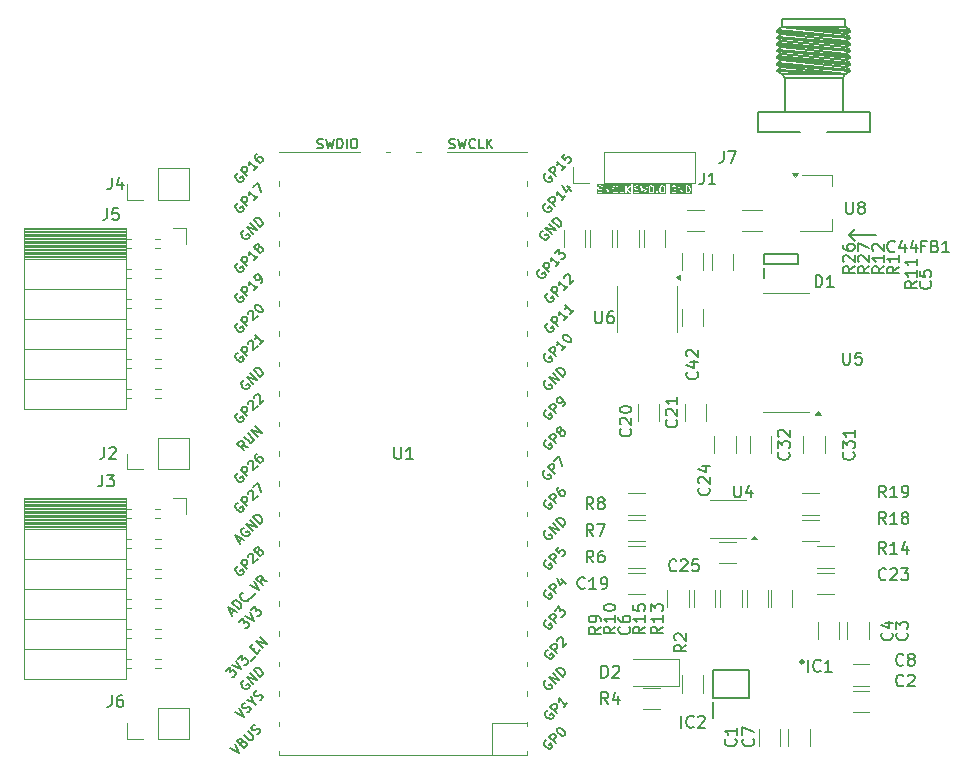
<source format=gbr>
%TF.GenerationSoftware,KiCad,Pcbnew,8.0.0*%
%TF.CreationDate,2024-02-29T15:38:19+07:00*%
%TF.ProjectId,PicoRX-ADC,5069636f-5258-42d4-9144-432e6b696361,rev?*%
%TF.SameCoordinates,PX79d4f70PY6146580*%
%TF.FileFunction,Legend,Top*%
%TF.FilePolarity,Positive*%
%FSLAX46Y46*%
G04 Gerber Fmt 4.6, Leading zero omitted, Abs format (unit mm)*
G04 Created by KiCad (PCBNEW 8.0.0) date 2024-02-29 15:38:19*
%MOMM*%
%LPD*%
G01*
G04 APERTURE LIST*
%ADD10C,0.150000*%
%ADD11C,0.100000*%
%ADD12C,0.120000*%
%ADD13C,0.250000*%
%ADD14C,0.200000*%
G04 APERTURE END LIST*
D10*
X70000000Y45500000D02*
X70500000Y46000000D01*
X72250000Y45500000D02*
X70000000Y45500000D01*
X70000000Y45500000D02*
X70500000Y45000000D01*
D11*
G36*
X53242835Y49631195D02*
G01*
X53313815Y49610246D01*
X53356924Y49570299D01*
X53381431Y49526430D01*
X53381567Y49523645D01*
X53409269Y49424619D01*
X53408646Y49421486D01*
X53411233Y49350216D01*
X53410139Y49347899D01*
X53387902Y49247132D01*
X53385353Y49243847D01*
X53365388Y49198880D01*
X53322198Y49152270D01*
X53258693Y49128620D01*
X53258646Y49128629D01*
X53165495Y49126441D01*
X53162401Y49629725D01*
X53242129Y49631598D01*
X53242835Y49631195D01*
G37*
G36*
X54252682Y49613943D02*
G01*
X54298439Y49571542D01*
X54323554Y49481762D01*
X54322931Y49478629D01*
X54326131Y49294370D01*
X54324424Y49290755D01*
X54302869Y49193079D01*
X54264600Y49151779D01*
X54222790Y49128422D01*
X54132526Y49125847D01*
X54093182Y49143315D01*
X54047423Y49185716D01*
X54022308Y49275498D01*
X54022931Y49278629D01*
X54019730Y49462888D01*
X54021438Y49466502D01*
X54042993Y49564182D01*
X54081263Y49605481D01*
X54123072Y49628837D01*
X54213334Y49631412D01*
X54252682Y49613943D01*
G37*
G36*
X54489598Y48961962D02*
G01*
X51713407Y48961962D01*
X51713407Y49564343D01*
X51780074Y49564343D01*
X51782724Y49511229D01*
X51780200Y49503655D01*
X51783748Y49490697D01*
X51783880Y49488066D01*
X51784691Y49487255D01*
X51785353Y49484839D01*
X51812452Y49436332D01*
X51812452Y49430924D01*
X51823290Y49414703D01*
X51825738Y49412549D01*
X51825886Y49412285D01*
X51826131Y49412204D01*
X51848046Y49392922D01*
X51849445Y49388726D01*
X51864857Y49376764D01*
X51867992Y49375373D01*
X51868082Y49375293D01*
X51868170Y49375293D01*
X51913004Y49355389D01*
X51914593Y49352741D01*
X51932233Y49344408D01*
X52033000Y49322172D01*
X52036286Y49319621D01*
X52081340Y49299619D01*
X52101089Y49282243D01*
X52123309Y49242468D01*
X52125024Y49208102D01*
X52108206Y49170222D01*
X52090829Y49150471D01*
X52051430Y49128460D01*
X51932305Y49125661D01*
X51931600Y49126063D01*
X51826529Y49157074D01*
X51792301Y49139960D01*
X51780200Y49103655D01*
X51797314Y49069427D01*
X51814263Y49059766D01*
X51892379Y49036711D01*
X51896655Y49032435D01*
X51915789Y49028629D01*
X52052903Y49031851D01*
X52062190Y49028755D01*
X52075428Y49032380D01*
X52077780Y49032435D01*
X52078590Y49033246D01*
X52081006Y49033907D01*
X52129515Y49061006D01*
X52134924Y49061006D01*
X52151145Y49071845D01*
X52153298Y49074293D01*
X52153562Y49074440D01*
X52153643Y49074686D01*
X52172926Y49096603D01*
X52177120Y49098000D01*
X52189082Y49113412D01*
X52190473Y49116547D01*
X52190554Y49116638D01*
X52190553Y49116728D01*
X52213295Y49167952D01*
X52219125Y49173781D01*
X52221756Y49187009D01*
X52222805Y49189371D01*
X52222442Y49190459D01*
X52222931Y49192915D01*
X52220280Y49246030D01*
X52222805Y49253602D01*
X52219256Y49266560D01*
X52219125Y49269192D01*
X52218313Y49270004D01*
X52217652Y49272418D01*
X52190553Y49320926D01*
X52190554Y49326334D01*
X52179716Y49342555D01*
X52177267Y49344710D01*
X52177120Y49344973D01*
X52176875Y49345055D01*
X52154960Y49364337D01*
X52153562Y49368532D01*
X52138150Y49380493D01*
X52135017Y49381884D01*
X52134924Y49381966D01*
X52134832Y49381966D01*
X52090000Y49401871D01*
X52088412Y49404517D01*
X52070773Y49412850D01*
X51970005Y49435087D01*
X51966721Y49437636D01*
X51921665Y49457640D01*
X51901915Y49475017D01*
X51879695Y49514792D01*
X51877980Y49549157D01*
X51894798Y49587037D01*
X51912176Y49606788D01*
X51951576Y49628799D01*
X52070700Y49631598D01*
X52071406Y49631195D01*
X52176475Y49600184D01*
X52210704Y49617298D01*
X52222805Y49653603D01*
X52206334Y49686543D01*
X52323562Y49686543D01*
X52324292Y49667048D01*
X52468023Y49079018D01*
X52466225Y49072044D01*
X52472287Y49061574D01*
X52475283Y49049316D01*
X52481652Y49045397D01*
X52485399Y49038925D01*
X52497346Y49035740D01*
X52507875Y49029260D01*
X52515148Y49030992D01*
X52522374Y49029065D01*
X52533073Y49035260D01*
X52545102Y49038123D01*
X52549021Y49044493D01*
X52555493Y49048239D01*
X52564101Y49065746D01*
X52629724Y49320225D01*
X52696577Y49077564D01*
X52694990Y49070715D01*
X52701279Y49060495D01*
X52704656Y49048239D01*
X52711127Y49044493D01*
X52715047Y49038123D01*
X52727075Y49035259D01*
X52737774Y49029065D01*
X52744998Y49030992D01*
X52752274Y49029259D01*
X52762805Y49035740D01*
X52774750Y49038925D01*
X52778496Y49045397D01*
X52784866Y49049316D01*
X52793000Y49067048D01*
X52934753Y49678629D01*
X53065789Y49678629D01*
X53069595Y49059495D01*
X53096655Y49032435D01*
X53115789Y49028629D01*
X53249089Y49031761D01*
X53255102Y49028755D01*
X53274457Y49031195D01*
X53354507Y49061006D01*
X53363494Y49061006D01*
X53374808Y49068567D01*
X53377119Y49069427D01*
X53377632Y49070454D01*
X53379715Y49071845D01*
X53428712Y49124721D01*
X53434263Y49126571D01*
X53446225Y49141983D01*
X53447619Y49145125D01*
X53447697Y49145208D01*
X53447697Y49145299D01*
X53467600Y49190131D01*
X53470248Y49191719D01*
X53478581Y49209359D01*
X53501522Y49313321D01*
X53504840Y49316638D01*
X53508646Y49335772D01*
X53505932Y49410515D01*
X53508101Y49414128D01*
X53507153Y49433613D01*
X53478662Y49535460D01*
X53479948Y49539316D01*
X53474796Y49558132D01*
X53447697Y49606640D01*
X53447697Y49612050D01*
X53436858Y49628271D01*
X53434276Y49630664D01*
X53434263Y49630687D01*
X53434243Y49630694D01*
X53382512Y49678629D01*
X53665789Y49678629D01*
X53669595Y49059495D01*
X53696655Y49032435D01*
X53734923Y49032435D01*
X53761983Y49059495D01*
X53765789Y49078629D01*
X53763330Y49478629D01*
X53922931Y49478629D01*
X53926198Y49290525D01*
X53923476Y49285988D01*
X53924424Y49266502D01*
X53955309Y49156097D01*
X53955309Y49145209D01*
X53960548Y49137369D01*
X53961329Y49134577D01*
X53963139Y49133491D01*
X53966148Y49128988D01*
X54019022Y49079992D01*
X54020873Y49074440D01*
X54036285Y49062479D01*
X54039426Y49061085D01*
X54039511Y49061006D01*
X54039603Y49061006D01*
X54090824Y49038265D01*
X54096654Y49032435D01*
X54109881Y49029804D01*
X54112244Y49028755D01*
X54113331Y49029118D01*
X54115788Y49028629D01*
X54224677Y49031736D01*
X54233618Y49028755D01*
X54246807Y49032367D01*
X54249208Y49032435D01*
X54250018Y49033246D01*
X54252434Y49033907D01*
X54300943Y49061006D01*
X54306351Y49061006D01*
X54322572Y49071845D01*
X54324962Y49074425D01*
X54324990Y49074440D01*
X54324997Y49074463D01*
X54375905Y49129400D01*
X54384534Y49134577D01*
X54388518Y49143012D01*
X54390554Y49145208D01*
X54390554Y49147320D01*
X54392867Y49152216D01*
X54415807Y49256178D01*
X54419125Y49259495D01*
X54422931Y49278629D01*
X54419663Y49466734D01*
X54422386Y49471270D01*
X54421438Y49490756D01*
X54390554Y49601161D01*
X54390554Y49612050D01*
X54385314Y49619892D01*
X54384534Y49622681D01*
X54382725Y49623767D01*
X54379715Y49628271D01*
X54326840Y49677266D01*
X54324990Y49682818D01*
X54309578Y49694779D01*
X54306434Y49696175D01*
X54306351Y49696252D01*
X54306260Y49696252D01*
X54255037Y49718994D01*
X54249208Y49724823D01*
X54235980Y49727455D01*
X54233618Y49728503D01*
X54232530Y49728141D01*
X54230074Y49728629D01*
X54121184Y49725523D01*
X54112244Y49728503D01*
X54099056Y49724892D01*
X54096654Y49724823D01*
X54095842Y49724012D01*
X54093428Y49723350D01*
X54044921Y49696252D01*
X54039511Y49696252D01*
X54023290Y49685413D01*
X54020898Y49682833D01*
X54020873Y49682818D01*
X54020866Y49682798D01*
X53969958Y49627859D01*
X53961329Y49622681D01*
X53957343Y49614245D01*
X53955309Y49612049D01*
X53955309Y49609939D01*
X53952996Y49605042D01*
X53930054Y49501081D01*
X53926737Y49497763D01*
X53922931Y49478629D01*
X53763330Y49478629D01*
X53761983Y49697763D01*
X53734923Y49724823D01*
X53696655Y49724823D01*
X53669595Y49697763D01*
X53665789Y49678629D01*
X53382512Y49678629D01*
X53381036Y49679997D01*
X53377119Y49687831D01*
X53365328Y49694552D01*
X53363494Y49696252D01*
X53362346Y49696252D01*
X53360171Y49697492D01*
X53282055Y49720548D01*
X53277780Y49724823D01*
X53258646Y49728629D01*
X53096655Y49724823D01*
X53069595Y49697763D01*
X53065789Y49678629D01*
X52934753Y49678629D01*
X52936588Y49686544D01*
X52916531Y49719135D01*
X52879304Y49727999D01*
X52846712Y49707943D01*
X52838578Y49690211D01*
X52742240Y49274571D01*
X52678043Y49507594D01*
X52679640Y49513786D01*
X52673338Y49524672D01*
X52669779Y49537590D01*
X52663882Y49541004D01*
X52660466Y49546905D01*
X52647903Y49550255D01*
X52636661Y49556764D01*
X52630077Y49555009D01*
X52623490Y49556765D01*
X52612240Y49550252D01*
X52599685Y49546904D01*
X52596270Y49541007D01*
X52590371Y49537591D01*
X52581763Y49520084D01*
X52518920Y49276392D01*
X52413438Y49707942D01*
X52380846Y49727999D01*
X52343619Y49719135D01*
X52323562Y49686543D01*
X52206334Y49686543D01*
X52205690Y49687831D01*
X52188742Y49697492D01*
X52110626Y49720548D01*
X52106351Y49724823D01*
X52087217Y49728629D01*
X51950103Y49725408D01*
X51940816Y49728503D01*
X51927577Y49724879D01*
X51925226Y49724823D01*
X51924415Y49724013D01*
X51922000Y49723351D01*
X51873490Y49696252D01*
X51868082Y49696251D01*
X51851861Y49685413D01*
X51849706Y49682965D01*
X51849445Y49682818D01*
X51849363Y49682575D01*
X51830080Y49660658D01*
X51825886Y49659259D01*
X51813925Y49643847D01*
X51812533Y49640713D01*
X51812452Y49640620D01*
X51812452Y49640530D01*
X51789709Y49589307D01*
X51783880Y49583477D01*
X51781249Y49570252D01*
X51780200Y49567888D01*
X51780562Y49566800D01*
X51780074Y49564343D01*
X51713407Y49564343D01*
X51713407Y49795296D01*
X54489598Y49795296D01*
X54489598Y48961962D01*
G37*
G36*
X51559462Y48961962D02*
G01*
X48613407Y48961962D01*
X48613407Y49564343D01*
X48680074Y49564343D01*
X48682724Y49511229D01*
X48680200Y49503655D01*
X48683748Y49490697D01*
X48683880Y49488066D01*
X48684691Y49487255D01*
X48685353Y49484839D01*
X48712452Y49436332D01*
X48712452Y49430924D01*
X48723290Y49414703D01*
X48725738Y49412549D01*
X48725886Y49412285D01*
X48726131Y49412204D01*
X48748046Y49392922D01*
X48749445Y49388726D01*
X48764857Y49376764D01*
X48767992Y49375373D01*
X48768082Y49375293D01*
X48768170Y49375293D01*
X48813004Y49355389D01*
X48814593Y49352741D01*
X48832233Y49344408D01*
X48933000Y49322172D01*
X48936286Y49319621D01*
X48981340Y49299619D01*
X49001089Y49282243D01*
X49023309Y49242468D01*
X49025024Y49208102D01*
X49008206Y49170222D01*
X48990829Y49150471D01*
X48951430Y49128460D01*
X48832305Y49125661D01*
X48831600Y49126063D01*
X48726529Y49157074D01*
X48692301Y49139960D01*
X48680200Y49103655D01*
X48697314Y49069427D01*
X48714263Y49059766D01*
X48792379Y49036711D01*
X48796655Y49032435D01*
X48815789Y49028629D01*
X48952903Y49031851D01*
X48962190Y49028755D01*
X48975428Y49032380D01*
X48977780Y49032435D01*
X48978590Y49033246D01*
X48981006Y49033907D01*
X49029515Y49061006D01*
X49034924Y49061006D01*
X49051145Y49071845D01*
X49053298Y49074293D01*
X49053562Y49074440D01*
X49053643Y49074686D01*
X49072926Y49096603D01*
X49077120Y49098000D01*
X49089082Y49113412D01*
X49090473Y49116547D01*
X49090554Y49116638D01*
X49090553Y49116728D01*
X49113295Y49167952D01*
X49119125Y49173781D01*
X49121756Y49187009D01*
X49122805Y49189371D01*
X49122442Y49190459D01*
X49122931Y49192915D01*
X49120280Y49246030D01*
X49122805Y49253602D01*
X49119256Y49266560D01*
X49119125Y49269192D01*
X49118313Y49270004D01*
X49117652Y49272418D01*
X49090553Y49320926D01*
X49090554Y49326334D01*
X49079716Y49342555D01*
X49077267Y49344710D01*
X49077120Y49344973D01*
X49076875Y49345055D01*
X49054960Y49364337D01*
X49053562Y49368532D01*
X49038150Y49380493D01*
X49035017Y49381884D01*
X49034924Y49381966D01*
X49034832Y49381966D01*
X48990000Y49401871D01*
X48988412Y49404517D01*
X48970773Y49412850D01*
X48870005Y49435087D01*
X48866721Y49437636D01*
X48821665Y49457640D01*
X48801915Y49475017D01*
X48779695Y49514792D01*
X48777980Y49549157D01*
X48794798Y49587037D01*
X48812176Y49606788D01*
X48851576Y49628799D01*
X48970700Y49631598D01*
X48971406Y49631195D01*
X49076475Y49600184D01*
X49110704Y49617298D01*
X49122805Y49653603D01*
X49106334Y49686543D01*
X49223562Y49686543D01*
X49224292Y49667048D01*
X49368023Y49079018D01*
X49366225Y49072044D01*
X49372287Y49061574D01*
X49375283Y49049316D01*
X49381652Y49045397D01*
X49385399Y49038925D01*
X49397346Y49035740D01*
X49407875Y49029260D01*
X49415148Y49030992D01*
X49422374Y49029065D01*
X49433073Y49035260D01*
X49445102Y49038123D01*
X49449021Y49044493D01*
X49455493Y49048239D01*
X49464101Y49065746D01*
X49529724Y49320225D01*
X49596577Y49077564D01*
X49594990Y49070715D01*
X49601279Y49060495D01*
X49604656Y49048239D01*
X49611127Y49044493D01*
X49615047Y49038123D01*
X49627075Y49035259D01*
X49637774Y49029065D01*
X49644998Y49030992D01*
X49652274Y49029259D01*
X49662805Y49035740D01*
X49674750Y49038925D01*
X49678496Y49045397D01*
X49684866Y49049316D01*
X49693000Y49067048D01*
X49775152Y49421486D01*
X49937217Y49421486D01*
X49939930Y49346745D01*
X49937762Y49343131D01*
X49938710Y49323645D01*
X49967200Y49221799D01*
X49965915Y49217942D01*
X49971067Y49199126D01*
X49998166Y49150618D01*
X49998166Y49145209D01*
X50009005Y49128988D01*
X50011584Y49126598D01*
X50011600Y49126570D01*
X50011622Y49126563D01*
X50064825Y49077262D01*
X50068743Y49069427D01*
X50080532Y49062708D01*
X50082368Y49061006D01*
X50083517Y49061006D01*
X50085692Y49059766D01*
X50163807Y49036711D01*
X50168083Y49032435D01*
X50187217Y49028629D01*
X50190613Y49028799D01*
X50190761Y49028755D01*
X50190873Y49028812D01*
X50236181Y49031073D01*
X50240816Y49028755D01*
X50260171Y49031195D01*
X50340221Y49061006D01*
X50349208Y49061006D01*
X50360522Y49068567D01*
X50362833Y49069427D01*
X50363346Y49070454D01*
X50365429Y49071845D01*
X50404840Y49116638D01*
X50404840Y49154906D01*
X50377780Y49181966D01*
X50339512Y49181966D01*
X50323291Y49171127D01*
X50306107Y49151598D01*
X50244407Y49128620D01*
X50244360Y49128629D01*
X50201568Y49126494D01*
X50132048Y49147013D01*
X50088938Y49186960D01*
X50064431Y49230828D01*
X50064296Y49233613D01*
X50036594Y49332641D01*
X50037217Y49335772D01*
X50034629Y49407043D01*
X50035724Y49409359D01*
X50057960Y49510127D01*
X50060511Y49513412D01*
X50080475Y49558381D01*
X50123665Y49604990D01*
X50187169Y49628639D01*
X50187217Y49628629D01*
X50230008Y49630765D01*
X50299914Y49610132D01*
X50339512Y49575292D01*
X50377780Y49575292D01*
X50404840Y49602352D01*
X50404840Y49640620D01*
X50394001Y49656841D01*
X50369238Y49678629D01*
X50565789Y49678629D01*
X50569595Y49059495D01*
X50596655Y49032435D01*
X50615789Y49028629D01*
X50920637Y49032435D01*
X50947697Y49059495D01*
X50947697Y49097763D01*
X50920637Y49124823D01*
X50901503Y49128629D01*
X50665499Y49125683D01*
X50662101Y49678629D01*
X51051503Y49678629D01*
X51055309Y49059495D01*
X51082369Y49032435D01*
X51120637Y49032435D01*
X51147697Y49059495D01*
X51151503Y49078629D01*
X51150057Y49313818D01*
X51181860Y49346105D01*
X51418885Y49035606D01*
X51456769Y49030194D01*
X51487383Y49053155D01*
X51492795Y49091039D01*
X51484360Y49108629D01*
X51250153Y49415437D01*
X51490554Y49659495D01*
X51490554Y49697763D01*
X51463494Y49724823D01*
X51425226Y49724823D01*
X51409005Y49713984D01*
X51151049Y49452104D01*
X51149215Y49450728D01*
X51147697Y49697763D01*
X51120637Y49724823D01*
X51082369Y49724823D01*
X51055309Y49697763D01*
X51051503Y49678629D01*
X50662101Y49678629D01*
X50661983Y49697763D01*
X50634923Y49724823D01*
X50596655Y49724823D01*
X50569595Y49697763D01*
X50565789Y49678629D01*
X50369238Y49678629D01*
X50366017Y49681463D01*
X50362833Y49687831D01*
X50351319Y49694394D01*
X50349208Y49696252D01*
X50348060Y49696252D01*
X50345885Y49697492D01*
X50267769Y49720548D01*
X50263494Y49724823D01*
X50244360Y49728629D01*
X50240963Y49728460D01*
X50240816Y49728503D01*
X50240703Y49728447D01*
X50195395Y49726186D01*
X50190761Y49728503D01*
X50171405Y49726063D01*
X50091355Y49696252D01*
X50082368Y49696252D01*
X50071053Y49688692D01*
X50068743Y49687831D01*
X50068229Y49686805D01*
X50066147Y49685413D01*
X50017152Y49632539D01*
X50011600Y49630688D01*
X49999639Y49615276D01*
X49998243Y49612133D01*
X49998166Y49612049D01*
X49998166Y49611959D01*
X49978261Y49567127D01*
X49975615Y49565538D01*
X49967282Y49547899D01*
X49944340Y49443938D01*
X49941023Y49440620D01*
X49937217Y49421486D01*
X49775152Y49421486D01*
X49836588Y49686544D01*
X49816531Y49719135D01*
X49779304Y49727999D01*
X49746712Y49707943D01*
X49738578Y49690211D01*
X49642240Y49274571D01*
X49578043Y49507594D01*
X49579640Y49513786D01*
X49573338Y49524672D01*
X49569779Y49537590D01*
X49563882Y49541004D01*
X49560466Y49546905D01*
X49547903Y49550255D01*
X49536661Y49556764D01*
X49530077Y49555009D01*
X49523490Y49556765D01*
X49512240Y49550252D01*
X49499685Y49546904D01*
X49496270Y49541007D01*
X49490371Y49537591D01*
X49481763Y49520084D01*
X49418920Y49276392D01*
X49313438Y49707942D01*
X49280846Y49727999D01*
X49243619Y49719135D01*
X49223562Y49686543D01*
X49106334Y49686543D01*
X49105690Y49687831D01*
X49088742Y49697492D01*
X49010626Y49720548D01*
X49006351Y49724823D01*
X48987217Y49728629D01*
X48850103Y49725408D01*
X48840816Y49728503D01*
X48827577Y49724879D01*
X48825226Y49724823D01*
X48824415Y49724013D01*
X48822000Y49723351D01*
X48773490Y49696252D01*
X48768082Y49696251D01*
X48751861Y49685413D01*
X48749706Y49682965D01*
X48749445Y49682818D01*
X48749363Y49682575D01*
X48730080Y49660658D01*
X48725886Y49659259D01*
X48713925Y49643847D01*
X48712533Y49640713D01*
X48712452Y49640620D01*
X48712452Y49640530D01*
X48689709Y49589307D01*
X48683880Y49583477D01*
X48681249Y49570252D01*
X48680200Y49567888D01*
X48680562Y49566800D01*
X48680074Y49564343D01*
X48613407Y49564343D01*
X48613407Y49795296D01*
X51559462Y49795296D01*
X51559462Y48961962D01*
G37*
G36*
X56314263Y49631195D02*
G01*
X56385243Y49610246D01*
X56428352Y49570299D01*
X56452859Y49526430D01*
X56452995Y49523645D01*
X56480697Y49424619D01*
X56480074Y49421486D01*
X56482661Y49350216D01*
X56481567Y49347899D01*
X56459330Y49247132D01*
X56456781Y49243847D01*
X56436816Y49198880D01*
X56393626Y49152270D01*
X56330121Y49128620D01*
X56330074Y49128629D01*
X56236923Y49126441D01*
X56233829Y49629725D01*
X56313557Y49631598D01*
X56314263Y49631195D01*
G37*
G36*
X56646741Y48961962D02*
G01*
X54813407Y48961962D01*
X54813407Y49421486D01*
X54880074Y49421486D01*
X54882787Y49346745D01*
X54880619Y49343131D01*
X54881567Y49323645D01*
X54910057Y49221799D01*
X54908772Y49217942D01*
X54913924Y49199126D01*
X54941023Y49150618D01*
X54941023Y49145209D01*
X54951862Y49128988D01*
X54954441Y49126598D01*
X54954457Y49126570D01*
X54954479Y49126563D01*
X55007682Y49077262D01*
X55011600Y49069427D01*
X55023389Y49062708D01*
X55025225Y49061006D01*
X55026374Y49061006D01*
X55028549Y49059766D01*
X55106664Y49036711D01*
X55110940Y49032435D01*
X55130074Y49028629D01*
X55133470Y49028799D01*
X55133618Y49028755D01*
X55133730Y49028812D01*
X55179038Y49031073D01*
X55183673Y49028755D01*
X55203028Y49031195D01*
X55283078Y49061006D01*
X55292065Y49061006D01*
X55303379Y49068567D01*
X55305690Y49069427D01*
X55306203Y49070454D01*
X55308286Y49071845D01*
X55347697Y49116638D01*
X55351503Y49135772D01*
X55347697Y49354906D01*
X55320637Y49381966D01*
X55301503Y49385772D01*
X55168083Y49381966D01*
X55141023Y49354906D01*
X55141023Y49316638D01*
X55168083Y49289578D01*
X55187217Y49285772D01*
X55252339Y49287630D01*
X55254590Y49157992D01*
X55248964Y49151598D01*
X55187264Y49128620D01*
X55187217Y49128629D01*
X55144425Y49126494D01*
X55074905Y49147013D01*
X55031795Y49186960D01*
X55007288Y49230828D01*
X55007153Y49233613D01*
X54979451Y49332641D01*
X54980074Y49335772D01*
X54977486Y49407043D01*
X54978581Y49409359D01*
X55000817Y49510127D01*
X55003368Y49513412D01*
X55023332Y49558381D01*
X55066522Y49604990D01*
X55130026Y49628639D01*
X55130074Y49628629D01*
X55199631Y49631154D01*
X55269387Y49600184D01*
X55305691Y49612285D01*
X55322805Y49646513D01*
X55312100Y49678629D01*
X55508646Y49678629D01*
X55512452Y49059495D01*
X55539512Y49032435D01*
X55577780Y49032435D01*
X55604840Y49059495D01*
X55608646Y49078629D01*
X55606075Y49496810D01*
X55855268Y49066097D01*
X55855309Y49059495D01*
X55864274Y49050530D01*
X55870889Y49039097D01*
X55877513Y49037291D01*
X55882369Y49032435D01*
X55895317Y49032435D01*
X55907809Y49029028D01*
X55913771Y49032435D01*
X55920637Y49032435D01*
X55929790Y49041589D01*
X55941035Y49048014D01*
X55942842Y49054641D01*
X55947697Y49059495D01*
X55951503Y49078629D01*
X55947815Y49678629D01*
X56137217Y49678629D01*
X56141023Y49059495D01*
X56168083Y49032435D01*
X56187217Y49028629D01*
X56320517Y49031761D01*
X56326530Y49028755D01*
X56345885Y49031195D01*
X56425935Y49061006D01*
X56434922Y49061006D01*
X56446236Y49068567D01*
X56448547Y49069427D01*
X56449060Y49070454D01*
X56451143Y49071845D01*
X56500140Y49124721D01*
X56505691Y49126571D01*
X56517653Y49141983D01*
X56519047Y49145125D01*
X56519125Y49145208D01*
X56519125Y49145299D01*
X56539028Y49190131D01*
X56541676Y49191719D01*
X56550009Y49209359D01*
X56572950Y49313321D01*
X56576268Y49316638D01*
X56580074Y49335772D01*
X56577360Y49410515D01*
X56579529Y49414128D01*
X56578581Y49433613D01*
X56550090Y49535460D01*
X56551376Y49539316D01*
X56546224Y49558132D01*
X56519125Y49606640D01*
X56519125Y49612050D01*
X56508286Y49628271D01*
X56505704Y49630664D01*
X56505691Y49630687D01*
X56505671Y49630694D01*
X56452464Y49679997D01*
X56448547Y49687831D01*
X56436756Y49694552D01*
X56434922Y49696252D01*
X56433774Y49696252D01*
X56431599Y49697492D01*
X56353483Y49720548D01*
X56349208Y49724823D01*
X56330074Y49728629D01*
X56168083Y49724823D01*
X56141023Y49697763D01*
X56137217Y49678629D01*
X55947815Y49678629D01*
X55947697Y49697763D01*
X55920637Y49724823D01*
X55882369Y49724823D01*
X55855309Y49697763D01*
X55851503Y49678629D01*
X55854073Y49260450D01*
X55604880Y49691164D01*
X55604840Y49697763D01*
X55595876Y49706727D01*
X55589261Y49718161D01*
X55582634Y49719969D01*
X55577780Y49724823D01*
X55564833Y49724823D01*
X55552340Y49728230D01*
X55546378Y49724823D01*
X55539512Y49724823D01*
X55530358Y49715670D01*
X55519114Y49709244D01*
X55517306Y49702618D01*
X55512452Y49697763D01*
X55508646Y49678629D01*
X55312100Y49678629D01*
X55310704Y49682818D01*
X55295292Y49694779D01*
X55240752Y49718994D01*
X55234923Y49724823D01*
X55221697Y49727454D01*
X55219334Y49728503D01*
X55218245Y49728141D01*
X55215789Y49728629D01*
X55138945Y49725840D01*
X55133618Y49728503D01*
X55114262Y49726063D01*
X55034212Y49696252D01*
X55025225Y49696252D01*
X55013910Y49688692D01*
X55011600Y49687831D01*
X55011086Y49686805D01*
X55009004Y49685413D01*
X54960009Y49632539D01*
X54954457Y49630688D01*
X54942496Y49615276D01*
X54941100Y49612133D01*
X54941023Y49612049D01*
X54941023Y49611959D01*
X54921118Y49567127D01*
X54918472Y49565538D01*
X54910139Y49547899D01*
X54887197Y49443938D01*
X54883880Y49440620D01*
X54880074Y49421486D01*
X54813407Y49421486D01*
X54813407Y49795296D01*
X56646741Y49795296D01*
X56646741Y48961962D01*
G37*
D10*
X75704819Y41607143D02*
X75228628Y41273810D01*
X75704819Y41035715D02*
X74704819Y41035715D01*
X74704819Y41035715D02*
X74704819Y41416667D01*
X74704819Y41416667D02*
X74752438Y41511905D01*
X74752438Y41511905D02*
X74800057Y41559524D01*
X74800057Y41559524D02*
X74895295Y41607143D01*
X74895295Y41607143D02*
X75038152Y41607143D01*
X75038152Y41607143D02*
X75133390Y41559524D01*
X75133390Y41559524D02*
X75181009Y41511905D01*
X75181009Y41511905D02*
X75228628Y41416667D01*
X75228628Y41416667D02*
X75228628Y41035715D01*
X75704819Y42559524D02*
X75704819Y41988096D01*
X75704819Y42273810D02*
X74704819Y42273810D01*
X74704819Y42273810D02*
X74847676Y42178572D01*
X74847676Y42178572D02*
X74942914Y42083334D01*
X74942914Y42083334D02*
X74990533Y41988096D01*
X75704819Y43511905D02*
X75704819Y42940477D01*
X75704819Y43226191D02*
X74704819Y43226191D01*
X74704819Y43226191D02*
X74847676Y43130953D01*
X74847676Y43130953D02*
X74942914Y43035715D01*
X74942914Y43035715D02*
X74990533Y42940477D01*
X73107142Y21045181D02*
X72773809Y21521372D01*
X72535714Y21045181D02*
X72535714Y22045181D01*
X72535714Y22045181D02*
X72916666Y22045181D01*
X72916666Y22045181D02*
X73011904Y21997562D01*
X73011904Y21997562D02*
X73059523Y21949943D01*
X73059523Y21949943D02*
X73107142Y21854705D01*
X73107142Y21854705D02*
X73107142Y21711848D01*
X73107142Y21711848D02*
X73059523Y21616610D01*
X73059523Y21616610D02*
X73011904Y21568991D01*
X73011904Y21568991D02*
X72916666Y21521372D01*
X72916666Y21521372D02*
X72535714Y21521372D01*
X74059523Y21045181D02*
X73488095Y21045181D01*
X73773809Y21045181D02*
X73773809Y22045181D01*
X73773809Y22045181D02*
X73678571Y21902324D01*
X73678571Y21902324D02*
X73583333Y21807086D01*
X73583333Y21807086D02*
X73488095Y21759467D01*
X74630952Y21616610D02*
X74535714Y21664229D01*
X74535714Y21664229D02*
X74488095Y21711848D01*
X74488095Y21711848D02*
X74440476Y21807086D01*
X74440476Y21807086D02*
X74440476Y21854705D01*
X74440476Y21854705D02*
X74488095Y21949943D01*
X74488095Y21949943D02*
X74535714Y21997562D01*
X74535714Y21997562D02*
X74630952Y22045181D01*
X74630952Y22045181D02*
X74821428Y22045181D01*
X74821428Y22045181D02*
X74916666Y21997562D01*
X74916666Y21997562D02*
X74964285Y21949943D01*
X74964285Y21949943D02*
X75011904Y21854705D01*
X75011904Y21854705D02*
X75011904Y21807086D01*
X75011904Y21807086D02*
X74964285Y21711848D01*
X74964285Y21711848D02*
X74916666Y21664229D01*
X74916666Y21664229D02*
X74821428Y21616610D01*
X74821428Y21616610D02*
X74630952Y21616610D01*
X74630952Y21616610D02*
X74535714Y21568991D01*
X74535714Y21568991D02*
X74488095Y21521372D01*
X74488095Y21521372D02*
X74440476Y21426134D01*
X74440476Y21426134D02*
X74440476Y21235658D01*
X74440476Y21235658D02*
X74488095Y21140420D01*
X74488095Y21140420D02*
X74535714Y21092800D01*
X74535714Y21092800D02*
X74630952Y21045181D01*
X74630952Y21045181D02*
X74821428Y21045181D01*
X74821428Y21045181D02*
X74916666Y21092800D01*
X74916666Y21092800D02*
X74964285Y21140420D01*
X74964285Y21140420D02*
X75011904Y21235658D01*
X75011904Y21235658D02*
X75011904Y21426134D01*
X75011904Y21426134D02*
X74964285Y21521372D01*
X74964285Y21521372D02*
X74916666Y21568991D01*
X74916666Y21568991D02*
X74821428Y21616610D01*
X55357142Y17140420D02*
X55309523Y17092800D01*
X55309523Y17092800D02*
X55166666Y17045181D01*
X55166666Y17045181D02*
X55071428Y17045181D01*
X55071428Y17045181D02*
X54928571Y17092800D01*
X54928571Y17092800D02*
X54833333Y17188039D01*
X54833333Y17188039D02*
X54785714Y17283277D01*
X54785714Y17283277D02*
X54738095Y17473753D01*
X54738095Y17473753D02*
X54738095Y17616610D01*
X54738095Y17616610D02*
X54785714Y17807086D01*
X54785714Y17807086D02*
X54833333Y17902324D01*
X54833333Y17902324D02*
X54928571Y17997562D01*
X54928571Y17997562D02*
X55071428Y18045181D01*
X55071428Y18045181D02*
X55166666Y18045181D01*
X55166666Y18045181D02*
X55309523Y17997562D01*
X55309523Y17997562D02*
X55357142Y17949943D01*
X55738095Y17949943D02*
X55785714Y17997562D01*
X55785714Y17997562D02*
X55880952Y18045181D01*
X55880952Y18045181D02*
X56119047Y18045181D01*
X56119047Y18045181D02*
X56214285Y17997562D01*
X56214285Y17997562D02*
X56261904Y17949943D01*
X56261904Y17949943D02*
X56309523Y17854705D01*
X56309523Y17854705D02*
X56309523Y17759467D01*
X56309523Y17759467D02*
X56261904Y17616610D01*
X56261904Y17616610D02*
X55690476Y17045181D01*
X55690476Y17045181D02*
X56309523Y17045181D01*
X57214285Y18045181D02*
X56738095Y18045181D01*
X56738095Y18045181D02*
X56690476Y17568991D01*
X56690476Y17568991D02*
X56738095Y17616610D01*
X56738095Y17616610D02*
X56833333Y17664229D01*
X56833333Y17664229D02*
X57071428Y17664229D01*
X57071428Y17664229D02*
X57166666Y17616610D01*
X57166666Y17616610D02*
X57214285Y17568991D01*
X57214285Y17568991D02*
X57261904Y17473753D01*
X57261904Y17473753D02*
X57261904Y17235658D01*
X57261904Y17235658D02*
X57214285Y17140420D01*
X57214285Y17140420D02*
X57166666Y17092800D01*
X57166666Y17092800D02*
X57071428Y17045181D01*
X57071428Y17045181D02*
X56833333Y17045181D01*
X56833333Y17045181D02*
X56738095Y17092800D01*
X56738095Y17092800D02*
X56690476Y17140420D01*
X70454819Y42857143D02*
X69978628Y42523810D01*
X70454819Y42285715D02*
X69454819Y42285715D01*
X69454819Y42285715D02*
X69454819Y42666667D01*
X69454819Y42666667D02*
X69502438Y42761905D01*
X69502438Y42761905D02*
X69550057Y42809524D01*
X69550057Y42809524D02*
X69645295Y42857143D01*
X69645295Y42857143D02*
X69788152Y42857143D01*
X69788152Y42857143D02*
X69883390Y42809524D01*
X69883390Y42809524D02*
X69931009Y42761905D01*
X69931009Y42761905D02*
X69978628Y42666667D01*
X69978628Y42666667D02*
X69978628Y42285715D01*
X69550057Y43238096D02*
X69502438Y43285715D01*
X69502438Y43285715D02*
X69454819Y43380953D01*
X69454819Y43380953D02*
X69454819Y43619048D01*
X69454819Y43619048D02*
X69502438Y43714286D01*
X69502438Y43714286D02*
X69550057Y43761905D01*
X69550057Y43761905D02*
X69645295Y43809524D01*
X69645295Y43809524D02*
X69740533Y43809524D01*
X69740533Y43809524D02*
X69883390Y43761905D01*
X69883390Y43761905D02*
X70454819Y43190477D01*
X70454819Y43190477D02*
X70454819Y43809524D01*
X69454819Y44666667D02*
X69454819Y44476191D01*
X69454819Y44476191D02*
X69502438Y44380953D01*
X69502438Y44380953D02*
X69550057Y44333334D01*
X69550057Y44333334D02*
X69692914Y44238096D01*
X69692914Y44238096D02*
X69883390Y44190477D01*
X69883390Y44190477D02*
X70264342Y44190477D01*
X70264342Y44190477D02*
X70359580Y44238096D01*
X70359580Y44238096D02*
X70407200Y44285715D01*
X70407200Y44285715D02*
X70454819Y44380953D01*
X70454819Y44380953D02*
X70454819Y44571429D01*
X70454819Y44571429D02*
X70407200Y44666667D01*
X70407200Y44666667D02*
X70359580Y44714286D01*
X70359580Y44714286D02*
X70264342Y44761905D01*
X70264342Y44761905D02*
X70026247Y44761905D01*
X70026247Y44761905D02*
X69931009Y44714286D01*
X69931009Y44714286D02*
X69883390Y44666667D01*
X69883390Y44666667D02*
X69835771Y44571429D01*
X69835771Y44571429D02*
X69835771Y44380953D01*
X69835771Y44380953D02*
X69883390Y44285715D01*
X69883390Y44285715D02*
X69931009Y44238096D01*
X69931009Y44238096D02*
X70026247Y44190477D01*
X73107142Y23295181D02*
X72773809Y23771372D01*
X72535714Y23295181D02*
X72535714Y24295181D01*
X72535714Y24295181D02*
X72916666Y24295181D01*
X72916666Y24295181D02*
X73011904Y24247562D01*
X73011904Y24247562D02*
X73059523Y24199943D01*
X73059523Y24199943D02*
X73107142Y24104705D01*
X73107142Y24104705D02*
X73107142Y23961848D01*
X73107142Y23961848D02*
X73059523Y23866610D01*
X73059523Y23866610D02*
X73011904Y23818991D01*
X73011904Y23818991D02*
X72916666Y23771372D01*
X72916666Y23771372D02*
X72535714Y23771372D01*
X74059523Y23295181D02*
X73488095Y23295181D01*
X73773809Y23295181D02*
X73773809Y24295181D01*
X73773809Y24295181D02*
X73678571Y24152324D01*
X73678571Y24152324D02*
X73583333Y24057086D01*
X73583333Y24057086D02*
X73488095Y24009467D01*
X74535714Y23295181D02*
X74726190Y23295181D01*
X74726190Y23295181D02*
X74821428Y23342800D01*
X74821428Y23342800D02*
X74869047Y23390420D01*
X74869047Y23390420D02*
X74964285Y23533277D01*
X74964285Y23533277D02*
X75011904Y23723753D01*
X75011904Y23723753D02*
X75011904Y24104705D01*
X75011904Y24104705D02*
X74964285Y24199943D01*
X74964285Y24199943D02*
X74916666Y24247562D01*
X74916666Y24247562D02*
X74821428Y24295181D01*
X74821428Y24295181D02*
X74630952Y24295181D01*
X74630952Y24295181D02*
X74535714Y24247562D01*
X74535714Y24247562D02*
X74488095Y24199943D01*
X74488095Y24199943D02*
X74440476Y24104705D01*
X74440476Y24104705D02*
X74440476Y23866610D01*
X74440476Y23866610D02*
X74488095Y23771372D01*
X74488095Y23771372D02*
X74535714Y23723753D01*
X74535714Y23723753D02*
X74630952Y23676134D01*
X74630952Y23676134D02*
X74821428Y23676134D01*
X74821428Y23676134D02*
X74916666Y23723753D01*
X74916666Y23723753D02*
X74964285Y23771372D01*
X74964285Y23771372D02*
X75011904Y23866610D01*
X31488095Y27545181D02*
X31488095Y26735658D01*
X31488095Y26735658D02*
X31535714Y26640420D01*
X31535714Y26640420D02*
X31583333Y26592800D01*
X31583333Y26592800D02*
X31678571Y26545181D01*
X31678571Y26545181D02*
X31869047Y26545181D01*
X31869047Y26545181D02*
X31964285Y26592800D01*
X31964285Y26592800D02*
X32011904Y26640420D01*
X32011904Y26640420D02*
X32059523Y26735658D01*
X32059523Y26735658D02*
X32059523Y27545181D01*
X33059523Y26545181D02*
X32488095Y26545181D01*
X32773809Y26545181D02*
X32773809Y27545181D01*
X32773809Y27545181D02*
X32678571Y27402324D01*
X32678571Y27402324D02*
X32583333Y27307086D01*
X32583333Y27307086D02*
X32488095Y27259467D01*
X44347998Y50739132D02*
X44267185Y50712195D01*
X44267185Y50712195D02*
X44186373Y50631382D01*
X44186373Y50631382D02*
X44132498Y50523633D01*
X44132498Y50523633D02*
X44132498Y50415883D01*
X44132498Y50415883D02*
X44159436Y50335071D01*
X44159436Y50335071D02*
X44240248Y50200384D01*
X44240248Y50200384D02*
X44321060Y50119572D01*
X44321060Y50119572D02*
X44455747Y50038759D01*
X44455747Y50038759D02*
X44536560Y50011822D01*
X44536560Y50011822D02*
X44644309Y50011822D01*
X44644309Y50011822D02*
X44752059Y50065697D01*
X44752059Y50065697D02*
X44805934Y50119572D01*
X44805934Y50119572D02*
X44859808Y50227321D01*
X44859808Y50227321D02*
X44859808Y50281196D01*
X44859808Y50281196D02*
X44671247Y50469758D01*
X44671247Y50469758D02*
X44563497Y50362008D01*
X45156120Y50469758D02*
X44590434Y51035443D01*
X44590434Y51035443D02*
X44805934Y51250943D01*
X44805934Y51250943D02*
X44886746Y51277880D01*
X44886746Y51277880D02*
X44940621Y51277880D01*
X44940621Y51277880D02*
X45021433Y51250943D01*
X45021433Y51250943D02*
X45102245Y51170130D01*
X45102245Y51170130D02*
X45129182Y51089318D01*
X45129182Y51089318D02*
X45129182Y51035443D01*
X45129182Y51035443D02*
X45102245Y50954631D01*
X45102245Y50954631D02*
X44886746Y50739132D01*
X46018117Y51331755D02*
X45694868Y51008506D01*
X45856492Y51170130D02*
X45290807Y51735816D01*
X45290807Y51735816D02*
X45317744Y51601129D01*
X45317744Y51601129D02*
X45317744Y51493379D01*
X45317744Y51493379D02*
X45290807Y51412567D01*
X45964242Y52409251D02*
X45694868Y52139877D01*
X45694868Y52139877D02*
X45937305Y51843566D01*
X45937305Y51843566D02*
X45937305Y51897440D01*
X45937305Y51897440D02*
X45964242Y51978253D01*
X45964242Y51978253D02*
X46098929Y52112940D01*
X46098929Y52112940D02*
X46179741Y52139877D01*
X46179741Y52139877D02*
X46233616Y52139877D01*
X46233616Y52139877D02*
X46314428Y52112940D01*
X46314428Y52112940D02*
X46449115Y51978253D01*
X46449115Y51978253D02*
X46476053Y51897440D01*
X46476053Y51897440D02*
X46476053Y51843566D01*
X46476053Y51843566D02*
X46449115Y51762753D01*
X46449115Y51762753D02*
X46314428Y51628066D01*
X46314428Y51628066D02*
X46233616Y51601129D01*
X46233616Y51601129D02*
X46179741Y51601129D01*
X18736435Y45901569D02*
X18655623Y45874632D01*
X18655623Y45874632D02*
X18574811Y45793820D01*
X18574811Y45793820D02*
X18520936Y45686070D01*
X18520936Y45686070D02*
X18520936Y45578320D01*
X18520936Y45578320D02*
X18547873Y45497508D01*
X18547873Y45497508D02*
X18628685Y45362821D01*
X18628685Y45362821D02*
X18709498Y45282009D01*
X18709498Y45282009D02*
X18844185Y45201197D01*
X18844185Y45201197D02*
X18924997Y45174259D01*
X18924997Y45174259D02*
X19032746Y45174259D01*
X19032746Y45174259D02*
X19140496Y45228134D01*
X19140496Y45228134D02*
X19194371Y45282009D01*
X19194371Y45282009D02*
X19248246Y45389759D01*
X19248246Y45389759D02*
X19248246Y45443633D01*
X19248246Y45443633D02*
X19059684Y45632195D01*
X19059684Y45632195D02*
X18951934Y45524446D01*
X19544557Y45632195D02*
X18978872Y46197881D01*
X18978872Y46197881D02*
X19867806Y45955444D01*
X19867806Y45955444D02*
X19302120Y46521129D01*
X20137180Y46224818D02*
X19571494Y46790503D01*
X19571494Y46790503D02*
X19706181Y46925190D01*
X19706181Y46925190D02*
X19813931Y46979065D01*
X19813931Y46979065D02*
X19921680Y46979065D01*
X19921680Y46979065D02*
X20002493Y46952128D01*
X20002493Y46952128D02*
X20137180Y46871315D01*
X20137180Y46871315D02*
X20217992Y46790503D01*
X20217992Y46790503D02*
X20298804Y46655816D01*
X20298804Y46655816D02*
X20325741Y46575004D01*
X20325741Y46575004D02*
X20325741Y46467254D01*
X20325741Y46467254D02*
X20271867Y46359505D01*
X20271867Y46359505D02*
X20137180Y46224818D01*
X18239998Y40579132D02*
X18159185Y40552195D01*
X18159185Y40552195D02*
X18078373Y40471382D01*
X18078373Y40471382D02*
X18024498Y40363633D01*
X18024498Y40363633D02*
X18024498Y40255883D01*
X18024498Y40255883D02*
X18051436Y40175071D01*
X18051436Y40175071D02*
X18132248Y40040384D01*
X18132248Y40040384D02*
X18213060Y39959572D01*
X18213060Y39959572D02*
X18347747Y39878759D01*
X18347747Y39878759D02*
X18428560Y39851822D01*
X18428560Y39851822D02*
X18536309Y39851822D01*
X18536309Y39851822D02*
X18644059Y39905697D01*
X18644059Y39905697D02*
X18697934Y39959572D01*
X18697934Y39959572D02*
X18751808Y40067321D01*
X18751808Y40067321D02*
X18751808Y40121196D01*
X18751808Y40121196D02*
X18563247Y40309758D01*
X18563247Y40309758D02*
X18455497Y40202008D01*
X19048120Y40309758D02*
X18482434Y40875443D01*
X18482434Y40875443D02*
X18697934Y41090943D01*
X18697934Y41090943D02*
X18778746Y41117880D01*
X18778746Y41117880D02*
X18832621Y41117880D01*
X18832621Y41117880D02*
X18913433Y41090943D01*
X18913433Y41090943D02*
X18994245Y41010130D01*
X18994245Y41010130D02*
X19021182Y40929318D01*
X19021182Y40929318D02*
X19021182Y40875443D01*
X19021182Y40875443D02*
X18994245Y40794631D01*
X18994245Y40794631D02*
X18778746Y40579132D01*
X19910117Y41171755D02*
X19586868Y40848506D01*
X19748492Y41010130D02*
X19182807Y41575816D01*
X19182807Y41575816D02*
X19209744Y41441129D01*
X19209744Y41441129D02*
X19209744Y41333379D01*
X19209744Y41333379D02*
X19182807Y41252567D01*
X20179491Y41441129D02*
X20287240Y41548879D01*
X20287240Y41548879D02*
X20314178Y41629691D01*
X20314178Y41629691D02*
X20314178Y41683566D01*
X20314178Y41683566D02*
X20287240Y41818253D01*
X20287240Y41818253D02*
X20206428Y41952940D01*
X20206428Y41952940D02*
X19990929Y42168439D01*
X19990929Y42168439D02*
X19910117Y42195376D01*
X19910117Y42195376D02*
X19856242Y42195376D01*
X19856242Y42195376D02*
X19775430Y42168439D01*
X19775430Y42168439D02*
X19667680Y42060689D01*
X19667680Y42060689D02*
X19640743Y41979877D01*
X19640743Y41979877D02*
X19640743Y41926002D01*
X19640743Y41926002D02*
X19667680Y41845190D01*
X19667680Y41845190D02*
X19802367Y41710503D01*
X19802367Y41710503D02*
X19883179Y41683566D01*
X19883179Y41683566D02*
X19937054Y41683566D01*
X19937054Y41683566D02*
X20017866Y41710503D01*
X20017866Y41710503D02*
X20125616Y41818253D01*
X20125616Y41818253D02*
X20152553Y41899065D01*
X20152553Y41899065D02*
X20152553Y41952940D01*
X20152553Y41952940D02*
X20125616Y42033752D01*
X44336435Y33201569D02*
X44255623Y33174632D01*
X44255623Y33174632D02*
X44174811Y33093820D01*
X44174811Y33093820D02*
X44120936Y32986070D01*
X44120936Y32986070D02*
X44120936Y32878320D01*
X44120936Y32878320D02*
X44147873Y32797508D01*
X44147873Y32797508D02*
X44228685Y32662821D01*
X44228685Y32662821D02*
X44309498Y32582009D01*
X44309498Y32582009D02*
X44444185Y32501197D01*
X44444185Y32501197D02*
X44524997Y32474259D01*
X44524997Y32474259D02*
X44632746Y32474259D01*
X44632746Y32474259D02*
X44740496Y32528134D01*
X44740496Y32528134D02*
X44794371Y32582009D01*
X44794371Y32582009D02*
X44848246Y32689759D01*
X44848246Y32689759D02*
X44848246Y32743633D01*
X44848246Y32743633D02*
X44659684Y32932195D01*
X44659684Y32932195D02*
X44551934Y32824446D01*
X45144557Y32932195D02*
X44578872Y33497881D01*
X44578872Y33497881D02*
X45467806Y33255444D01*
X45467806Y33255444D02*
X44902120Y33821129D01*
X45737180Y33524818D02*
X45171494Y34090503D01*
X45171494Y34090503D02*
X45306181Y34225190D01*
X45306181Y34225190D02*
X45413931Y34279065D01*
X45413931Y34279065D02*
X45521680Y34279065D01*
X45521680Y34279065D02*
X45602493Y34252128D01*
X45602493Y34252128D02*
X45737180Y34171315D01*
X45737180Y34171315D02*
X45817992Y34090503D01*
X45817992Y34090503D02*
X45898804Y33955816D01*
X45898804Y33955816D02*
X45925741Y33875004D01*
X45925741Y33875004D02*
X45925741Y33767254D01*
X45925741Y33767254D02*
X45871867Y33659505D01*
X45871867Y33659505D02*
X45737180Y33524818D01*
X43793998Y42609132D02*
X43713185Y42582195D01*
X43713185Y42582195D02*
X43632373Y42501382D01*
X43632373Y42501382D02*
X43578498Y42393633D01*
X43578498Y42393633D02*
X43578498Y42285883D01*
X43578498Y42285883D02*
X43605436Y42205071D01*
X43605436Y42205071D02*
X43686248Y42070384D01*
X43686248Y42070384D02*
X43767060Y41989572D01*
X43767060Y41989572D02*
X43901747Y41908759D01*
X43901747Y41908759D02*
X43982560Y41881822D01*
X43982560Y41881822D02*
X44090309Y41881822D01*
X44090309Y41881822D02*
X44198059Y41935697D01*
X44198059Y41935697D02*
X44251934Y41989572D01*
X44251934Y41989572D02*
X44305808Y42097321D01*
X44305808Y42097321D02*
X44305808Y42151196D01*
X44305808Y42151196D02*
X44117247Y42339758D01*
X44117247Y42339758D02*
X44009497Y42232008D01*
X44602120Y42339758D02*
X44036434Y42905443D01*
X44036434Y42905443D02*
X44251934Y43120943D01*
X44251934Y43120943D02*
X44332746Y43147880D01*
X44332746Y43147880D02*
X44386621Y43147880D01*
X44386621Y43147880D02*
X44467433Y43120943D01*
X44467433Y43120943D02*
X44548245Y43040130D01*
X44548245Y43040130D02*
X44575182Y42959318D01*
X44575182Y42959318D02*
X44575182Y42905443D01*
X44575182Y42905443D02*
X44548245Y42824631D01*
X44548245Y42824631D02*
X44332746Y42609132D01*
X45464117Y43201755D02*
X45140868Y42878506D01*
X45302492Y43040130D02*
X44736807Y43605816D01*
X44736807Y43605816D02*
X44763744Y43471129D01*
X44763744Y43471129D02*
X44763744Y43363379D01*
X44763744Y43363379D02*
X44736807Y43282567D01*
X45086993Y43956002D02*
X45437179Y44306188D01*
X45437179Y44306188D02*
X45464117Y43902127D01*
X45464117Y43902127D02*
X45544929Y43982940D01*
X45544929Y43982940D02*
X45625741Y44009877D01*
X45625741Y44009877D02*
X45679616Y44009877D01*
X45679616Y44009877D02*
X45760428Y43982940D01*
X45760428Y43982940D02*
X45895115Y43848253D01*
X45895115Y43848253D02*
X45922053Y43767440D01*
X45922053Y43767440D02*
X45922053Y43713566D01*
X45922053Y43713566D02*
X45895115Y43632753D01*
X45895115Y43632753D02*
X45733491Y43471129D01*
X45733491Y43471129D02*
X45652679Y43444192D01*
X45652679Y43444192D02*
X45598804Y43444192D01*
X18239998Y43119132D02*
X18159185Y43092195D01*
X18159185Y43092195D02*
X18078373Y43011382D01*
X18078373Y43011382D02*
X18024498Y42903633D01*
X18024498Y42903633D02*
X18024498Y42795883D01*
X18024498Y42795883D02*
X18051436Y42715071D01*
X18051436Y42715071D02*
X18132248Y42580384D01*
X18132248Y42580384D02*
X18213060Y42499572D01*
X18213060Y42499572D02*
X18347747Y42418759D01*
X18347747Y42418759D02*
X18428560Y42391822D01*
X18428560Y42391822D02*
X18536309Y42391822D01*
X18536309Y42391822D02*
X18644059Y42445697D01*
X18644059Y42445697D02*
X18697934Y42499572D01*
X18697934Y42499572D02*
X18751808Y42607321D01*
X18751808Y42607321D02*
X18751808Y42661196D01*
X18751808Y42661196D02*
X18563247Y42849758D01*
X18563247Y42849758D02*
X18455497Y42742008D01*
X19048120Y42849758D02*
X18482434Y43415443D01*
X18482434Y43415443D02*
X18697934Y43630943D01*
X18697934Y43630943D02*
X18778746Y43657880D01*
X18778746Y43657880D02*
X18832621Y43657880D01*
X18832621Y43657880D02*
X18913433Y43630943D01*
X18913433Y43630943D02*
X18994245Y43550130D01*
X18994245Y43550130D02*
X19021182Y43469318D01*
X19021182Y43469318D02*
X19021182Y43415443D01*
X19021182Y43415443D02*
X18994245Y43334631D01*
X18994245Y43334631D02*
X18778746Y43119132D01*
X19910117Y43711755D02*
X19586868Y43388506D01*
X19748492Y43550130D02*
X19182807Y44115816D01*
X19182807Y44115816D02*
X19209744Y43981129D01*
X19209744Y43981129D02*
X19209744Y43873379D01*
X19209744Y43873379D02*
X19182807Y43792567D01*
X19910117Y44358253D02*
X19829305Y44331315D01*
X19829305Y44331315D02*
X19775430Y44331315D01*
X19775430Y44331315D02*
X19694618Y44358253D01*
X19694618Y44358253D02*
X19667680Y44385190D01*
X19667680Y44385190D02*
X19640743Y44466002D01*
X19640743Y44466002D02*
X19640743Y44519877D01*
X19640743Y44519877D02*
X19667680Y44600689D01*
X19667680Y44600689D02*
X19775430Y44708439D01*
X19775430Y44708439D02*
X19856242Y44735376D01*
X19856242Y44735376D02*
X19910117Y44735376D01*
X19910117Y44735376D02*
X19990929Y44708439D01*
X19990929Y44708439D02*
X20017866Y44681501D01*
X20017866Y44681501D02*
X20044804Y44600689D01*
X20044804Y44600689D02*
X20044804Y44546814D01*
X20044804Y44546814D02*
X20017866Y44466002D01*
X20017866Y44466002D02*
X19910117Y44358253D01*
X19910117Y44358253D02*
X19883179Y44277440D01*
X19883179Y44277440D02*
X19883179Y44223566D01*
X19883179Y44223566D02*
X19910117Y44142753D01*
X19910117Y44142753D02*
X20017866Y44035004D01*
X20017866Y44035004D02*
X20098679Y44008066D01*
X20098679Y44008066D02*
X20152553Y44008066D01*
X20152553Y44008066D02*
X20233366Y44035004D01*
X20233366Y44035004D02*
X20341115Y44142753D01*
X20341115Y44142753D02*
X20368053Y44223566D01*
X20368053Y44223566D02*
X20368053Y44277440D01*
X20368053Y44277440D02*
X20341115Y44358253D01*
X20341115Y44358253D02*
X20233366Y44466002D01*
X20233366Y44466002D02*
X20152553Y44492940D01*
X20152553Y44492940D02*
X20098679Y44492940D01*
X20098679Y44492940D02*
X20017866Y44466002D01*
X17970749Y5089758D02*
X18724996Y4712634D01*
X18724996Y4712634D02*
X18347873Y5466882D01*
X19048245Y5089758D02*
X19155995Y5143633D01*
X19155995Y5143633D02*
X19290682Y5278320D01*
X19290682Y5278320D02*
X19317619Y5359132D01*
X19317619Y5359132D02*
X19317619Y5413007D01*
X19317619Y5413007D02*
X19290682Y5493819D01*
X19290682Y5493819D02*
X19236807Y5547694D01*
X19236807Y5547694D02*
X19155995Y5574631D01*
X19155995Y5574631D02*
X19102120Y5574631D01*
X19102120Y5574631D02*
X19021308Y5547694D01*
X19021308Y5547694D02*
X18886621Y5466882D01*
X18886621Y5466882D02*
X18805808Y5439944D01*
X18805808Y5439944D02*
X18751934Y5439944D01*
X18751934Y5439944D02*
X18671121Y5466882D01*
X18671121Y5466882D02*
X18617247Y5520756D01*
X18617247Y5520756D02*
X18590309Y5601569D01*
X18590309Y5601569D02*
X18590309Y5655443D01*
X18590309Y5655443D02*
X18617247Y5736256D01*
X18617247Y5736256D02*
X18751934Y5870943D01*
X18751934Y5870943D02*
X18859683Y5924817D01*
X19479244Y6005630D02*
X19748618Y5736256D01*
X18994370Y6113379D02*
X19479244Y6005630D01*
X19479244Y6005630D02*
X19371494Y6490503D01*
X20071866Y6113379D02*
X20179616Y6167254D01*
X20179616Y6167254D02*
X20314303Y6301941D01*
X20314303Y6301941D02*
X20341240Y6382753D01*
X20341240Y6382753D02*
X20341240Y6436628D01*
X20341240Y6436628D02*
X20314303Y6517440D01*
X20314303Y6517440D02*
X20260428Y6571315D01*
X20260428Y6571315D02*
X20179616Y6598252D01*
X20179616Y6598252D02*
X20125741Y6598252D01*
X20125741Y6598252D02*
X20044929Y6571315D01*
X20044929Y6571315D02*
X19910242Y6490503D01*
X19910242Y6490503D02*
X19829430Y6463565D01*
X19829430Y6463565D02*
X19775555Y6463565D01*
X19775555Y6463565D02*
X19694743Y6490503D01*
X19694743Y6490503D02*
X19640868Y6544378D01*
X19640868Y6544378D02*
X19613930Y6625190D01*
X19613930Y6625190D02*
X19613930Y6679065D01*
X19613930Y6679065D02*
X19640868Y6759877D01*
X19640868Y6759877D02*
X19775555Y6894564D01*
X19775555Y6894564D02*
X19883304Y6948439D01*
X44363372Y30688506D02*
X44282560Y30661569D01*
X44282560Y30661569D02*
X44201748Y30580757D01*
X44201748Y30580757D02*
X44147873Y30473007D01*
X44147873Y30473007D02*
X44147873Y30365258D01*
X44147873Y30365258D02*
X44174810Y30284445D01*
X44174810Y30284445D02*
X44255623Y30149758D01*
X44255623Y30149758D02*
X44336435Y30068946D01*
X44336435Y30068946D02*
X44471122Y29988134D01*
X44471122Y29988134D02*
X44551934Y29961197D01*
X44551934Y29961197D02*
X44659684Y29961197D01*
X44659684Y29961197D02*
X44767433Y30015071D01*
X44767433Y30015071D02*
X44821308Y30068946D01*
X44821308Y30068946D02*
X44875183Y30176696D01*
X44875183Y30176696D02*
X44875183Y30230571D01*
X44875183Y30230571D02*
X44686621Y30419132D01*
X44686621Y30419132D02*
X44578871Y30311383D01*
X45171494Y30419132D02*
X44605809Y30984818D01*
X44605809Y30984818D02*
X44821308Y31200317D01*
X44821308Y31200317D02*
X44902120Y31227254D01*
X44902120Y31227254D02*
X44955995Y31227254D01*
X44955995Y31227254D02*
X45036807Y31200317D01*
X45036807Y31200317D02*
X45117619Y31119505D01*
X45117619Y31119505D02*
X45144557Y31038693D01*
X45144557Y31038693D02*
X45144557Y30984818D01*
X45144557Y30984818D02*
X45117619Y30904006D01*
X45117619Y30904006D02*
X44902120Y30688506D01*
X45764117Y31011755D02*
X45871867Y31119505D01*
X45871867Y31119505D02*
X45898804Y31200317D01*
X45898804Y31200317D02*
X45898804Y31254192D01*
X45898804Y31254192D02*
X45871867Y31388879D01*
X45871867Y31388879D02*
X45791054Y31523566D01*
X45791054Y31523566D02*
X45575555Y31739065D01*
X45575555Y31739065D02*
X45494743Y31766002D01*
X45494743Y31766002D02*
X45440868Y31766002D01*
X45440868Y31766002D02*
X45360056Y31739065D01*
X45360056Y31739065D02*
X45252306Y31631315D01*
X45252306Y31631315D02*
X45225369Y31550503D01*
X45225369Y31550503D02*
X45225369Y31496628D01*
X45225369Y31496628D02*
X45252306Y31415816D01*
X45252306Y31415816D02*
X45386993Y31281129D01*
X45386993Y31281129D02*
X45467806Y31254192D01*
X45467806Y31254192D02*
X45521680Y31254192D01*
X45521680Y31254192D02*
X45602493Y31281129D01*
X45602493Y31281129D02*
X45710242Y31388879D01*
X45710242Y31388879D02*
X45737180Y31469691D01*
X45737180Y31469691D02*
X45737180Y31523566D01*
X45737180Y31523566D02*
X45710242Y31604378D01*
X44336435Y20501569D02*
X44255623Y20474632D01*
X44255623Y20474632D02*
X44174811Y20393820D01*
X44174811Y20393820D02*
X44120936Y20286070D01*
X44120936Y20286070D02*
X44120936Y20178320D01*
X44120936Y20178320D02*
X44147873Y20097508D01*
X44147873Y20097508D02*
X44228685Y19962821D01*
X44228685Y19962821D02*
X44309498Y19882009D01*
X44309498Y19882009D02*
X44444185Y19801197D01*
X44444185Y19801197D02*
X44524997Y19774259D01*
X44524997Y19774259D02*
X44632746Y19774259D01*
X44632746Y19774259D02*
X44740496Y19828134D01*
X44740496Y19828134D02*
X44794371Y19882009D01*
X44794371Y19882009D02*
X44848246Y19989759D01*
X44848246Y19989759D02*
X44848246Y20043633D01*
X44848246Y20043633D02*
X44659684Y20232195D01*
X44659684Y20232195D02*
X44551934Y20124446D01*
X45144557Y20232195D02*
X44578872Y20797881D01*
X44578872Y20797881D02*
X45467806Y20555444D01*
X45467806Y20555444D02*
X44902120Y21121129D01*
X45737180Y20824818D02*
X45171494Y21390503D01*
X45171494Y21390503D02*
X45306181Y21525190D01*
X45306181Y21525190D02*
X45413931Y21579065D01*
X45413931Y21579065D02*
X45521680Y21579065D01*
X45521680Y21579065D02*
X45602493Y21552128D01*
X45602493Y21552128D02*
X45737180Y21471315D01*
X45737180Y21471315D02*
X45817992Y21390503D01*
X45817992Y21390503D02*
X45898804Y21255816D01*
X45898804Y21255816D02*
X45925741Y21175004D01*
X45925741Y21175004D02*
X45925741Y21067254D01*
X45925741Y21067254D02*
X45871867Y20959505D01*
X45871867Y20959505D02*
X45737180Y20824818D01*
X18239998Y17465132D02*
X18159185Y17438195D01*
X18159185Y17438195D02*
X18078373Y17357382D01*
X18078373Y17357382D02*
X18024498Y17249633D01*
X18024498Y17249633D02*
X18024498Y17141883D01*
X18024498Y17141883D02*
X18051436Y17061071D01*
X18051436Y17061071D02*
X18132248Y16926384D01*
X18132248Y16926384D02*
X18213060Y16845572D01*
X18213060Y16845572D02*
X18347747Y16764759D01*
X18347747Y16764759D02*
X18428560Y16737822D01*
X18428560Y16737822D02*
X18536309Y16737822D01*
X18536309Y16737822D02*
X18644059Y16791697D01*
X18644059Y16791697D02*
X18697934Y16845572D01*
X18697934Y16845572D02*
X18751808Y16953321D01*
X18751808Y16953321D02*
X18751808Y17007196D01*
X18751808Y17007196D02*
X18563247Y17195758D01*
X18563247Y17195758D02*
X18455497Y17088008D01*
X19048120Y17195758D02*
X18482434Y17761443D01*
X18482434Y17761443D02*
X18697934Y17976943D01*
X18697934Y17976943D02*
X18778746Y18003880D01*
X18778746Y18003880D02*
X18832621Y18003880D01*
X18832621Y18003880D02*
X18913433Y17976943D01*
X18913433Y17976943D02*
X18994245Y17896130D01*
X18994245Y17896130D02*
X19021182Y17815318D01*
X19021182Y17815318D02*
X19021182Y17761443D01*
X19021182Y17761443D02*
X18994245Y17680631D01*
X18994245Y17680631D02*
X18778746Y17465132D01*
X19075057Y18246317D02*
X19075057Y18300191D01*
X19075057Y18300191D02*
X19101995Y18381004D01*
X19101995Y18381004D02*
X19236682Y18515691D01*
X19236682Y18515691D02*
X19317494Y18542628D01*
X19317494Y18542628D02*
X19371369Y18542628D01*
X19371369Y18542628D02*
X19452181Y18515691D01*
X19452181Y18515691D02*
X19506056Y18461816D01*
X19506056Y18461816D02*
X19559930Y18354066D01*
X19559930Y18354066D02*
X19559930Y17707569D01*
X19559930Y17707569D02*
X19910117Y18057755D01*
X19910117Y18704253D02*
X19829305Y18677315D01*
X19829305Y18677315D02*
X19775430Y18677315D01*
X19775430Y18677315D02*
X19694618Y18704253D01*
X19694618Y18704253D02*
X19667680Y18731190D01*
X19667680Y18731190D02*
X19640743Y18812002D01*
X19640743Y18812002D02*
X19640743Y18865877D01*
X19640743Y18865877D02*
X19667680Y18946689D01*
X19667680Y18946689D02*
X19775430Y19054439D01*
X19775430Y19054439D02*
X19856242Y19081376D01*
X19856242Y19081376D02*
X19910117Y19081376D01*
X19910117Y19081376D02*
X19990929Y19054439D01*
X19990929Y19054439D02*
X20017866Y19027501D01*
X20017866Y19027501D02*
X20044804Y18946689D01*
X20044804Y18946689D02*
X20044804Y18892814D01*
X20044804Y18892814D02*
X20017866Y18812002D01*
X20017866Y18812002D02*
X19910117Y18704253D01*
X19910117Y18704253D02*
X19883179Y18623440D01*
X19883179Y18623440D02*
X19883179Y18569566D01*
X19883179Y18569566D02*
X19910117Y18488753D01*
X19910117Y18488753D02*
X20017866Y18381004D01*
X20017866Y18381004D02*
X20098679Y18354066D01*
X20098679Y18354066D02*
X20152553Y18354066D01*
X20152553Y18354066D02*
X20233366Y18381004D01*
X20233366Y18381004D02*
X20341115Y18488753D01*
X20341115Y18488753D02*
X20368053Y18569566D01*
X20368053Y18569566D02*
X20368053Y18623440D01*
X20368053Y18623440D02*
X20341115Y18704253D01*
X20341115Y18704253D02*
X20233366Y18812002D01*
X20233366Y18812002D02*
X20152553Y18838940D01*
X20152553Y18838940D02*
X20098679Y18838940D01*
X20098679Y18838940D02*
X20017866Y18812002D01*
X44363372Y2748506D02*
X44282560Y2721569D01*
X44282560Y2721569D02*
X44201748Y2640757D01*
X44201748Y2640757D02*
X44147873Y2533007D01*
X44147873Y2533007D02*
X44147873Y2425258D01*
X44147873Y2425258D02*
X44174810Y2344445D01*
X44174810Y2344445D02*
X44255623Y2209758D01*
X44255623Y2209758D02*
X44336435Y2128946D01*
X44336435Y2128946D02*
X44471122Y2048134D01*
X44471122Y2048134D02*
X44551934Y2021197D01*
X44551934Y2021197D02*
X44659684Y2021197D01*
X44659684Y2021197D02*
X44767433Y2075071D01*
X44767433Y2075071D02*
X44821308Y2128946D01*
X44821308Y2128946D02*
X44875183Y2236696D01*
X44875183Y2236696D02*
X44875183Y2290571D01*
X44875183Y2290571D02*
X44686621Y2479132D01*
X44686621Y2479132D02*
X44578871Y2371383D01*
X45171494Y2479132D02*
X44605809Y3044818D01*
X44605809Y3044818D02*
X44821308Y3260317D01*
X44821308Y3260317D02*
X44902120Y3287254D01*
X44902120Y3287254D02*
X44955995Y3287254D01*
X44955995Y3287254D02*
X45036807Y3260317D01*
X45036807Y3260317D02*
X45117619Y3179505D01*
X45117619Y3179505D02*
X45144557Y3098693D01*
X45144557Y3098693D02*
X45144557Y3044818D01*
X45144557Y3044818D02*
X45117619Y2964006D01*
X45117619Y2964006D02*
X44902120Y2748506D01*
X45279244Y3718253D02*
X45333119Y3772128D01*
X45333119Y3772128D02*
X45413931Y3799065D01*
X45413931Y3799065D02*
X45467806Y3799065D01*
X45467806Y3799065D02*
X45548618Y3772128D01*
X45548618Y3772128D02*
X45683305Y3691315D01*
X45683305Y3691315D02*
X45817992Y3556628D01*
X45817992Y3556628D02*
X45898804Y3421941D01*
X45898804Y3421941D02*
X45925741Y3341129D01*
X45925741Y3341129D02*
X45925741Y3287254D01*
X45925741Y3287254D02*
X45898804Y3206442D01*
X45898804Y3206442D02*
X45844929Y3152567D01*
X45844929Y3152567D02*
X45764117Y3125630D01*
X45764117Y3125630D02*
X45710242Y3125630D01*
X45710242Y3125630D02*
X45629430Y3152567D01*
X45629430Y3152567D02*
X45494743Y3233380D01*
X45494743Y3233380D02*
X45360056Y3368067D01*
X45360056Y3368067D02*
X45279244Y3502754D01*
X45279244Y3502754D02*
X45252306Y3583566D01*
X45252306Y3583566D02*
X45252306Y3637441D01*
X45252306Y3637441D02*
X45279244Y3718253D01*
X44263372Y25578506D02*
X44182560Y25551569D01*
X44182560Y25551569D02*
X44101748Y25470757D01*
X44101748Y25470757D02*
X44047873Y25363007D01*
X44047873Y25363007D02*
X44047873Y25255258D01*
X44047873Y25255258D02*
X44074810Y25174445D01*
X44074810Y25174445D02*
X44155623Y25039758D01*
X44155623Y25039758D02*
X44236435Y24958946D01*
X44236435Y24958946D02*
X44371122Y24878134D01*
X44371122Y24878134D02*
X44451934Y24851197D01*
X44451934Y24851197D02*
X44559684Y24851197D01*
X44559684Y24851197D02*
X44667433Y24905071D01*
X44667433Y24905071D02*
X44721308Y24958946D01*
X44721308Y24958946D02*
X44775183Y25066696D01*
X44775183Y25066696D02*
X44775183Y25120571D01*
X44775183Y25120571D02*
X44586621Y25309132D01*
X44586621Y25309132D02*
X44478871Y25201383D01*
X45071494Y25309132D02*
X44505809Y25874818D01*
X44505809Y25874818D02*
X44721308Y26090317D01*
X44721308Y26090317D02*
X44802120Y26117254D01*
X44802120Y26117254D02*
X44855995Y26117254D01*
X44855995Y26117254D02*
X44936807Y26090317D01*
X44936807Y26090317D02*
X45017619Y26009505D01*
X45017619Y26009505D02*
X45044557Y25928693D01*
X45044557Y25928693D02*
X45044557Y25874818D01*
X45044557Y25874818D02*
X45017619Y25794006D01*
X45017619Y25794006D02*
X44802120Y25578506D01*
X45017619Y26386628D02*
X45394743Y26763752D01*
X45394743Y26763752D02*
X45717992Y25955630D01*
X18239998Y35509132D02*
X18159185Y35482195D01*
X18159185Y35482195D02*
X18078373Y35401382D01*
X18078373Y35401382D02*
X18024498Y35293633D01*
X18024498Y35293633D02*
X18024498Y35185883D01*
X18024498Y35185883D02*
X18051436Y35105071D01*
X18051436Y35105071D02*
X18132248Y34970384D01*
X18132248Y34970384D02*
X18213060Y34889572D01*
X18213060Y34889572D02*
X18347747Y34808759D01*
X18347747Y34808759D02*
X18428560Y34781822D01*
X18428560Y34781822D02*
X18536309Y34781822D01*
X18536309Y34781822D02*
X18644059Y34835697D01*
X18644059Y34835697D02*
X18697934Y34889572D01*
X18697934Y34889572D02*
X18751808Y34997321D01*
X18751808Y34997321D02*
X18751808Y35051196D01*
X18751808Y35051196D02*
X18563247Y35239758D01*
X18563247Y35239758D02*
X18455497Y35132008D01*
X19048120Y35239758D02*
X18482434Y35805443D01*
X18482434Y35805443D02*
X18697934Y36020943D01*
X18697934Y36020943D02*
X18778746Y36047880D01*
X18778746Y36047880D02*
X18832621Y36047880D01*
X18832621Y36047880D02*
X18913433Y36020943D01*
X18913433Y36020943D02*
X18994245Y35940130D01*
X18994245Y35940130D02*
X19021182Y35859318D01*
X19021182Y35859318D02*
X19021182Y35805443D01*
X19021182Y35805443D02*
X18994245Y35724631D01*
X18994245Y35724631D02*
X18778746Y35509132D01*
X19075057Y36290317D02*
X19075057Y36344191D01*
X19075057Y36344191D02*
X19101995Y36425004D01*
X19101995Y36425004D02*
X19236682Y36559691D01*
X19236682Y36559691D02*
X19317494Y36586628D01*
X19317494Y36586628D02*
X19371369Y36586628D01*
X19371369Y36586628D02*
X19452181Y36559691D01*
X19452181Y36559691D02*
X19506056Y36505816D01*
X19506056Y36505816D02*
X19559930Y36398066D01*
X19559930Y36398066D02*
X19559930Y35751569D01*
X19559930Y35751569D02*
X19910117Y36101755D01*
X20448865Y36640503D02*
X20125616Y36317254D01*
X20287240Y36478879D02*
X19721555Y37044564D01*
X19721555Y37044564D02*
X19748492Y36909877D01*
X19748492Y36909877D02*
X19748492Y36802127D01*
X19748492Y36802127D02*
X19721555Y36721315D01*
X36140475Y52875800D02*
X36254761Y52837705D01*
X36254761Y52837705D02*
X36445237Y52837705D01*
X36445237Y52837705D02*
X36521428Y52875800D01*
X36521428Y52875800D02*
X36559523Y52913896D01*
X36559523Y52913896D02*
X36597618Y52990086D01*
X36597618Y52990086D02*
X36597618Y53066277D01*
X36597618Y53066277D02*
X36559523Y53142467D01*
X36559523Y53142467D02*
X36521428Y53180562D01*
X36521428Y53180562D02*
X36445237Y53218658D01*
X36445237Y53218658D02*
X36292856Y53256753D01*
X36292856Y53256753D02*
X36216666Y53294848D01*
X36216666Y53294848D02*
X36178571Y53332943D01*
X36178571Y53332943D02*
X36140475Y53409134D01*
X36140475Y53409134D02*
X36140475Y53485324D01*
X36140475Y53485324D02*
X36178571Y53561515D01*
X36178571Y53561515D02*
X36216666Y53599610D01*
X36216666Y53599610D02*
X36292856Y53637705D01*
X36292856Y53637705D02*
X36483333Y53637705D01*
X36483333Y53637705D02*
X36597618Y53599610D01*
X36864285Y53637705D02*
X37054761Y52837705D01*
X37054761Y52837705D02*
X37207142Y53409134D01*
X37207142Y53409134D02*
X37359523Y52837705D01*
X37359523Y52837705D02*
X37550000Y53637705D01*
X38311905Y52913896D02*
X38273809Y52875800D01*
X38273809Y52875800D02*
X38159524Y52837705D01*
X38159524Y52837705D02*
X38083333Y52837705D01*
X38083333Y52837705D02*
X37969047Y52875800D01*
X37969047Y52875800D02*
X37892857Y52951991D01*
X37892857Y52951991D02*
X37854762Y53028181D01*
X37854762Y53028181D02*
X37816666Y53180562D01*
X37816666Y53180562D02*
X37816666Y53294848D01*
X37816666Y53294848D02*
X37854762Y53447229D01*
X37854762Y53447229D02*
X37892857Y53523420D01*
X37892857Y53523420D02*
X37969047Y53599610D01*
X37969047Y53599610D02*
X38083333Y53637705D01*
X38083333Y53637705D02*
X38159524Y53637705D01*
X38159524Y53637705D02*
X38273809Y53599610D01*
X38273809Y53599610D02*
X38311905Y53561515D01*
X39035714Y52837705D02*
X38654762Y52837705D01*
X38654762Y52837705D02*
X38654762Y53637705D01*
X39302381Y52837705D02*
X39302381Y53637705D01*
X39759524Y52837705D02*
X39416666Y53294848D01*
X39759524Y53637705D02*
X39302381Y53180562D01*
X18239998Y25339132D02*
X18159185Y25312195D01*
X18159185Y25312195D02*
X18078373Y25231382D01*
X18078373Y25231382D02*
X18024498Y25123633D01*
X18024498Y25123633D02*
X18024498Y25015883D01*
X18024498Y25015883D02*
X18051436Y24935071D01*
X18051436Y24935071D02*
X18132248Y24800384D01*
X18132248Y24800384D02*
X18213060Y24719572D01*
X18213060Y24719572D02*
X18347747Y24638759D01*
X18347747Y24638759D02*
X18428560Y24611822D01*
X18428560Y24611822D02*
X18536309Y24611822D01*
X18536309Y24611822D02*
X18644059Y24665697D01*
X18644059Y24665697D02*
X18697934Y24719572D01*
X18697934Y24719572D02*
X18751808Y24827321D01*
X18751808Y24827321D02*
X18751808Y24881196D01*
X18751808Y24881196D02*
X18563247Y25069758D01*
X18563247Y25069758D02*
X18455497Y24962008D01*
X19048120Y25069758D02*
X18482434Y25635443D01*
X18482434Y25635443D02*
X18697934Y25850943D01*
X18697934Y25850943D02*
X18778746Y25877880D01*
X18778746Y25877880D02*
X18832621Y25877880D01*
X18832621Y25877880D02*
X18913433Y25850943D01*
X18913433Y25850943D02*
X18994245Y25770130D01*
X18994245Y25770130D02*
X19021182Y25689318D01*
X19021182Y25689318D02*
X19021182Y25635443D01*
X19021182Y25635443D02*
X18994245Y25554631D01*
X18994245Y25554631D02*
X18778746Y25339132D01*
X19075057Y26120317D02*
X19075057Y26174191D01*
X19075057Y26174191D02*
X19101995Y26255004D01*
X19101995Y26255004D02*
X19236682Y26389691D01*
X19236682Y26389691D02*
X19317494Y26416628D01*
X19317494Y26416628D02*
X19371369Y26416628D01*
X19371369Y26416628D02*
X19452181Y26389691D01*
X19452181Y26389691D02*
X19506056Y26335816D01*
X19506056Y26335816D02*
X19559930Y26228066D01*
X19559930Y26228066D02*
X19559930Y25581569D01*
X19559930Y25581569D02*
X19910117Y25931755D01*
X19829305Y26982314D02*
X19721555Y26874564D01*
X19721555Y26874564D02*
X19694618Y26793752D01*
X19694618Y26793752D02*
X19694618Y26739877D01*
X19694618Y26739877D02*
X19721555Y26605190D01*
X19721555Y26605190D02*
X19802367Y26470503D01*
X19802367Y26470503D02*
X20017866Y26255004D01*
X20017866Y26255004D02*
X20098679Y26228066D01*
X20098679Y26228066D02*
X20152553Y26228066D01*
X20152553Y26228066D02*
X20233366Y26255004D01*
X20233366Y26255004D02*
X20341115Y26362753D01*
X20341115Y26362753D02*
X20368053Y26443566D01*
X20368053Y26443566D02*
X20368053Y26497440D01*
X20368053Y26497440D02*
X20341115Y26578253D01*
X20341115Y26578253D02*
X20206428Y26712940D01*
X20206428Y26712940D02*
X20125616Y26739877D01*
X20125616Y26739877D02*
X20071741Y26739877D01*
X20071741Y26739877D02*
X19990929Y26712940D01*
X19990929Y26712940D02*
X19883179Y26605190D01*
X19883179Y26605190D02*
X19856242Y26524378D01*
X19856242Y26524378D02*
X19856242Y26470503D01*
X19856242Y26470503D02*
X19883179Y26389691D01*
X44347998Y35499132D02*
X44267185Y35472195D01*
X44267185Y35472195D02*
X44186373Y35391382D01*
X44186373Y35391382D02*
X44132498Y35283633D01*
X44132498Y35283633D02*
X44132498Y35175883D01*
X44132498Y35175883D02*
X44159436Y35095071D01*
X44159436Y35095071D02*
X44240248Y34960384D01*
X44240248Y34960384D02*
X44321060Y34879572D01*
X44321060Y34879572D02*
X44455747Y34798759D01*
X44455747Y34798759D02*
X44536560Y34771822D01*
X44536560Y34771822D02*
X44644309Y34771822D01*
X44644309Y34771822D02*
X44752059Y34825697D01*
X44752059Y34825697D02*
X44805934Y34879572D01*
X44805934Y34879572D02*
X44859808Y34987321D01*
X44859808Y34987321D02*
X44859808Y35041196D01*
X44859808Y35041196D02*
X44671247Y35229758D01*
X44671247Y35229758D02*
X44563497Y35122008D01*
X45156120Y35229758D02*
X44590434Y35795443D01*
X44590434Y35795443D02*
X44805934Y36010943D01*
X44805934Y36010943D02*
X44886746Y36037880D01*
X44886746Y36037880D02*
X44940621Y36037880D01*
X44940621Y36037880D02*
X45021433Y36010943D01*
X45021433Y36010943D02*
X45102245Y35930130D01*
X45102245Y35930130D02*
X45129182Y35849318D01*
X45129182Y35849318D02*
X45129182Y35795443D01*
X45129182Y35795443D02*
X45102245Y35714631D01*
X45102245Y35714631D02*
X44886746Y35499132D01*
X46018117Y36091755D02*
X45694868Y35768506D01*
X45856492Y35930130D02*
X45290807Y36495816D01*
X45290807Y36495816D02*
X45317744Y36361129D01*
X45317744Y36361129D02*
X45317744Y36253379D01*
X45317744Y36253379D02*
X45290807Y36172567D01*
X45802618Y37007627D02*
X45856492Y37061501D01*
X45856492Y37061501D02*
X45937305Y37088439D01*
X45937305Y37088439D02*
X45991179Y37088439D01*
X45991179Y37088439D02*
X46071992Y37061501D01*
X46071992Y37061501D02*
X46206679Y36980689D01*
X46206679Y36980689D02*
X46341366Y36846002D01*
X46341366Y36846002D02*
X46422178Y36711315D01*
X46422178Y36711315D02*
X46449115Y36630503D01*
X46449115Y36630503D02*
X46449115Y36576628D01*
X46449115Y36576628D02*
X46422178Y36495816D01*
X46422178Y36495816D02*
X46368303Y36441941D01*
X46368303Y36441941D02*
X46287491Y36415004D01*
X46287491Y36415004D02*
X46233616Y36415004D01*
X46233616Y36415004D02*
X46152804Y36441941D01*
X46152804Y36441941D02*
X46018117Y36522753D01*
X46018117Y36522753D02*
X45883430Y36657440D01*
X45883430Y36657440D02*
X45802618Y36792127D01*
X45802618Y36792127D02*
X45775680Y36872940D01*
X45775680Y36872940D02*
X45775680Y36926814D01*
X45775680Y36926814D02*
X45802618Y37007627D01*
X18239998Y50739132D02*
X18159185Y50712195D01*
X18159185Y50712195D02*
X18078373Y50631382D01*
X18078373Y50631382D02*
X18024498Y50523633D01*
X18024498Y50523633D02*
X18024498Y50415883D01*
X18024498Y50415883D02*
X18051436Y50335071D01*
X18051436Y50335071D02*
X18132248Y50200384D01*
X18132248Y50200384D02*
X18213060Y50119572D01*
X18213060Y50119572D02*
X18347747Y50038759D01*
X18347747Y50038759D02*
X18428560Y50011822D01*
X18428560Y50011822D02*
X18536309Y50011822D01*
X18536309Y50011822D02*
X18644059Y50065697D01*
X18644059Y50065697D02*
X18697934Y50119572D01*
X18697934Y50119572D02*
X18751808Y50227321D01*
X18751808Y50227321D02*
X18751808Y50281196D01*
X18751808Y50281196D02*
X18563247Y50469758D01*
X18563247Y50469758D02*
X18455497Y50362008D01*
X19048120Y50469758D02*
X18482434Y51035443D01*
X18482434Y51035443D02*
X18697934Y51250943D01*
X18697934Y51250943D02*
X18778746Y51277880D01*
X18778746Y51277880D02*
X18832621Y51277880D01*
X18832621Y51277880D02*
X18913433Y51250943D01*
X18913433Y51250943D02*
X18994245Y51170130D01*
X18994245Y51170130D02*
X19021182Y51089318D01*
X19021182Y51089318D02*
X19021182Y51035443D01*
X19021182Y51035443D02*
X18994245Y50954631D01*
X18994245Y50954631D02*
X18778746Y50739132D01*
X19910117Y51331755D02*
X19586868Y51008506D01*
X19748492Y51170130D02*
X19182807Y51735816D01*
X19182807Y51735816D02*
X19209744Y51601129D01*
X19209744Y51601129D02*
X19209744Y51493379D01*
X19209744Y51493379D02*
X19182807Y51412567D01*
X19829305Y52382314D02*
X19721555Y52274564D01*
X19721555Y52274564D02*
X19694618Y52193752D01*
X19694618Y52193752D02*
X19694618Y52139877D01*
X19694618Y52139877D02*
X19721555Y52005190D01*
X19721555Y52005190D02*
X19802367Y51870503D01*
X19802367Y51870503D02*
X20017866Y51655004D01*
X20017866Y51655004D02*
X20098679Y51628066D01*
X20098679Y51628066D02*
X20152553Y51628066D01*
X20152553Y51628066D02*
X20233366Y51655004D01*
X20233366Y51655004D02*
X20341115Y51762753D01*
X20341115Y51762753D02*
X20368053Y51843566D01*
X20368053Y51843566D02*
X20368053Y51897440D01*
X20368053Y51897440D02*
X20341115Y51978253D01*
X20341115Y51978253D02*
X20206428Y52112940D01*
X20206428Y52112940D02*
X20125616Y52139877D01*
X20125616Y52139877D02*
X20071741Y52139877D01*
X20071741Y52139877D02*
X19990929Y52112940D01*
X19990929Y52112940D02*
X19883179Y52005190D01*
X19883179Y52005190D02*
X19856242Y51924378D01*
X19856242Y51924378D02*
X19856242Y51870503D01*
X19856242Y51870503D02*
X19883179Y51789691D01*
X17222407Y8591416D02*
X17572593Y8941602D01*
X17572593Y8941602D02*
X17599531Y8537541D01*
X17599531Y8537541D02*
X17680343Y8618354D01*
X17680343Y8618354D02*
X17761155Y8645291D01*
X17761155Y8645291D02*
X17815030Y8645291D01*
X17815030Y8645291D02*
X17895842Y8618354D01*
X17895842Y8618354D02*
X18030529Y8483667D01*
X18030529Y8483667D02*
X18057467Y8402854D01*
X18057467Y8402854D02*
X18057467Y8348980D01*
X18057467Y8348980D02*
X18030529Y8268167D01*
X18030529Y8268167D02*
X17868905Y8106543D01*
X17868905Y8106543D02*
X17788093Y8079606D01*
X17788093Y8079606D02*
X17734218Y8079606D01*
X17734218Y9103227D02*
X18488465Y8726103D01*
X18488465Y8726103D02*
X18111342Y9480351D01*
X18246028Y9615037D02*
X18596215Y9965224D01*
X18596215Y9965224D02*
X18623152Y9561163D01*
X18623152Y9561163D02*
X18703964Y9641975D01*
X18703964Y9641975D02*
X18784776Y9668912D01*
X18784776Y9668912D02*
X18838651Y9668912D01*
X18838651Y9668912D02*
X18919464Y9641975D01*
X18919464Y9641975D02*
X19054151Y9507288D01*
X19054151Y9507288D02*
X19081088Y9426476D01*
X19081088Y9426476D02*
X19081088Y9372601D01*
X19081088Y9372601D02*
X19054151Y9291789D01*
X19054151Y9291789D02*
X18892526Y9130164D01*
X18892526Y9130164D02*
X18811714Y9103227D01*
X18811714Y9103227D02*
X18757839Y9103227D01*
X19323525Y9453413D02*
X19754523Y9884412D01*
X19539024Y10369285D02*
X19727586Y10557847D01*
X20104709Y10342348D02*
X19835335Y10072974D01*
X19835335Y10072974D02*
X19269650Y10638659D01*
X19269650Y10638659D02*
X19539024Y10908033D01*
X20347146Y10584785D02*
X19781461Y11150470D01*
X19781461Y11150470D02*
X20670395Y10908033D01*
X20670395Y10908033D02*
X20104710Y11473719D01*
X17653406Y13464293D02*
X17922780Y13733667D01*
X17761155Y13248793D02*
X17384032Y14003041D01*
X17384032Y14003041D02*
X18138279Y13625917D01*
X18326841Y13814479D02*
X17761155Y14380164D01*
X17761155Y14380164D02*
X17895842Y14514851D01*
X17895842Y14514851D02*
X18003592Y14568726D01*
X18003592Y14568726D02*
X18111341Y14568726D01*
X18111341Y14568726D02*
X18192154Y14541789D01*
X18192154Y14541789D02*
X18326841Y14460976D01*
X18326841Y14460976D02*
X18407653Y14380164D01*
X18407653Y14380164D02*
X18488465Y14245477D01*
X18488465Y14245477D02*
X18515402Y14164665D01*
X18515402Y14164665D02*
X18515402Y14056915D01*
X18515402Y14056915D02*
X18461528Y13949166D01*
X18461528Y13949166D02*
X18326841Y13814479D01*
X19161900Y14757288D02*
X19161900Y14703413D01*
X19161900Y14703413D02*
X19108025Y14595663D01*
X19108025Y14595663D02*
X19054150Y14541789D01*
X19054150Y14541789D02*
X18946401Y14487914D01*
X18946401Y14487914D02*
X18838651Y14487914D01*
X18838651Y14487914D02*
X18757839Y14514851D01*
X18757839Y14514851D02*
X18623152Y14595663D01*
X18623152Y14595663D02*
X18542340Y14676476D01*
X18542340Y14676476D02*
X18461528Y14811163D01*
X18461528Y14811163D02*
X18434590Y14891975D01*
X18434590Y14891975D02*
X18434590Y14999724D01*
X18434590Y14999724D02*
X18488465Y15107474D01*
X18488465Y15107474D02*
X18542340Y15161349D01*
X18542340Y15161349D02*
X18650089Y15215224D01*
X18650089Y15215224D02*
X18703964Y15215224D01*
X19377399Y14757288D02*
X19808398Y15188286D01*
X19242712Y15861721D02*
X19996960Y15484598D01*
X19996960Y15484598D02*
X19619836Y16238845D01*
X20697332Y16184970D02*
X20239396Y16265782D01*
X20374083Y15861721D02*
X19808398Y16427407D01*
X19808398Y16427407D02*
X20023897Y16642906D01*
X20023897Y16642906D02*
X20104709Y16669843D01*
X20104709Y16669843D02*
X20158584Y16669843D01*
X20158584Y16669843D02*
X20239396Y16642906D01*
X20239396Y16642906D02*
X20320208Y16562094D01*
X20320208Y16562094D02*
X20347146Y16481281D01*
X20347146Y16481281D02*
X20347146Y16427407D01*
X20347146Y16427407D02*
X20320208Y16346594D01*
X20320208Y16346594D02*
X20104709Y16131095D01*
X18239998Y22809132D02*
X18159185Y22782195D01*
X18159185Y22782195D02*
X18078373Y22701382D01*
X18078373Y22701382D02*
X18024498Y22593633D01*
X18024498Y22593633D02*
X18024498Y22485883D01*
X18024498Y22485883D02*
X18051436Y22405071D01*
X18051436Y22405071D02*
X18132248Y22270384D01*
X18132248Y22270384D02*
X18213060Y22189572D01*
X18213060Y22189572D02*
X18347747Y22108759D01*
X18347747Y22108759D02*
X18428560Y22081822D01*
X18428560Y22081822D02*
X18536309Y22081822D01*
X18536309Y22081822D02*
X18644059Y22135697D01*
X18644059Y22135697D02*
X18697934Y22189572D01*
X18697934Y22189572D02*
X18751808Y22297321D01*
X18751808Y22297321D02*
X18751808Y22351196D01*
X18751808Y22351196D02*
X18563247Y22539758D01*
X18563247Y22539758D02*
X18455497Y22432008D01*
X19048120Y22539758D02*
X18482434Y23105443D01*
X18482434Y23105443D02*
X18697934Y23320943D01*
X18697934Y23320943D02*
X18778746Y23347880D01*
X18778746Y23347880D02*
X18832621Y23347880D01*
X18832621Y23347880D02*
X18913433Y23320943D01*
X18913433Y23320943D02*
X18994245Y23240130D01*
X18994245Y23240130D02*
X19021182Y23159318D01*
X19021182Y23159318D02*
X19021182Y23105443D01*
X19021182Y23105443D02*
X18994245Y23024631D01*
X18994245Y23024631D02*
X18778746Y22809132D01*
X19075057Y23590317D02*
X19075057Y23644191D01*
X19075057Y23644191D02*
X19101995Y23725004D01*
X19101995Y23725004D02*
X19236682Y23859691D01*
X19236682Y23859691D02*
X19317494Y23886628D01*
X19317494Y23886628D02*
X19371369Y23886628D01*
X19371369Y23886628D02*
X19452181Y23859691D01*
X19452181Y23859691D02*
X19506056Y23805816D01*
X19506056Y23805816D02*
X19559930Y23698066D01*
X19559930Y23698066D02*
X19559930Y23051569D01*
X19559930Y23051569D02*
X19910117Y23401755D01*
X19532993Y24156002D02*
X19910117Y24533126D01*
X19910117Y24533126D02*
X20233366Y23725004D01*
X44363372Y23068506D02*
X44282560Y23041569D01*
X44282560Y23041569D02*
X44201748Y22960757D01*
X44201748Y22960757D02*
X44147873Y22853007D01*
X44147873Y22853007D02*
X44147873Y22745258D01*
X44147873Y22745258D02*
X44174810Y22664445D01*
X44174810Y22664445D02*
X44255623Y22529758D01*
X44255623Y22529758D02*
X44336435Y22448946D01*
X44336435Y22448946D02*
X44471122Y22368134D01*
X44471122Y22368134D02*
X44551934Y22341197D01*
X44551934Y22341197D02*
X44659684Y22341197D01*
X44659684Y22341197D02*
X44767433Y22395071D01*
X44767433Y22395071D02*
X44821308Y22448946D01*
X44821308Y22448946D02*
X44875183Y22556696D01*
X44875183Y22556696D02*
X44875183Y22610571D01*
X44875183Y22610571D02*
X44686621Y22799132D01*
X44686621Y22799132D02*
X44578871Y22691383D01*
X45171494Y22799132D02*
X44605809Y23364818D01*
X44605809Y23364818D02*
X44821308Y23580317D01*
X44821308Y23580317D02*
X44902120Y23607254D01*
X44902120Y23607254D02*
X44955995Y23607254D01*
X44955995Y23607254D02*
X45036807Y23580317D01*
X45036807Y23580317D02*
X45117619Y23499505D01*
X45117619Y23499505D02*
X45144557Y23418693D01*
X45144557Y23418693D02*
X45144557Y23364818D01*
X45144557Y23364818D02*
X45117619Y23284006D01*
X45117619Y23284006D02*
X44902120Y23068506D01*
X45413931Y24172940D02*
X45306181Y24065190D01*
X45306181Y24065190D02*
X45279244Y23984378D01*
X45279244Y23984378D02*
X45279244Y23930503D01*
X45279244Y23930503D02*
X45306181Y23795816D01*
X45306181Y23795816D02*
X45386993Y23661129D01*
X45386993Y23661129D02*
X45602493Y23445630D01*
X45602493Y23445630D02*
X45683305Y23418693D01*
X45683305Y23418693D02*
X45737180Y23418693D01*
X45737180Y23418693D02*
X45817992Y23445630D01*
X45817992Y23445630D02*
X45925741Y23553380D01*
X45925741Y23553380D02*
X45952679Y23634192D01*
X45952679Y23634192D02*
X45952679Y23688067D01*
X45952679Y23688067D02*
X45925741Y23768879D01*
X45925741Y23768879D02*
X45791054Y23903566D01*
X45791054Y23903566D02*
X45710242Y23930503D01*
X45710242Y23930503D02*
X45656367Y23930503D01*
X45656367Y23930503D02*
X45575555Y23903566D01*
X45575555Y23903566D02*
X45467806Y23795816D01*
X45467806Y23795816D02*
X45440868Y23715004D01*
X45440868Y23715004D02*
X45440868Y23661129D01*
X45440868Y23661129D02*
X45467806Y23580317D01*
X18736435Y7801569D02*
X18655623Y7774632D01*
X18655623Y7774632D02*
X18574811Y7693820D01*
X18574811Y7693820D02*
X18520936Y7586070D01*
X18520936Y7586070D02*
X18520936Y7478320D01*
X18520936Y7478320D02*
X18547873Y7397508D01*
X18547873Y7397508D02*
X18628685Y7262821D01*
X18628685Y7262821D02*
X18709498Y7182009D01*
X18709498Y7182009D02*
X18844185Y7101197D01*
X18844185Y7101197D02*
X18924997Y7074259D01*
X18924997Y7074259D02*
X19032746Y7074259D01*
X19032746Y7074259D02*
X19140496Y7128134D01*
X19140496Y7128134D02*
X19194371Y7182009D01*
X19194371Y7182009D02*
X19248246Y7289759D01*
X19248246Y7289759D02*
X19248246Y7343633D01*
X19248246Y7343633D02*
X19059684Y7532195D01*
X19059684Y7532195D02*
X18951934Y7424446D01*
X19544557Y7532195D02*
X18978872Y8097881D01*
X18978872Y8097881D02*
X19867806Y7855444D01*
X19867806Y7855444D02*
X19302120Y8421129D01*
X20137180Y8124818D02*
X19571494Y8690503D01*
X19571494Y8690503D02*
X19706181Y8825190D01*
X19706181Y8825190D02*
X19813931Y8879065D01*
X19813931Y8879065D02*
X19921680Y8879065D01*
X19921680Y8879065D02*
X20002493Y8852128D01*
X20002493Y8852128D02*
X20137180Y8771315D01*
X20137180Y8771315D02*
X20217992Y8690503D01*
X20217992Y8690503D02*
X20298804Y8555816D01*
X20298804Y8555816D02*
X20325741Y8475004D01*
X20325741Y8475004D02*
X20325741Y8367254D01*
X20325741Y8367254D02*
X20271867Y8259505D01*
X20271867Y8259505D02*
X20137180Y8124818D01*
X44336435Y7801569D02*
X44255623Y7774632D01*
X44255623Y7774632D02*
X44174811Y7693820D01*
X44174811Y7693820D02*
X44120936Y7586070D01*
X44120936Y7586070D02*
X44120936Y7478320D01*
X44120936Y7478320D02*
X44147873Y7397508D01*
X44147873Y7397508D02*
X44228685Y7262821D01*
X44228685Y7262821D02*
X44309498Y7182009D01*
X44309498Y7182009D02*
X44444185Y7101197D01*
X44444185Y7101197D02*
X44524997Y7074259D01*
X44524997Y7074259D02*
X44632746Y7074259D01*
X44632746Y7074259D02*
X44740496Y7128134D01*
X44740496Y7128134D02*
X44794371Y7182009D01*
X44794371Y7182009D02*
X44848246Y7289759D01*
X44848246Y7289759D02*
X44848246Y7343633D01*
X44848246Y7343633D02*
X44659684Y7532195D01*
X44659684Y7532195D02*
X44551934Y7424446D01*
X45144557Y7532195D02*
X44578872Y8097881D01*
X44578872Y8097881D02*
X45467806Y7855444D01*
X45467806Y7855444D02*
X44902120Y8421129D01*
X45737180Y8124818D02*
X45171494Y8690503D01*
X45171494Y8690503D02*
X45306181Y8825190D01*
X45306181Y8825190D02*
X45413931Y8879065D01*
X45413931Y8879065D02*
X45521680Y8879065D01*
X45521680Y8879065D02*
X45602493Y8852128D01*
X45602493Y8852128D02*
X45737180Y8771315D01*
X45737180Y8771315D02*
X45817992Y8690503D01*
X45817992Y8690503D02*
X45898804Y8555816D01*
X45898804Y8555816D02*
X45925741Y8475004D01*
X45925741Y8475004D02*
X45925741Y8367254D01*
X45925741Y8367254D02*
X45871867Y8259505D01*
X45871867Y8259505D02*
X45737180Y8124818D01*
X44493998Y40579132D02*
X44413185Y40552195D01*
X44413185Y40552195D02*
X44332373Y40471382D01*
X44332373Y40471382D02*
X44278498Y40363633D01*
X44278498Y40363633D02*
X44278498Y40255883D01*
X44278498Y40255883D02*
X44305436Y40175071D01*
X44305436Y40175071D02*
X44386248Y40040384D01*
X44386248Y40040384D02*
X44467060Y39959572D01*
X44467060Y39959572D02*
X44601747Y39878759D01*
X44601747Y39878759D02*
X44682560Y39851822D01*
X44682560Y39851822D02*
X44790309Y39851822D01*
X44790309Y39851822D02*
X44898059Y39905697D01*
X44898059Y39905697D02*
X44951934Y39959572D01*
X44951934Y39959572D02*
X45005808Y40067321D01*
X45005808Y40067321D02*
X45005808Y40121196D01*
X45005808Y40121196D02*
X44817247Y40309758D01*
X44817247Y40309758D02*
X44709497Y40202008D01*
X45302120Y40309758D02*
X44736434Y40875443D01*
X44736434Y40875443D02*
X44951934Y41090943D01*
X44951934Y41090943D02*
X45032746Y41117880D01*
X45032746Y41117880D02*
X45086621Y41117880D01*
X45086621Y41117880D02*
X45167433Y41090943D01*
X45167433Y41090943D02*
X45248245Y41010130D01*
X45248245Y41010130D02*
X45275182Y40929318D01*
X45275182Y40929318D02*
X45275182Y40875443D01*
X45275182Y40875443D02*
X45248245Y40794631D01*
X45248245Y40794631D02*
X45032746Y40579132D01*
X46164117Y41171755D02*
X45840868Y40848506D01*
X46002492Y41010130D02*
X45436807Y41575816D01*
X45436807Y41575816D02*
X45463744Y41441129D01*
X45463744Y41441129D02*
X45463744Y41333379D01*
X45463744Y41333379D02*
X45436807Y41252567D01*
X45867805Y41899065D02*
X45867805Y41952940D01*
X45867805Y41952940D02*
X45894743Y42033752D01*
X45894743Y42033752D02*
X46029430Y42168439D01*
X46029430Y42168439D02*
X46110242Y42195376D01*
X46110242Y42195376D02*
X46164117Y42195376D01*
X46164117Y42195376D02*
X46244929Y42168439D01*
X46244929Y42168439D02*
X46298804Y42114564D01*
X46298804Y42114564D02*
X46352679Y42006814D01*
X46352679Y42006814D02*
X46352679Y41360317D01*
X46352679Y41360317D02*
X46702865Y41710503D01*
X18340123Y12709132D02*
X18690309Y13059318D01*
X18690309Y13059318D02*
X18717247Y12655257D01*
X18717247Y12655257D02*
X18798059Y12736069D01*
X18798059Y12736069D02*
X18878871Y12763007D01*
X18878871Y12763007D02*
X18932746Y12763007D01*
X18932746Y12763007D02*
X19013558Y12736069D01*
X19013558Y12736069D02*
X19148245Y12601382D01*
X19148245Y12601382D02*
X19175182Y12520570D01*
X19175182Y12520570D02*
X19175182Y12466695D01*
X19175182Y12466695D02*
X19148245Y12385883D01*
X19148245Y12385883D02*
X18986621Y12224259D01*
X18986621Y12224259D02*
X18905808Y12197321D01*
X18905808Y12197321D02*
X18851934Y12197321D01*
X18851934Y13220943D02*
X19606181Y12843819D01*
X19606181Y12843819D02*
X19229057Y13598066D01*
X19363744Y13732753D02*
X19713930Y14082939D01*
X19713930Y14082939D02*
X19740868Y13678878D01*
X19740868Y13678878D02*
X19821680Y13759691D01*
X19821680Y13759691D02*
X19902492Y13786628D01*
X19902492Y13786628D02*
X19956367Y13786628D01*
X19956367Y13786628D02*
X20037179Y13759691D01*
X20037179Y13759691D02*
X20171866Y13625004D01*
X20171866Y13625004D02*
X20198804Y13544191D01*
X20198804Y13544191D02*
X20198804Y13490317D01*
X20198804Y13490317D02*
X20171866Y13409504D01*
X20171866Y13409504D02*
X20010242Y13247880D01*
X20010242Y13247880D02*
X19929430Y13220943D01*
X19929430Y13220943D02*
X19875555Y13220943D01*
X44293998Y48199132D02*
X44213185Y48172195D01*
X44213185Y48172195D02*
X44132373Y48091382D01*
X44132373Y48091382D02*
X44078498Y47983633D01*
X44078498Y47983633D02*
X44078498Y47875883D01*
X44078498Y47875883D02*
X44105436Y47795071D01*
X44105436Y47795071D02*
X44186248Y47660384D01*
X44186248Y47660384D02*
X44267060Y47579572D01*
X44267060Y47579572D02*
X44401747Y47498759D01*
X44401747Y47498759D02*
X44482560Y47471822D01*
X44482560Y47471822D02*
X44590309Y47471822D01*
X44590309Y47471822D02*
X44698059Y47525697D01*
X44698059Y47525697D02*
X44751934Y47579572D01*
X44751934Y47579572D02*
X44805808Y47687321D01*
X44805808Y47687321D02*
X44805808Y47741196D01*
X44805808Y47741196D02*
X44617247Y47929758D01*
X44617247Y47929758D02*
X44509497Y47822008D01*
X45102120Y47929758D02*
X44536434Y48495443D01*
X44536434Y48495443D02*
X44751934Y48710943D01*
X44751934Y48710943D02*
X44832746Y48737880D01*
X44832746Y48737880D02*
X44886621Y48737880D01*
X44886621Y48737880D02*
X44967433Y48710943D01*
X44967433Y48710943D02*
X45048245Y48630130D01*
X45048245Y48630130D02*
X45075182Y48549318D01*
X45075182Y48549318D02*
X45075182Y48495443D01*
X45075182Y48495443D02*
X45048245Y48414631D01*
X45048245Y48414631D02*
X44832746Y48199132D01*
X45964117Y48791755D02*
X45640868Y48468506D01*
X45802492Y48630130D02*
X45236807Y49195816D01*
X45236807Y49195816D02*
X45263744Y49061129D01*
X45263744Y49061129D02*
X45263744Y48953379D01*
X45263744Y48953379D02*
X45236807Y48872567D01*
X46071866Y49653752D02*
X46448990Y49276628D01*
X45721680Y49734564D02*
X45991054Y49195816D01*
X45991054Y49195816D02*
X46341240Y49546002D01*
X44363372Y12908506D02*
X44282560Y12881569D01*
X44282560Y12881569D02*
X44201748Y12800757D01*
X44201748Y12800757D02*
X44147873Y12693007D01*
X44147873Y12693007D02*
X44147873Y12585258D01*
X44147873Y12585258D02*
X44174810Y12504445D01*
X44174810Y12504445D02*
X44255623Y12369758D01*
X44255623Y12369758D02*
X44336435Y12288946D01*
X44336435Y12288946D02*
X44471122Y12208134D01*
X44471122Y12208134D02*
X44551934Y12181197D01*
X44551934Y12181197D02*
X44659684Y12181197D01*
X44659684Y12181197D02*
X44767433Y12235071D01*
X44767433Y12235071D02*
X44821308Y12288946D01*
X44821308Y12288946D02*
X44875183Y12396696D01*
X44875183Y12396696D02*
X44875183Y12450571D01*
X44875183Y12450571D02*
X44686621Y12639132D01*
X44686621Y12639132D02*
X44578871Y12531383D01*
X45171494Y12639132D02*
X44605809Y13204818D01*
X44605809Y13204818D02*
X44821308Y13420317D01*
X44821308Y13420317D02*
X44902120Y13447254D01*
X44902120Y13447254D02*
X44955995Y13447254D01*
X44955995Y13447254D02*
X45036807Y13420317D01*
X45036807Y13420317D02*
X45117619Y13339505D01*
X45117619Y13339505D02*
X45144557Y13258693D01*
X45144557Y13258693D02*
X45144557Y13204818D01*
X45144557Y13204818D02*
X45117619Y13124006D01*
X45117619Y13124006D02*
X44902120Y12908506D01*
X45117619Y13716628D02*
X45467806Y14066815D01*
X45467806Y14066815D02*
X45494743Y13662754D01*
X45494743Y13662754D02*
X45575555Y13743566D01*
X45575555Y13743566D02*
X45656367Y13770503D01*
X45656367Y13770503D02*
X45710242Y13770503D01*
X45710242Y13770503D02*
X45791054Y13743566D01*
X45791054Y13743566D02*
X45925741Y13608879D01*
X45925741Y13608879D02*
X45952679Y13528067D01*
X45952679Y13528067D02*
X45952679Y13474192D01*
X45952679Y13474192D02*
X45925741Y13393380D01*
X45925741Y13393380D02*
X45764117Y13231755D01*
X45764117Y13231755D02*
X45683305Y13204818D01*
X45683305Y13204818D02*
X45629430Y13204818D01*
X18239998Y48199132D02*
X18159185Y48172195D01*
X18159185Y48172195D02*
X18078373Y48091382D01*
X18078373Y48091382D02*
X18024498Y47983633D01*
X18024498Y47983633D02*
X18024498Y47875883D01*
X18024498Y47875883D02*
X18051436Y47795071D01*
X18051436Y47795071D02*
X18132248Y47660384D01*
X18132248Y47660384D02*
X18213060Y47579572D01*
X18213060Y47579572D02*
X18347747Y47498759D01*
X18347747Y47498759D02*
X18428560Y47471822D01*
X18428560Y47471822D02*
X18536309Y47471822D01*
X18536309Y47471822D02*
X18644059Y47525697D01*
X18644059Y47525697D02*
X18697934Y47579572D01*
X18697934Y47579572D02*
X18751808Y47687321D01*
X18751808Y47687321D02*
X18751808Y47741196D01*
X18751808Y47741196D02*
X18563247Y47929758D01*
X18563247Y47929758D02*
X18455497Y47822008D01*
X19048120Y47929758D02*
X18482434Y48495443D01*
X18482434Y48495443D02*
X18697934Y48710943D01*
X18697934Y48710943D02*
X18778746Y48737880D01*
X18778746Y48737880D02*
X18832621Y48737880D01*
X18832621Y48737880D02*
X18913433Y48710943D01*
X18913433Y48710943D02*
X18994245Y48630130D01*
X18994245Y48630130D02*
X19021182Y48549318D01*
X19021182Y48549318D02*
X19021182Y48495443D01*
X19021182Y48495443D02*
X18994245Y48414631D01*
X18994245Y48414631D02*
X18778746Y48199132D01*
X19910117Y48791755D02*
X19586868Y48468506D01*
X19748492Y48630130D02*
X19182807Y49195816D01*
X19182807Y49195816D02*
X19209744Y49061129D01*
X19209744Y49061129D02*
X19209744Y48953379D01*
X19209744Y48953379D02*
X19182807Y48872567D01*
X19532993Y49546002D02*
X19910117Y49923126D01*
X19910117Y49923126D02*
X20233366Y49115004D01*
X18293873Y19558760D02*
X18563247Y19828134D01*
X18401623Y19343261D02*
X18024499Y20097508D01*
X18024499Y20097508D02*
X18778746Y19720385D01*
X18724871Y20744006D02*
X18644059Y20717068D01*
X18644059Y20717068D02*
X18563247Y20636256D01*
X18563247Y20636256D02*
X18509372Y20528506D01*
X18509372Y20528506D02*
X18509372Y20420757D01*
X18509372Y20420757D02*
X18536310Y20339945D01*
X18536310Y20339945D02*
X18617122Y20205258D01*
X18617122Y20205258D02*
X18697934Y20124445D01*
X18697934Y20124445D02*
X18832621Y20043633D01*
X18832621Y20043633D02*
X18913433Y20016696D01*
X18913433Y20016696D02*
X19021183Y20016696D01*
X19021183Y20016696D02*
X19128932Y20070571D01*
X19128932Y20070571D02*
X19182807Y20124445D01*
X19182807Y20124445D02*
X19236682Y20232195D01*
X19236682Y20232195D02*
X19236682Y20286070D01*
X19236682Y20286070D02*
X19048120Y20474632D01*
X19048120Y20474632D02*
X18940371Y20366882D01*
X19532993Y20474632D02*
X18967308Y21040317D01*
X18967308Y21040317D02*
X19856242Y20797880D01*
X19856242Y20797880D02*
X19290557Y21363566D01*
X20125616Y21067254D02*
X19559931Y21632940D01*
X19559931Y21632940D02*
X19694618Y21767627D01*
X19694618Y21767627D02*
X19802367Y21821502D01*
X19802367Y21821502D02*
X19910117Y21821502D01*
X19910117Y21821502D02*
X19990929Y21794564D01*
X19990929Y21794564D02*
X20125616Y21713752D01*
X20125616Y21713752D02*
X20206428Y21632940D01*
X20206428Y21632940D02*
X20287241Y21498253D01*
X20287241Y21498253D02*
X20314178Y21417440D01*
X20314178Y21417440D02*
X20314178Y21309691D01*
X20314178Y21309691D02*
X20260303Y21201941D01*
X20260303Y21201941D02*
X20125616Y21067254D01*
X18239998Y38039132D02*
X18159185Y38012195D01*
X18159185Y38012195D02*
X18078373Y37931382D01*
X18078373Y37931382D02*
X18024498Y37823633D01*
X18024498Y37823633D02*
X18024498Y37715883D01*
X18024498Y37715883D02*
X18051436Y37635071D01*
X18051436Y37635071D02*
X18132248Y37500384D01*
X18132248Y37500384D02*
X18213060Y37419572D01*
X18213060Y37419572D02*
X18347747Y37338759D01*
X18347747Y37338759D02*
X18428560Y37311822D01*
X18428560Y37311822D02*
X18536309Y37311822D01*
X18536309Y37311822D02*
X18644059Y37365697D01*
X18644059Y37365697D02*
X18697934Y37419572D01*
X18697934Y37419572D02*
X18751808Y37527321D01*
X18751808Y37527321D02*
X18751808Y37581196D01*
X18751808Y37581196D02*
X18563247Y37769758D01*
X18563247Y37769758D02*
X18455497Y37662008D01*
X19048120Y37769758D02*
X18482434Y38335443D01*
X18482434Y38335443D02*
X18697934Y38550943D01*
X18697934Y38550943D02*
X18778746Y38577880D01*
X18778746Y38577880D02*
X18832621Y38577880D01*
X18832621Y38577880D02*
X18913433Y38550943D01*
X18913433Y38550943D02*
X18994245Y38470130D01*
X18994245Y38470130D02*
X19021182Y38389318D01*
X19021182Y38389318D02*
X19021182Y38335443D01*
X19021182Y38335443D02*
X18994245Y38254631D01*
X18994245Y38254631D02*
X18778746Y38039132D01*
X19075057Y38820317D02*
X19075057Y38874191D01*
X19075057Y38874191D02*
X19101995Y38955004D01*
X19101995Y38955004D02*
X19236682Y39089691D01*
X19236682Y39089691D02*
X19317494Y39116628D01*
X19317494Y39116628D02*
X19371369Y39116628D01*
X19371369Y39116628D02*
X19452181Y39089691D01*
X19452181Y39089691D02*
X19506056Y39035816D01*
X19506056Y39035816D02*
X19559930Y38928066D01*
X19559930Y38928066D02*
X19559930Y38281569D01*
X19559930Y38281569D02*
X19910117Y38631755D01*
X19694618Y39547627D02*
X19748492Y39601501D01*
X19748492Y39601501D02*
X19829305Y39628439D01*
X19829305Y39628439D02*
X19883179Y39628439D01*
X19883179Y39628439D02*
X19963992Y39601501D01*
X19963992Y39601501D02*
X20098679Y39520689D01*
X20098679Y39520689D02*
X20233366Y39386002D01*
X20233366Y39386002D02*
X20314178Y39251315D01*
X20314178Y39251315D02*
X20341115Y39170503D01*
X20341115Y39170503D02*
X20341115Y39116628D01*
X20341115Y39116628D02*
X20314178Y39035816D01*
X20314178Y39035816D02*
X20260303Y38981941D01*
X20260303Y38981941D02*
X20179491Y38955004D01*
X20179491Y38955004D02*
X20125616Y38955004D01*
X20125616Y38955004D02*
X20044804Y38981941D01*
X20044804Y38981941D02*
X19910117Y39062753D01*
X19910117Y39062753D02*
X19775430Y39197440D01*
X19775430Y39197440D02*
X19694618Y39332127D01*
X19694618Y39332127D02*
X19667680Y39412940D01*
X19667680Y39412940D02*
X19667680Y39466814D01*
X19667680Y39466814D02*
X19694618Y39547627D01*
X44363372Y15448506D02*
X44282560Y15421569D01*
X44282560Y15421569D02*
X44201748Y15340757D01*
X44201748Y15340757D02*
X44147873Y15233007D01*
X44147873Y15233007D02*
X44147873Y15125258D01*
X44147873Y15125258D02*
X44174810Y15044445D01*
X44174810Y15044445D02*
X44255623Y14909758D01*
X44255623Y14909758D02*
X44336435Y14828946D01*
X44336435Y14828946D02*
X44471122Y14748134D01*
X44471122Y14748134D02*
X44551934Y14721197D01*
X44551934Y14721197D02*
X44659684Y14721197D01*
X44659684Y14721197D02*
X44767433Y14775071D01*
X44767433Y14775071D02*
X44821308Y14828946D01*
X44821308Y14828946D02*
X44875183Y14936696D01*
X44875183Y14936696D02*
X44875183Y14990571D01*
X44875183Y14990571D02*
X44686621Y15179132D01*
X44686621Y15179132D02*
X44578871Y15071383D01*
X45171494Y15179132D02*
X44605809Y15744818D01*
X44605809Y15744818D02*
X44821308Y15960317D01*
X44821308Y15960317D02*
X44902120Y15987254D01*
X44902120Y15987254D02*
X44955995Y15987254D01*
X44955995Y15987254D02*
X45036807Y15960317D01*
X45036807Y15960317D02*
X45117619Y15879505D01*
X45117619Y15879505D02*
X45144557Y15798693D01*
X45144557Y15798693D02*
X45144557Y15744818D01*
X45144557Y15744818D02*
X45117619Y15664006D01*
X45117619Y15664006D02*
X44902120Y15448506D01*
X45602493Y16364378D02*
X45979616Y15987254D01*
X45252306Y16445190D02*
X45521680Y15906442D01*
X45521680Y15906442D02*
X45871867Y16256628D01*
X17603406Y2072415D02*
X18357653Y1695291D01*
X18357653Y1695291D02*
X17980529Y2449538D01*
X18627027Y2557288D02*
X18734776Y2611162D01*
X18734776Y2611162D02*
X18788651Y2611162D01*
X18788651Y2611162D02*
X18869463Y2584225D01*
X18869463Y2584225D02*
X18950276Y2503413D01*
X18950276Y2503413D02*
X18977213Y2422601D01*
X18977213Y2422601D02*
X18977213Y2368726D01*
X18977213Y2368726D02*
X18950276Y2287914D01*
X18950276Y2287914D02*
X18734776Y2072414D01*
X18734776Y2072414D02*
X18169091Y2638100D01*
X18169091Y2638100D02*
X18357653Y2826662D01*
X18357653Y2826662D02*
X18438465Y2853599D01*
X18438465Y2853599D02*
X18492340Y2853599D01*
X18492340Y2853599D02*
X18573152Y2826662D01*
X18573152Y2826662D02*
X18627027Y2772787D01*
X18627027Y2772787D02*
X18653964Y2691975D01*
X18653964Y2691975D02*
X18653964Y2638100D01*
X18653964Y2638100D02*
X18627027Y2557288D01*
X18627027Y2557288D02*
X18438465Y2368726D01*
X18734776Y3203785D02*
X19192712Y2745849D01*
X19192712Y2745849D02*
X19273524Y2718912D01*
X19273524Y2718912D02*
X19327399Y2718912D01*
X19327399Y2718912D02*
X19408211Y2745849D01*
X19408211Y2745849D02*
X19515961Y2853599D01*
X19515961Y2853599D02*
X19542898Y2934411D01*
X19542898Y2934411D02*
X19542898Y2988286D01*
X19542898Y2988286D02*
X19515961Y3069098D01*
X19515961Y3069098D02*
X19058025Y3527034D01*
X19839210Y3230723D02*
X19946959Y3284597D01*
X19946959Y3284597D02*
X20081646Y3419284D01*
X20081646Y3419284D02*
X20108584Y3500097D01*
X20108584Y3500097D02*
X20108584Y3553971D01*
X20108584Y3553971D02*
X20081646Y3634784D01*
X20081646Y3634784D02*
X20027771Y3688658D01*
X20027771Y3688658D02*
X19946959Y3715596D01*
X19946959Y3715596D02*
X19893084Y3715596D01*
X19893084Y3715596D02*
X19812272Y3688658D01*
X19812272Y3688658D02*
X19677585Y3607846D01*
X19677585Y3607846D02*
X19596773Y3580909D01*
X19596773Y3580909D02*
X19542898Y3580909D01*
X19542898Y3580909D02*
X19462086Y3607846D01*
X19462086Y3607846D02*
X19408211Y3661721D01*
X19408211Y3661721D02*
X19381274Y3742533D01*
X19381274Y3742533D02*
X19381274Y3796408D01*
X19381274Y3796408D02*
X19408211Y3877220D01*
X19408211Y3877220D02*
X19542898Y4011907D01*
X19542898Y4011907D02*
X19650648Y4065782D01*
X18239998Y30419132D02*
X18159185Y30392195D01*
X18159185Y30392195D02*
X18078373Y30311382D01*
X18078373Y30311382D02*
X18024498Y30203633D01*
X18024498Y30203633D02*
X18024498Y30095883D01*
X18024498Y30095883D02*
X18051436Y30015071D01*
X18051436Y30015071D02*
X18132248Y29880384D01*
X18132248Y29880384D02*
X18213060Y29799572D01*
X18213060Y29799572D02*
X18347747Y29718759D01*
X18347747Y29718759D02*
X18428560Y29691822D01*
X18428560Y29691822D02*
X18536309Y29691822D01*
X18536309Y29691822D02*
X18644059Y29745697D01*
X18644059Y29745697D02*
X18697934Y29799572D01*
X18697934Y29799572D02*
X18751808Y29907321D01*
X18751808Y29907321D02*
X18751808Y29961196D01*
X18751808Y29961196D02*
X18563247Y30149758D01*
X18563247Y30149758D02*
X18455497Y30042008D01*
X19048120Y30149758D02*
X18482434Y30715443D01*
X18482434Y30715443D02*
X18697934Y30930943D01*
X18697934Y30930943D02*
X18778746Y30957880D01*
X18778746Y30957880D02*
X18832621Y30957880D01*
X18832621Y30957880D02*
X18913433Y30930943D01*
X18913433Y30930943D02*
X18994245Y30850130D01*
X18994245Y30850130D02*
X19021182Y30769318D01*
X19021182Y30769318D02*
X19021182Y30715443D01*
X19021182Y30715443D02*
X18994245Y30634631D01*
X18994245Y30634631D02*
X18778746Y30419132D01*
X19075057Y31200317D02*
X19075057Y31254191D01*
X19075057Y31254191D02*
X19101995Y31335004D01*
X19101995Y31335004D02*
X19236682Y31469691D01*
X19236682Y31469691D02*
X19317494Y31496628D01*
X19317494Y31496628D02*
X19371369Y31496628D01*
X19371369Y31496628D02*
X19452181Y31469691D01*
X19452181Y31469691D02*
X19506056Y31415816D01*
X19506056Y31415816D02*
X19559930Y31308066D01*
X19559930Y31308066D02*
X19559930Y30661569D01*
X19559930Y30661569D02*
X19910117Y31011755D01*
X19613805Y31739065D02*
X19613805Y31792940D01*
X19613805Y31792940D02*
X19640743Y31873752D01*
X19640743Y31873752D02*
X19775430Y32008439D01*
X19775430Y32008439D02*
X19856242Y32035376D01*
X19856242Y32035376D02*
X19910117Y32035376D01*
X19910117Y32035376D02*
X19990929Y32008439D01*
X19990929Y32008439D02*
X20044804Y31954564D01*
X20044804Y31954564D02*
X20098679Y31846814D01*
X20098679Y31846814D02*
X20098679Y31200317D01*
X20098679Y31200317D02*
X20448865Y31550503D01*
X44363372Y28148506D02*
X44282560Y28121569D01*
X44282560Y28121569D02*
X44201748Y28040757D01*
X44201748Y28040757D02*
X44147873Y27933007D01*
X44147873Y27933007D02*
X44147873Y27825258D01*
X44147873Y27825258D02*
X44174810Y27744445D01*
X44174810Y27744445D02*
X44255623Y27609758D01*
X44255623Y27609758D02*
X44336435Y27528946D01*
X44336435Y27528946D02*
X44471122Y27448134D01*
X44471122Y27448134D02*
X44551934Y27421197D01*
X44551934Y27421197D02*
X44659684Y27421197D01*
X44659684Y27421197D02*
X44767433Y27475071D01*
X44767433Y27475071D02*
X44821308Y27528946D01*
X44821308Y27528946D02*
X44875183Y27636696D01*
X44875183Y27636696D02*
X44875183Y27690571D01*
X44875183Y27690571D02*
X44686621Y27879132D01*
X44686621Y27879132D02*
X44578871Y27771383D01*
X45171494Y27879132D02*
X44605809Y28444818D01*
X44605809Y28444818D02*
X44821308Y28660317D01*
X44821308Y28660317D02*
X44902120Y28687254D01*
X44902120Y28687254D02*
X44955995Y28687254D01*
X44955995Y28687254D02*
X45036807Y28660317D01*
X45036807Y28660317D02*
X45117619Y28579505D01*
X45117619Y28579505D02*
X45144557Y28498693D01*
X45144557Y28498693D02*
X45144557Y28444818D01*
X45144557Y28444818D02*
X45117619Y28364006D01*
X45117619Y28364006D02*
X44902120Y28148506D01*
X45494743Y28848879D02*
X45413931Y28821941D01*
X45413931Y28821941D02*
X45360056Y28821941D01*
X45360056Y28821941D02*
X45279244Y28848879D01*
X45279244Y28848879D02*
X45252306Y28875816D01*
X45252306Y28875816D02*
X45225369Y28956628D01*
X45225369Y28956628D02*
X45225369Y29010503D01*
X45225369Y29010503D02*
X45252306Y29091315D01*
X45252306Y29091315D02*
X45360056Y29199065D01*
X45360056Y29199065D02*
X45440868Y29226002D01*
X45440868Y29226002D02*
X45494743Y29226002D01*
X45494743Y29226002D02*
X45575555Y29199065D01*
X45575555Y29199065D02*
X45602493Y29172128D01*
X45602493Y29172128D02*
X45629430Y29091315D01*
X45629430Y29091315D02*
X45629430Y29037441D01*
X45629430Y29037441D02*
X45602493Y28956628D01*
X45602493Y28956628D02*
X45494743Y28848879D01*
X45494743Y28848879D02*
X45467806Y28768067D01*
X45467806Y28768067D02*
X45467806Y28714192D01*
X45467806Y28714192D02*
X45494743Y28633380D01*
X45494743Y28633380D02*
X45602493Y28525630D01*
X45602493Y28525630D02*
X45683305Y28498693D01*
X45683305Y28498693D02*
X45737180Y28498693D01*
X45737180Y28498693D02*
X45817992Y28525630D01*
X45817992Y28525630D02*
X45925741Y28633380D01*
X45925741Y28633380D02*
X45952679Y28714192D01*
X45952679Y28714192D02*
X45952679Y28768067D01*
X45952679Y28768067D02*
X45925741Y28848879D01*
X45925741Y28848879D02*
X45817992Y28956628D01*
X45817992Y28956628D02*
X45737180Y28983566D01*
X45737180Y28983566D02*
X45683305Y28983566D01*
X45683305Y28983566D02*
X45602493Y28956628D01*
X44036435Y45851569D02*
X43955623Y45824632D01*
X43955623Y45824632D02*
X43874811Y45743820D01*
X43874811Y45743820D02*
X43820936Y45636070D01*
X43820936Y45636070D02*
X43820936Y45528320D01*
X43820936Y45528320D02*
X43847873Y45447508D01*
X43847873Y45447508D02*
X43928685Y45312821D01*
X43928685Y45312821D02*
X44009498Y45232009D01*
X44009498Y45232009D02*
X44144185Y45151197D01*
X44144185Y45151197D02*
X44224997Y45124259D01*
X44224997Y45124259D02*
X44332746Y45124259D01*
X44332746Y45124259D02*
X44440496Y45178134D01*
X44440496Y45178134D02*
X44494371Y45232009D01*
X44494371Y45232009D02*
X44548246Y45339759D01*
X44548246Y45339759D02*
X44548246Y45393633D01*
X44548246Y45393633D02*
X44359684Y45582195D01*
X44359684Y45582195D02*
X44251934Y45474446D01*
X44844557Y45582195D02*
X44278872Y46147881D01*
X44278872Y46147881D02*
X45167806Y45905444D01*
X45167806Y45905444D02*
X44602120Y46471129D01*
X45437180Y46174818D02*
X44871494Y46740503D01*
X44871494Y46740503D02*
X45006181Y46875190D01*
X45006181Y46875190D02*
X45113931Y46929065D01*
X45113931Y46929065D02*
X45221680Y46929065D01*
X45221680Y46929065D02*
X45302493Y46902128D01*
X45302493Y46902128D02*
X45437180Y46821315D01*
X45437180Y46821315D02*
X45517992Y46740503D01*
X45517992Y46740503D02*
X45598804Y46605816D01*
X45598804Y46605816D02*
X45625741Y46525004D01*
X45625741Y46525004D02*
X45625741Y46417254D01*
X45625741Y46417254D02*
X45571867Y46309505D01*
X45571867Y46309505D02*
X45437180Y46174818D01*
X44493998Y38039132D02*
X44413185Y38012195D01*
X44413185Y38012195D02*
X44332373Y37931382D01*
X44332373Y37931382D02*
X44278498Y37823633D01*
X44278498Y37823633D02*
X44278498Y37715883D01*
X44278498Y37715883D02*
X44305436Y37635071D01*
X44305436Y37635071D02*
X44386248Y37500384D01*
X44386248Y37500384D02*
X44467060Y37419572D01*
X44467060Y37419572D02*
X44601747Y37338759D01*
X44601747Y37338759D02*
X44682560Y37311822D01*
X44682560Y37311822D02*
X44790309Y37311822D01*
X44790309Y37311822D02*
X44898059Y37365697D01*
X44898059Y37365697D02*
X44951934Y37419572D01*
X44951934Y37419572D02*
X45005808Y37527321D01*
X45005808Y37527321D02*
X45005808Y37581196D01*
X45005808Y37581196D02*
X44817247Y37769758D01*
X44817247Y37769758D02*
X44709497Y37662008D01*
X45302120Y37769758D02*
X44736434Y38335443D01*
X44736434Y38335443D02*
X44951934Y38550943D01*
X44951934Y38550943D02*
X45032746Y38577880D01*
X45032746Y38577880D02*
X45086621Y38577880D01*
X45086621Y38577880D02*
X45167433Y38550943D01*
X45167433Y38550943D02*
X45248245Y38470130D01*
X45248245Y38470130D02*
X45275182Y38389318D01*
X45275182Y38389318D02*
X45275182Y38335443D01*
X45275182Y38335443D02*
X45248245Y38254631D01*
X45248245Y38254631D02*
X45032746Y38039132D01*
X46164117Y38631755D02*
X45840868Y38308506D01*
X46002492Y38470130D02*
X45436807Y39035816D01*
X45436807Y39035816D02*
X45463744Y38901129D01*
X45463744Y38901129D02*
X45463744Y38793379D01*
X45463744Y38793379D02*
X45436807Y38712567D01*
X46702865Y39170503D02*
X46379616Y38847254D01*
X46541240Y39008879D02*
X45975555Y39574564D01*
X45975555Y39574564D02*
X46002492Y39439877D01*
X46002492Y39439877D02*
X46002492Y39332127D01*
X46002492Y39332127D02*
X45975555Y39251315D01*
X18736435Y33201569D02*
X18655623Y33174632D01*
X18655623Y33174632D02*
X18574811Y33093820D01*
X18574811Y33093820D02*
X18520936Y32986070D01*
X18520936Y32986070D02*
X18520936Y32878320D01*
X18520936Y32878320D02*
X18547873Y32797508D01*
X18547873Y32797508D02*
X18628685Y32662821D01*
X18628685Y32662821D02*
X18709498Y32582009D01*
X18709498Y32582009D02*
X18844185Y32501197D01*
X18844185Y32501197D02*
X18924997Y32474259D01*
X18924997Y32474259D02*
X19032746Y32474259D01*
X19032746Y32474259D02*
X19140496Y32528134D01*
X19140496Y32528134D02*
X19194371Y32582009D01*
X19194371Y32582009D02*
X19248246Y32689759D01*
X19248246Y32689759D02*
X19248246Y32743633D01*
X19248246Y32743633D02*
X19059684Y32932195D01*
X19059684Y32932195D02*
X18951934Y32824446D01*
X19544557Y32932195D02*
X18978872Y33497881D01*
X18978872Y33497881D02*
X19867806Y33255444D01*
X19867806Y33255444D02*
X19302120Y33821129D01*
X20137180Y33524818D02*
X19571494Y34090503D01*
X19571494Y34090503D02*
X19706181Y34225190D01*
X19706181Y34225190D02*
X19813931Y34279065D01*
X19813931Y34279065D02*
X19921680Y34279065D01*
X19921680Y34279065D02*
X20002493Y34252128D01*
X20002493Y34252128D02*
X20137180Y34171315D01*
X20137180Y34171315D02*
X20217992Y34090503D01*
X20217992Y34090503D02*
X20298804Y33955816D01*
X20298804Y33955816D02*
X20325741Y33875004D01*
X20325741Y33875004D02*
X20325741Y33767254D01*
X20325741Y33767254D02*
X20271867Y33659505D01*
X20271867Y33659505D02*
X20137180Y33524818D01*
X44463372Y5278506D02*
X44382560Y5251569D01*
X44382560Y5251569D02*
X44301748Y5170757D01*
X44301748Y5170757D02*
X44247873Y5063007D01*
X44247873Y5063007D02*
X44247873Y4955258D01*
X44247873Y4955258D02*
X44274810Y4874445D01*
X44274810Y4874445D02*
X44355623Y4739758D01*
X44355623Y4739758D02*
X44436435Y4658946D01*
X44436435Y4658946D02*
X44571122Y4578134D01*
X44571122Y4578134D02*
X44651934Y4551197D01*
X44651934Y4551197D02*
X44759684Y4551197D01*
X44759684Y4551197D02*
X44867433Y4605071D01*
X44867433Y4605071D02*
X44921308Y4658946D01*
X44921308Y4658946D02*
X44975183Y4766696D01*
X44975183Y4766696D02*
X44975183Y4820571D01*
X44975183Y4820571D02*
X44786621Y5009132D01*
X44786621Y5009132D02*
X44678871Y4901383D01*
X45271494Y5009132D02*
X44705809Y5574818D01*
X44705809Y5574818D02*
X44921308Y5790317D01*
X44921308Y5790317D02*
X45002120Y5817254D01*
X45002120Y5817254D02*
X45055995Y5817254D01*
X45055995Y5817254D02*
X45136807Y5790317D01*
X45136807Y5790317D02*
X45217619Y5709505D01*
X45217619Y5709505D02*
X45244557Y5628693D01*
X45244557Y5628693D02*
X45244557Y5574818D01*
X45244557Y5574818D02*
X45217619Y5494006D01*
X45217619Y5494006D02*
X45002120Y5278506D01*
X46133491Y5871129D02*
X45810242Y5547880D01*
X45971867Y5709505D02*
X45406181Y6275190D01*
X45406181Y6275190D02*
X45433119Y6140503D01*
X45433119Y6140503D02*
X45433119Y6032754D01*
X45433119Y6032754D02*
X45406181Y5951941D01*
X24954761Y52875800D02*
X25069047Y52837705D01*
X25069047Y52837705D02*
X25259523Y52837705D01*
X25259523Y52837705D02*
X25335714Y52875800D01*
X25335714Y52875800D02*
X25373809Y52913896D01*
X25373809Y52913896D02*
X25411904Y52990086D01*
X25411904Y52990086D02*
X25411904Y53066277D01*
X25411904Y53066277D02*
X25373809Y53142467D01*
X25373809Y53142467D02*
X25335714Y53180562D01*
X25335714Y53180562D02*
X25259523Y53218658D01*
X25259523Y53218658D02*
X25107142Y53256753D01*
X25107142Y53256753D02*
X25030952Y53294848D01*
X25030952Y53294848D02*
X24992857Y53332943D01*
X24992857Y53332943D02*
X24954761Y53409134D01*
X24954761Y53409134D02*
X24954761Y53485324D01*
X24954761Y53485324D02*
X24992857Y53561515D01*
X24992857Y53561515D02*
X25030952Y53599610D01*
X25030952Y53599610D02*
X25107142Y53637705D01*
X25107142Y53637705D02*
X25297619Y53637705D01*
X25297619Y53637705D02*
X25411904Y53599610D01*
X25678571Y53637705D02*
X25869047Y52837705D01*
X25869047Y52837705D02*
X26021428Y53409134D01*
X26021428Y53409134D02*
X26173809Y52837705D01*
X26173809Y52837705D02*
X26364286Y53637705D01*
X26669048Y52837705D02*
X26669048Y53637705D01*
X26669048Y53637705D02*
X26859524Y53637705D01*
X26859524Y53637705D02*
X26973810Y53599610D01*
X26973810Y53599610D02*
X27050000Y53523420D01*
X27050000Y53523420D02*
X27088095Y53447229D01*
X27088095Y53447229D02*
X27126191Y53294848D01*
X27126191Y53294848D02*
X27126191Y53180562D01*
X27126191Y53180562D02*
X27088095Y53028181D01*
X27088095Y53028181D02*
X27050000Y52951991D01*
X27050000Y52951991D02*
X26973810Y52875800D01*
X26973810Y52875800D02*
X26859524Y52837705D01*
X26859524Y52837705D02*
X26669048Y52837705D01*
X27469048Y52837705D02*
X27469048Y53637705D01*
X28002381Y53637705D02*
X28154762Y53637705D01*
X28154762Y53637705D02*
X28230952Y53599610D01*
X28230952Y53599610D02*
X28307143Y53523420D01*
X28307143Y53523420D02*
X28345238Y53371039D01*
X28345238Y53371039D02*
X28345238Y53104372D01*
X28345238Y53104372D02*
X28307143Y52951991D01*
X28307143Y52951991D02*
X28230952Y52875800D01*
X28230952Y52875800D02*
X28154762Y52837705D01*
X28154762Y52837705D02*
X28002381Y52837705D01*
X28002381Y52837705D02*
X27926190Y52875800D01*
X27926190Y52875800D02*
X27850000Y52951991D01*
X27850000Y52951991D02*
X27811904Y53104372D01*
X27811904Y53104372D02*
X27811904Y53371039D01*
X27811904Y53371039D02*
X27850000Y53523420D01*
X27850000Y53523420D02*
X27926190Y53599610D01*
X27926190Y53599610D02*
X28002381Y53637705D01*
X19088651Y27596290D02*
X18630716Y27677102D01*
X18765403Y27273041D02*
X18199717Y27838726D01*
X18199717Y27838726D02*
X18415216Y28054225D01*
X18415216Y28054225D02*
X18496029Y28081163D01*
X18496029Y28081163D02*
X18549903Y28081163D01*
X18549903Y28081163D02*
X18630716Y28054225D01*
X18630716Y28054225D02*
X18711528Y27973413D01*
X18711528Y27973413D02*
X18738465Y27892601D01*
X18738465Y27892601D02*
X18738465Y27838726D01*
X18738465Y27838726D02*
X18711528Y27757914D01*
X18711528Y27757914D02*
X18496029Y27542415D01*
X18765403Y28404412D02*
X19223338Y27946476D01*
X19223338Y27946476D02*
X19304151Y27919538D01*
X19304151Y27919538D02*
X19358025Y27919538D01*
X19358025Y27919538D02*
X19438838Y27946476D01*
X19438838Y27946476D02*
X19546587Y28054225D01*
X19546587Y28054225D02*
X19573525Y28135038D01*
X19573525Y28135038D02*
X19573525Y28188912D01*
X19573525Y28188912D02*
X19546587Y28269725D01*
X19546587Y28269725D02*
X19088651Y28727660D01*
X19923711Y28431349D02*
X19358025Y28997034D01*
X19358025Y28997034D02*
X20246959Y28754598D01*
X20246959Y28754598D02*
X19681274Y29320283D01*
X44363372Y17988506D02*
X44282560Y17961569D01*
X44282560Y17961569D02*
X44201748Y17880757D01*
X44201748Y17880757D02*
X44147873Y17773007D01*
X44147873Y17773007D02*
X44147873Y17665258D01*
X44147873Y17665258D02*
X44174810Y17584445D01*
X44174810Y17584445D02*
X44255623Y17449758D01*
X44255623Y17449758D02*
X44336435Y17368946D01*
X44336435Y17368946D02*
X44471122Y17288134D01*
X44471122Y17288134D02*
X44551934Y17261197D01*
X44551934Y17261197D02*
X44659684Y17261197D01*
X44659684Y17261197D02*
X44767433Y17315071D01*
X44767433Y17315071D02*
X44821308Y17368946D01*
X44821308Y17368946D02*
X44875183Y17476696D01*
X44875183Y17476696D02*
X44875183Y17530571D01*
X44875183Y17530571D02*
X44686621Y17719132D01*
X44686621Y17719132D02*
X44578871Y17611383D01*
X45171494Y17719132D02*
X44605809Y18284818D01*
X44605809Y18284818D02*
X44821308Y18500317D01*
X44821308Y18500317D02*
X44902120Y18527254D01*
X44902120Y18527254D02*
X44955995Y18527254D01*
X44955995Y18527254D02*
X45036807Y18500317D01*
X45036807Y18500317D02*
X45117619Y18419505D01*
X45117619Y18419505D02*
X45144557Y18338693D01*
X45144557Y18338693D02*
X45144557Y18284818D01*
X45144557Y18284818D02*
X45117619Y18204006D01*
X45117619Y18204006D02*
X44902120Y17988506D01*
X45440868Y19119877D02*
X45171494Y18850503D01*
X45171494Y18850503D02*
X45413931Y18554192D01*
X45413931Y18554192D02*
X45413931Y18608067D01*
X45413931Y18608067D02*
X45440868Y18688879D01*
X45440868Y18688879D02*
X45575555Y18823566D01*
X45575555Y18823566D02*
X45656367Y18850503D01*
X45656367Y18850503D02*
X45710242Y18850503D01*
X45710242Y18850503D02*
X45791054Y18823566D01*
X45791054Y18823566D02*
X45925741Y18688879D01*
X45925741Y18688879D02*
X45952679Y18608067D01*
X45952679Y18608067D02*
X45952679Y18554192D01*
X45952679Y18554192D02*
X45925741Y18473380D01*
X45925741Y18473380D02*
X45791054Y18338693D01*
X45791054Y18338693D02*
X45710242Y18311755D01*
X45710242Y18311755D02*
X45656367Y18311755D01*
X44463372Y10368506D02*
X44382560Y10341569D01*
X44382560Y10341569D02*
X44301748Y10260757D01*
X44301748Y10260757D02*
X44247873Y10153007D01*
X44247873Y10153007D02*
X44247873Y10045258D01*
X44247873Y10045258D02*
X44274810Y9964445D01*
X44274810Y9964445D02*
X44355623Y9829758D01*
X44355623Y9829758D02*
X44436435Y9748946D01*
X44436435Y9748946D02*
X44571122Y9668134D01*
X44571122Y9668134D02*
X44651934Y9641197D01*
X44651934Y9641197D02*
X44759684Y9641197D01*
X44759684Y9641197D02*
X44867433Y9695071D01*
X44867433Y9695071D02*
X44921308Y9748946D01*
X44921308Y9748946D02*
X44975183Y9856696D01*
X44975183Y9856696D02*
X44975183Y9910571D01*
X44975183Y9910571D02*
X44786621Y10099132D01*
X44786621Y10099132D02*
X44678871Y9991383D01*
X45271494Y10099132D02*
X44705809Y10664818D01*
X44705809Y10664818D02*
X44921308Y10880317D01*
X44921308Y10880317D02*
X45002120Y10907254D01*
X45002120Y10907254D02*
X45055995Y10907254D01*
X45055995Y10907254D02*
X45136807Y10880317D01*
X45136807Y10880317D02*
X45217619Y10799505D01*
X45217619Y10799505D02*
X45244557Y10718693D01*
X45244557Y10718693D02*
X45244557Y10664818D01*
X45244557Y10664818D02*
X45217619Y10584006D01*
X45217619Y10584006D02*
X45002120Y10368506D01*
X45298432Y11149691D02*
X45298432Y11203566D01*
X45298432Y11203566D02*
X45325369Y11284378D01*
X45325369Y11284378D02*
X45460056Y11419065D01*
X45460056Y11419065D02*
X45540868Y11446002D01*
X45540868Y11446002D02*
X45594743Y11446002D01*
X45594743Y11446002D02*
X45675555Y11419065D01*
X45675555Y11419065D02*
X45729430Y11365190D01*
X45729430Y11365190D02*
X45783305Y11257441D01*
X45783305Y11257441D02*
X45783305Y10610943D01*
X45783305Y10610943D02*
X46133491Y10961129D01*
X72954819Y42857143D02*
X72478628Y42523810D01*
X72954819Y42285715D02*
X71954819Y42285715D01*
X71954819Y42285715D02*
X71954819Y42666667D01*
X71954819Y42666667D02*
X72002438Y42761905D01*
X72002438Y42761905D02*
X72050057Y42809524D01*
X72050057Y42809524D02*
X72145295Y42857143D01*
X72145295Y42857143D02*
X72288152Y42857143D01*
X72288152Y42857143D02*
X72383390Y42809524D01*
X72383390Y42809524D02*
X72431009Y42761905D01*
X72431009Y42761905D02*
X72478628Y42666667D01*
X72478628Y42666667D02*
X72478628Y42285715D01*
X72954819Y43809524D02*
X72954819Y43238096D01*
X72954819Y43523810D02*
X71954819Y43523810D01*
X71954819Y43523810D02*
X72097676Y43428572D01*
X72097676Y43428572D02*
X72192914Y43333334D01*
X72192914Y43333334D02*
X72240533Y43238096D01*
X72050057Y44190477D02*
X72002438Y44238096D01*
X72002438Y44238096D02*
X71954819Y44333334D01*
X71954819Y44333334D02*
X71954819Y44571429D01*
X71954819Y44571429D02*
X72002438Y44666667D01*
X72002438Y44666667D02*
X72050057Y44714286D01*
X72050057Y44714286D02*
X72145295Y44761905D01*
X72145295Y44761905D02*
X72240533Y44761905D01*
X72240533Y44761905D02*
X72383390Y44714286D01*
X72383390Y44714286D02*
X72954819Y44142858D01*
X72954819Y44142858D02*
X72954819Y44761905D01*
X48333333Y20045181D02*
X48000000Y20521372D01*
X47761905Y20045181D02*
X47761905Y21045181D01*
X47761905Y21045181D02*
X48142857Y21045181D01*
X48142857Y21045181D02*
X48238095Y20997562D01*
X48238095Y20997562D02*
X48285714Y20949943D01*
X48285714Y20949943D02*
X48333333Y20854705D01*
X48333333Y20854705D02*
X48333333Y20711848D01*
X48333333Y20711848D02*
X48285714Y20616610D01*
X48285714Y20616610D02*
X48238095Y20568991D01*
X48238095Y20568991D02*
X48142857Y20521372D01*
X48142857Y20521372D02*
X47761905Y20521372D01*
X48666667Y21045181D02*
X49333333Y21045181D01*
X49333333Y21045181D02*
X48904762Y20045181D01*
X66523811Y8545182D02*
X66523811Y9545182D01*
X67571429Y8640421D02*
X67523810Y8592801D01*
X67523810Y8592801D02*
X67380953Y8545182D01*
X67380953Y8545182D02*
X67285715Y8545182D01*
X67285715Y8545182D02*
X67142858Y8592801D01*
X67142858Y8592801D02*
X67047620Y8688040D01*
X67047620Y8688040D02*
X67000001Y8783278D01*
X67000001Y8783278D02*
X66952382Y8973754D01*
X66952382Y8973754D02*
X66952382Y9116611D01*
X66952382Y9116611D02*
X67000001Y9307087D01*
X67000001Y9307087D02*
X67047620Y9402325D01*
X67047620Y9402325D02*
X67142858Y9497563D01*
X67142858Y9497563D02*
X67285715Y9545182D01*
X67285715Y9545182D02*
X67380953Y9545182D01*
X67380953Y9545182D02*
X67523810Y9497563D01*
X67523810Y9497563D02*
X67571429Y9449944D01*
X68523810Y8545182D02*
X67952382Y8545182D01*
X68238096Y8545182D02*
X68238096Y9545182D01*
X68238096Y9545182D02*
X68142858Y9402325D01*
X68142858Y9402325D02*
X68047620Y9307087D01*
X68047620Y9307087D02*
X67952382Y9259468D01*
X48954819Y12333334D02*
X48478628Y12000001D01*
X48954819Y11761906D02*
X47954819Y11761906D01*
X47954819Y11761906D02*
X47954819Y12142858D01*
X47954819Y12142858D02*
X48002438Y12238096D01*
X48002438Y12238096D02*
X48050057Y12285715D01*
X48050057Y12285715D02*
X48145295Y12333334D01*
X48145295Y12333334D02*
X48288152Y12333334D01*
X48288152Y12333334D02*
X48383390Y12285715D01*
X48383390Y12285715D02*
X48431009Y12238096D01*
X48431009Y12238096D02*
X48478628Y12142858D01*
X48478628Y12142858D02*
X48478628Y11761906D01*
X48954819Y12809525D02*
X48954819Y13000001D01*
X48954819Y13000001D02*
X48907200Y13095239D01*
X48907200Y13095239D02*
X48859580Y13142858D01*
X48859580Y13142858D02*
X48716723Y13238096D01*
X48716723Y13238096D02*
X48526247Y13285715D01*
X48526247Y13285715D02*
X48145295Y13285715D01*
X48145295Y13285715D02*
X48050057Y13238096D01*
X48050057Y13238096D02*
X48002438Y13190477D01*
X48002438Y13190477D02*
X47954819Y13095239D01*
X47954819Y13095239D02*
X47954819Y12904763D01*
X47954819Y12904763D02*
X48002438Y12809525D01*
X48002438Y12809525D02*
X48050057Y12761906D01*
X48050057Y12761906D02*
X48145295Y12714287D01*
X48145295Y12714287D02*
X48383390Y12714287D01*
X48383390Y12714287D02*
X48478628Y12761906D01*
X48478628Y12761906D02*
X48526247Y12809525D01*
X48526247Y12809525D02*
X48573866Y12904763D01*
X48573866Y12904763D02*
X48573866Y13095239D01*
X48573866Y13095239D02*
X48526247Y13190477D01*
X48526247Y13190477D02*
X48478628Y13238096D01*
X48478628Y13238096D02*
X48383390Y13285715D01*
X7546666Y50375181D02*
X7546666Y49660896D01*
X7546666Y49660896D02*
X7499047Y49518039D01*
X7499047Y49518039D02*
X7403809Y49422800D01*
X7403809Y49422800D02*
X7260952Y49375181D01*
X7260952Y49375181D02*
X7165714Y49375181D01*
X8451428Y50041848D02*
X8451428Y49375181D01*
X8213333Y50422800D02*
X7975238Y49708515D01*
X7975238Y49708515D02*
X8594285Y49708515D01*
X61859580Y2833334D02*
X61907200Y2785715D01*
X61907200Y2785715D02*
X61954819Y2642858D01*
X61954819Y2642858D02*
X61954819Y2547620D01*
X61954819Y2547620D02*
X61907200Y2404763D01*
X61907200Y2404763D02*
X61811961Y2309525D01*
X61811961Y2309525D02*
X61716723Y2261906D01*
X61716723Y2261906D02*
X61526247Y2214287D01*
X61526247Y2214287D02*
X61383390Y2214287D01*
X61383390Y2214287D02*
X61192914Y2261906D01*
X61192914Y2261906D02*
X61097676Y2309525D01*
X61097676Y2309525D02*
X61002438Y2404763D01*
X61002438Y2404763D02*
X60954819Y2547620D01*
X60954819Y2547620D02*
X60954819Y2642858D01*
X60954819Y2642858D02*
X61002438Y2785715D01*
X61002438Y2785715D02*
X61050057Y2833334D01*
X60954819Y3166668D02*
X60954819Y3833334D01*
X60954819Y3833334D02*
X61954819Y3404763D01*
X48333333Y22295181D02*
X48000000Y22771372D01*
X47761905Y22295181D02*
X47761905Y23295181D01*
X47761905Y23295181D02*
X48142857Y23295181D01*
X48142857Y23295181D02*
X48238095Y23247562D01*
X48238095Y23247562D02*
X48285714Y23199943D01*
X48285714Y23199943D02*
X48333333Y23104705D01*
X48333333Y23104705D02*
X48333333Y22961848D01*
X48333333Y22961848D02*
X48285714Y22866610D01*
X48285714Y22866610D02*
X48238095Y22818991D01*
X48238095Y22818991D02*
X48142857Y22771372D01*
X48142857Y22771372D02*
X47761905Y22771372D01*
X48904762Y22866610D02*
X48809524Y22914229D01*
X48809524Y22914229D02*
X48761905Y22961848D01*
X48761905Y22961848D02*
X48714286Y23057086D01*
X48714286Y23057086D02*
X48714286Y23104705D01*
X48714286Y23104705D02*
X48761905Y23199943D01*
X48761905Y23199943D02*
X48809524Y23247562D01*
X48809524Y23247562D02*
X48904762Y23295181D01*
X48904762Y23295181D02*
X49095238Y23295181D01*
X49095238Y23295181D02*
X49190476Y23247562D01*
X49190476Y23247562D02*
X49238095Y23199943D01*
X49238095Y23199943D02*
X49285714Y23104705D01*
X49285714Y23104705D02*
X49285714Y23057086D01*
X49285714Y23057086D02*
X49238095Y22961848D01*
X49238095Y22961848D02*
X49190476Y22914229D01*
X49190476Y22914229D02*
X49095238Y22866610D01*
X49095238Y22866610D02*
X48904762Y22866610D01*
X48904762Y22866610D02*
X48809524Y22818991D01*
X48809524Y22818991D02*
X48761905Y22771372D01*
X48761905Y22771372D02*
X48714286Y22676134D01*
X48714286Y22676134D02*
X48714286Y22485658D01*
X48714286Y22485658D02*
X48761905Y22390420D01*
X48761905Y22390420D02*
X48809524Y22342800D01*
X48809524Y22342800D02*
X48904762Y22295181D01*
X48904762Y22295181D02*
X49095238Y22295181D01*
X49095238Y22295181D02*
X49190476Y22342800D01*
X49190476Y22342800D02*
X49238095Y22390420D01*
X49238095Y22390420D02*
X49285714Y22485658D01*
X49285714Y22485658D02*
X49285714Y22676134D01*
X49285714Y22676134D02*
X49238095Y22771372D01*
X49238095Y22771372D02*
X49190476Y22818991D01*
X49190476Y22818991D02*
X49095238Y22866610D01*
X67161905Y41095181D02*
X67161905Y42095181D01*
X67161905Y42095181D02*
X67400000Y42095181D01*
X67400000Y42095181D02*
X67542857Y42047562D01*
X67542857Y42047562D02*
X67638095Y41952324D01*
X67638095Y41952324D02*
X67685714Y41857086D01*
X67685714Y41857086D02*
X67733333Y41666610D01*
X67733333Y41666610D02*
X67733333Y41523753D01*
X67733333Y41523753D02*
X67685714Y41333277D01*
X67685714Y41333277D02*
X67638095Y41238039D01*
X67638095Y41238039D02*
X67542857Y41142800D01*
X67542857Y41142800D02*
X67400000Y41095181D01*
X67400000Y41095181D02*
X67161905Y41095181D01*
X68685714Y41095181D02*
X68114286Y41095181D01*
X68400000Y41095181D02*
X68400000Y42095181D01*
X68400000Y42095181D02*
X68304762Y41952324D01*
X68304762Y41952324D02*
X68209524Y41857086D01*
X68209524Y41857086D02*
X68114286Y41809467D01*
X49011905Y8045181D02*
X49011905Y9045181D01*
X49011905Y9045181D02*
X49250000Y9045181D01*
X49250000Y9045181D02*
X49392857Y8997562D01*
X49392857Y8997562D02*
X49488095Y8902324D01*
X49488095Y8902324D02*
X49535714Y8807086D01*
X49535714Y8807086D02*
X49583333Y8616610D01*
X49583333Y8616610D02*
X49583333Y8473753D01*
X49583333Y8473753D02*
X49535714Y8283277D01*
X49535714Y8283277D02*
X49488095Y8188039D01*
X49488095Y8188039D02*
X49392857Y8092800D01*
X49392857Y8092800D02*
X49250000Y8045181D01*
X49250000Y8045181D02*
X49011905Y8045181D01*
X49964286Y8949943D02*
X50011905Y8997562D01*
X50011905Y8997562D02*
X50107143Y9045181D01*
X50107143Y9045181D02*
X50345238Y9045181D01*
X50345238Y9045181D02*
X50440476Y8997562D01*
X50440476Y8997562D02*
X50488095Y8949943D01*
X50488095Y8949943D02*
X50535714Y8854705D01*
X50535714Y8854705D02*
X50535714Y8759467D01*
X50535714Y8759467D02*
X50488095Y8616610D01*
X50488095Y8616610D02*
X49916667Y8045181D01*
X49916667Y8045181D02*
X50535714Y8045181D01*
X73609580Y11833334D02*
X73657200Y11785715D01*
X73657200Y11785715D02*
X73704819Y11642858D01*
X73704819Y11642858D02*
X73704819Y11547620D01*
X73704819Y11547620D02*
X73657200Y11404763D01*
X73657200Y11404763D02*
X73561961Y11309525D01*
X73561961Y11309525D02*
X73466723Y11261906D01*
X73466723Y11261906D02*
X73276247Y11214287D01*
X73276247Y11214287D02*
X73133390Y11214287D01*
X73133390Y11214287D02*
X72942914Y11261906D01*
X72942914Y11261906D02*
X72847676Y11309525D01*
X72847676Y11309525D02*
X72752438Y11404763D01*
X72752438Y11404763D02*
X72704819Y11547620D01*
X72704819Y11547620D02*
X72704819Y11642858D01*
X72704819Y11642858D02*
X72752438Y11785715D01*
X72752438Y11785715D02*
X72800057Y11833334D01*
X73038152Y12690477D02*
X73704819Y12690477D01*
X72657200Y12452382D02*
X73371485Y12214287D01*
X73371485Y12214287D02*
X73371485Y12833334D01*
X6766666Y25235181D02*
X6766666Y24520896D01*
X6766666Y24520896D02*
X6719047Y24378039D01*
X6719047Y24378039D02*
X6623809Y24282800D01*
X6623809Y24282800D02*
X6480952Y24235181D01*
X6480952Y24235181D02*
X6385714Y24235181D01*
X7147619Y25235181D02*
X7766666Y25235181D01*
X7766666Y25235181D02*
X7433333Y24854229D01*
X7433333Y24854229D02*
X7576190Y24854229D01*
X7576190Y24854229D02*
X7671428Y24806610D01*
X7671428Y24806610D02*
X7719047Y24758991D01*
X7719047Y24758991D02*
X7766666Y24663753D01*
X7766666Y24663753D02*
X7766666Y24425658D01*
X7766666Y24425658D02*
X7719047Y24330420D01*
X7719047Y24330420D02*
X7671428Y24282800D01*
X7671428Y24282800D02*
X7576190Y24235181D01*
X7576190Y24235181D02*
X7290476Y24235181D01*
X7290476Y24235181D02*
X7195238Y24282800D01*
X7195238Y24282800D02*
X7147619Y24330420D01*
X51459580Y29107143D02*
X51507200Y29059524D01*
X51507200Y29059524D02*
X51554819Y28916667D01*
X51554819Y28916667D02*
X51554819Y28821429D01*
X51554819Y28821429D02*
X51507200Y28678572D01*
X51507200Y28678572D02*
X51411961Y28583334D01*
X51411961Y28583334D02*
X51316723Y28535715D01*
X51316723Y28535715D02*
X51126247Y28488096D01*
X51126247Y28488096D02*
X50983390Y28488096D01*
X50983390Y28488096D02*
X50792914Y28535715D01*
X50792914Y28535715D02*
X50697676Y28583334D01*
X50697676Y28583334D02*
X50602438Y28678572D01*
X50602438Y28678572D02*
X50554819Y28821429D01*
X50554819Y28821429D02*
X50554819Y28916667D01*
X50554819Y28916667D02*
X50602438Y29059524D01*
X50602438Y29059524D02*
X50650057Y29107143D01*
X50650057Y29488096D02*
X50602438Y29535715D01*
X50602438Y29535715D02*
X50554819Y29630953D01*
X50554819Y29630953D02*
X50554819Y29869048D01*
X50554819Y29869048D02*
X50602438Y29964286D01*
X50602438Y29964286D02*
X50650057Y30011905D01*
X50650057Y30011905D02*
X50745295Y30059524D01*
X50745295Y30059524D02*
X50840533Y30059524D01*
X50840533Y30059524D02*
X50983390Y30011905D01*
X50983390Y30011905D02*
X51554819Y29440477D01*
X51554819Y29440477D02*
X51554819Y30059524D01*
X50554819Y30678572D02*
X50554819Y30773810D01*
X50554819Y30773810D02*
X50602438Y30869048D01*
X50602438Y30869048D02*
X50650057Y30916667D01*
X50650057Y30916667D02*
X50745295Y30964286D01*
X50745295Y30964286D02*
X50935771Y31011905D01*
X50935771Y31011905D02*
X51173866Y31011905D01*
X51173866Y31011905D02*
X51364342Y30964286D01*
X51364342Y30964286D02*
X51459580Y30916667D01*
X51459580Y30916667D02*
X51507200Y30869048D01*
X51507200Y30869048D02*
X51554819Y30773810D01*
X51554819Y30773810D02*
X51554819Y30678572D01*
X51554819Y30678572D02*
X51507200Y30583334D01*
X51507200Y30583334D02*
X51459580Y30535715D01*
X51459580Y30535715D02*
X51364342Y30488096D01*
X51364342Y30488096D02*
X51173866Y30440477D01*
X51173866Y30440477D02*
X50935771Y30440477D01*
X50935771Y30440477D02*
X50745295Y30488096D01*
X50745295Y30488096D02*
X50650057Y30535715D01*
X50650057Y30535715D02*
X50602438Y30583334D01*
X50602438Y30583334D02*
X50554819Y30678572D01*
X51359580Y12333334D02*
X51407200Y12285715D01*
X51407200Y12285715D02*
X51454819Y12142858D01*
X51454819Y12142858D02*
X51454819Y12047620D01*
X51454819Y12047620D02*
X51407200Y11904763D01*
X51407200Y11904763D02*
X51311961Y11809525D01*
X51311961Y11809525D02*
X51216723Y11761906D01*
X51216723Y11761906D02*
X51026247Y11714287D01*
X51026247Y11714287D02*
X50883390Y11714287D01*
X50883390Y11714287D02*
X50692914Y11761906D01*
X50692914Y11761906D02*
X50597676Y11809525D01*
X50597676Y11809525D02*
X50502438Y11904763D01*
X50502438Y11904763D02*
X50454819Y12047620D01*
X50454819Y12047620D02*
X50454819Y12142858D01*
X50454819Y12142858D02*
X50502438Y12285715D01*
X50502438Y12285715D02*
X50550057Y12333334D01*
X50454819Y13190477D02*
X50454819Y13000001D01*
X50454819Y13000001D02*
X50502438Y12904763D01*
X50502438Y12904763D02*
X50550057Y12857144D01*
X50550057Y12857144D02*
X50692914Y12761906D01*
X50692914Y12761906D02*
X50883390Y12714287D01*
X50883390Y12714287D02*
X51264342Y12714287D01*
X51264342Y12714287D02*
X51359580Y12761906D01*
X51359580Y12761906D02*
X51407200Y12809525D01*
X51407200Y12809525D02*
X51454819Y12904763D01*
X51454819Y12904763D02*
X51454819Y13095239D01*
X51454819Y13095239D02*
X51407200Y13190477D01*
X51407200Y13190477D02*
X51359580Y13238096D01*
X51359580Y13238096D02*
X51264342Y13285715D01*
X51264342Y13285715D02*
X51026247Y13285715D01*
X51026247Y13285715D02*
X50931009Y13238096D01*
X50931009Y13238096D02*
X50883390Y13190477D01*
X50883390Y13190477D02*
X50835771Y13095239D01*
X50835771Y13095239D02*
X50835771Y12904763D01*
X50835771Y12904763D02*
X50883390Y12809525D01*
X50883390Y12809525D02*
X50931009Y12761906D01*
X50931009Y12761906D02*
X51026247Y12714287D01*
X60359580Y2833334D02*
X60407200Y2785715D01*
X60407200Y2785715D02*
X60454819Y2642858D01*
X60454819Y2642858D02*
X60454819Y2547620D01*
X60454819Y2547620D02*
X60407200Y2404763D01*
X60407200Y2404763D02*
X60311961Y2309525D01*
X60311961Y2309525D02*
X60216723Y2261906D01*
X60216723Y2261906D02*
X60026247Y2214287D01*
X60026247Y2214287D02*
X59883390Y2214287D01*
X59883390Y2214287D02*
X59692914Y2261906D01*
X59692914Y2261906D02*
X59597676Y2309525D01*
X59597676Y2309525D02*
X59502438Y2404763D01*
X59502438Y2404763D02*
X59454819Y2547620D01*
X59454819Y2547620D02*
X59454819Y2642858D01*
X59454819Y2642858D02*
X59502438Y2785715D01*
X59502438Y2785715D02*
X59550057Y2833334D01*
X60454819Y3785715D02*
X60454819Y3214287D01*
X60454819Y3500001D02*
X59454819Y3500001D01*
X59454819Y3500001D02*
X59597676Y3404763D01*
X59597676Y3404763D02*
X59692914Y3309525D01*
X59692914Y3309525D02*
X59740533Y3214287D01*
X48488095Y39045181D02*
X48488095Y38235658D01*
X48488095Y38235658D02*
X48535714Y38140420D01*
X48535714Y38140420D02*
X48583333Y38092800D01*
X48583333Y38092800D02*
X48678571Y38045181D01*
X48678571Y38045181D02*
X48869047Y38045181D01*
X48869047Y38045181D02*
X48964285Y38092800D01*
X48964285Y38092800D02*
X49011904Y38140420D01*
X49011904Y38140420D02*
X49059523Y38235658D01*
X49059523Y38235658D02*
X49059523Y39045181D01*
X49964285Y39045181D02*
X49773809Y39045181D01*
X49773809Y39045181D02*
X49678571Y38997562D01*
X49678571Y38997562D02*
X49630952Y38949943D01*
X49630952Y38949943D02*
X49535714Y38807086D01*
X49535714Y38807086D02*
X49488095Y38616610D01*
X49488095Y38616610D02*
X49488095Y38235658D01*
X49488095Y38235658D02*
X49535714Y38140420D01*
X49535714Y38140420D02*
X49583333Y38092800D01*
X49583333Y38092800D02*
X49678571Y38045181D01*
X49678571Y38045181D02*
X49869047Y38045181D01*
X49869047Y38045181D02*
X49964285Y38092800D01*
X49964285Y38092800D02*
X50011904Y38140420D01*
X50011904Y38140420D02*
X50059523Y38235658D01*
X50059523Y38235658D02*
X50059523Y38473753D01*
X50059523Y38473753D02*
X50011904Y38568991D01*
X50011904Y38568991D02*
X49964285Y38616610D01*
X49964285Y38616610D02*
X49869047Y38664229D01*
X49869047Y38664229D02*
X49678571Y38664229D01*
X49678571Y38664229D02*
X49583333Y38616610D01*
X49583333Y38616610D02*
X49535714Y38568991D01*
X49535714Y38568991D02*
X49488095Y38473753D01*
X48333333Y17795181D02*
X48000000Y18271372D01*
X47761905Y17795181D02*
X47761905Y18795181D01*
X47761905Y18795181D02*
X48142857Y18795181D01*
X48142857Y18795181D02*
X48238095Y18747562D01*
X48238095Y18747562D02*
X48285714Y18699943D01*
X48285714Y18699943D02*
X48333333Y18604705D01*
X48333333Y18604705D02*
X48333333Y18461848D01*
X48333333Y18461848D02*
X48285714Y18366610D01*
X48285714Y18366610D02*
X48238095Y18318991D01*
X48238095Y18318991D02*
X48142857Y18271372D01*
X48142857Y18271372D02*
X47761905Y18271372D01*
X49190476Y18795181D02*
X49000000Y18795181D01*
X49000000Y18795181D02*
X48904762Y18747562D01*
X48904762Y18747562D02*
X48857143Y18699943D01*
X48857143Y18699943D02*
X48761905Y18557086D01*
X48761905Y18557086D02*
X48714286Y18366610D01*
X48714286Y18366610D02*
X48714286Y17985658D01*
X48714286Y17985658D02*
X48761905Y17890420D01*
X48761905Y17890420D02*
X48809524Y17842800D01*
X48809524Y17842800D02*
X48904762Y17795181D01*
X48904762Y17795181D02*
X49095238Y17795181D01*
X49095238Y17795181D02*
X49190476Y17842800D01*
X49190476Y17842800D02*
X49238095Y17890420D01*
X49238095Y17890420D02*
X49285714Y17985658D01*
X49285714Y17985658D02*
X49285714Y18223753D01*
X49285714Y18223753D02*
X49238095Y18318991D01*
X49238095Y18318991D02*
X49190476Y18366610D01*
X49190476Y18366610D02*
X49095238Y18414229D01*
X49095238Y18414229D02*
X48904762Y18414229D01*
X48904762Y18414229D02*
X48809524Y18366610D01*
X48809524Y18366610D02*
X48761905Y18318991D01*
X48761905Y18318991D02*
X48714286Y18223753D01*
X69488095Y35545181D02*
X69488095Y34735658D01*
X69488095Y34735658D02*
X69535714Y34640420D01*
X69535714Y34640420D02*
X69583333Y34592800D01*
X69583333Y34592800D02*
X69678571Y34545181D01*
X69678571Y34545181D02*
X69869047Y34545181D01*
X69869047Y34545181D02*
X69964285Y34592800D01*
X69964285Y34592800D02*
X70011904Y34640420D01*
X70011904Y34640420D02*
X70059523Y34735658D01*
X70059523Y34735658D02*
X70059523Y35545181D01*
X71011904Y35545181D02*
X70535714Y35545181D01*
X70535714Y35545181D02*
X70488095Y35068991D01*
X70488095Y35068991D02*
X70535714Y35116610D01*
X70535714Y35116610D02*
X70630952Y35164229D01*
X70630952Y35164229D02*
X70869047Y35164229D01*
X70869047Y35164229D02*
X70964285Y35116610D01*
X70964285Y35116610D02*
X71011904Y35068991D01*
X71011904Y35068991D02*
X71059523Y34973753D01*
X71059523Y34973753D02*
X71059523Y34735658D01*
X71059523Y34735658D02*
X71011904Y34640420D01*
X71011904Y34640420D02*
X70964285Y34592800D01*
X70964285Y34592800D02*
X70869047Y34545181D01*
X70869047Y34545181D02*
X70630952Y34545181D01*
X70630952Y34545181D02*
X70535714Y34592800D01*
X70535714Y34592800D02*
X70488095Y34640420D01*
X57666666Y50795181D02*
X57666666Y50080896D01*
X57666666Y50080896D02*
X57619047Y49938039D01*
X57619047Y49938039D02*
X57523809Y49842800D01*
X57523809Y49842800D02*
X57380952Y49795181D01*
X57380952Y49795181D02*
X57285714Y49795181D01*
X58666666Y49795181D02*
X58095238Y49795181D01*
X58380952Y49795181D02*
X58380952Y50795181D01*
X58380952Y50795181D02*
X58285714Y50652324D01*
X58285714Y50652324D02*
X58190476Y50557086D01*
X58190476Y50557086D02*
X58095238Y50509467D01*
X69738095Y48295181D02*
X69738095Y47485658D01*
X69738095Y47485658D02*
X69785714Y47390420D01*
X69785714Y47390420D02*
X69833333Y47342800D01*
X69833333Y47342800D02*
X69928571Y47295181D01*
X69928571Y47295181D02*
X70119047Y47295181D01*
X70119047Y47295181D02*
X70214285Y47342800D01*
X70214285Y47342800D02*
X70261904Y47390420D01*
X70261904Y47390420D02*
X70309523Y47485658D01*
X70309523Y47485658D02*
X70309523Y48295181D01*
X70928571Y47866610D02*
X70833333Y47914229D01*
X70833333Y47914229D02*
X70785714Y47961848D01*
X70785714Y47961848D02*
X70738095Y48057086D01*
X70738095Y48057086D02*
X70738095Y48104705D01*
X70738095Y48104705D02*
X70785714Y48199943D01*
X70785714Y48199943D02*
X70833333Y48247562D01*
X70833333Y48247562D02*
X70928571Y48295181D01*
X70928571Y48295181D02*
X71119047Y48295181D01*
X71119047Y48295181D02*
X71214285Y48247562D01*
X71214285Y48247562D02*
X71261904Y48199943D01*
X71261904Y48199943D02*
X71309523Y48104705D01*
X71309523Y48104705D02*
X71309523Y48057086D01*
X71309523Y48057086D02*
X71261904Y47961848D01*
X71261904Y47961848D02*
X71214285Y47914229D01*
X71214285Y47914229D02*
X71119047Y47866610D01*
X71119047Y47866610D02*
X70928571Y47866610D01*
X70928571Y47866610D02*
X70833333Y47818991D01*
X70833333Y47818991D02*
X70785714Y47771372D01*
X70785714Y47771372D02*
X70738095Y47676134D01*
X70738095Y47676134D02*
X70738095Y47485658D01*
X70738095Y47485658D02*
X70785714Y47390420D01*
X70785714Y47390420D02*
X70833333Y47342800D01*
X70833333Y47342800D02*
X70928571Y47295181D01*
X70928571Y47295181D02*
X71119047Y47295181D01*
X71119047Y47295181D02*
X71214285Y47342800D01*
X71214285Y47342800D02*
X71261904Y47390420D01*
X71261904Y47390420D02*
X71309523Y47485658D01*
X71309523Y47485658D02*
X71309523Y47676134D01*
X71309523Y47676134D02*
X71261904Y47771372D01*
X71261904Y47771372D02*
X71214285Y47818991D01*
X71214285Y47818991D02*
X71119047Y47866610D01*
X55359580Y29857143D02*
X55407200Y29809524D01*
X55407200Y29809524D02*
X55454819Y29666667D01*
X55454819Y29666667D02*
X55454819Y29571429D01*
X55454819Y29571429D02*
X55407200Y29428572D01*
X55407200Y29428572D02*
X55311961Y29333334D01*
X55311961Y29333334D02*
X55216723Y29285715D01*
X55216723Y29285715D02*
X55026247Y29238096D01*
X55026247Y29238096D02*
X54883390Y29238096D01*
X54883390Y29238096D02*
X54692914Y29285715D01*
X54692914Y29285715D02*
X54597676Y29333334D01*
X54597676Y29333334D02*
X54502438Y29428572D01*
X54502438Y29428572D02*
X54454819Y29571429D01*
X54454819Y29571429D02*
X54454819Y29666667D01*
X54454819Y29666667D02*
X54502438Y29809524D01*
X54502438Y29809524D02*
X54550057Y29857143D01*
X54550057Y30238096D02*
X54502438Y30285715D01*
X54502438Y30285715D02*
X54454819Y30380953D01*
X54454819Y30380953D02*
X54454819Y30619048D01*
X54454819Y30619048D02*
X54502438Y30714286D01*
X54502438Y30714286D02*
X54550057Y30761905D01*
X54550057Y30761905D02*
X54645295Y30809524D01*
X54645295Y30809524D02*
X54740533Y30809524D01*
X54740533Y30809524D02*
X54883390Y30761905D01*
X54883390Y30761905D02*
X55454819Y30190477D01*
X55454819Y30190477D02*
X55454819Y30809524D01*
X55454819Y31761905D02*
X55454819Y31190477D01*
X55454819Y31476191D02*
X54454819Y31476191D01*
X54454819Y31476191D02*
X54597676Y31380953D01*
X54597676Y31380953D02*
X54692914Y31285715D01*
X54692914Y31285715D02*
X54740533Y31190477D01*
X74859580Y11833334D02*
X74907200Y11785715D01*
X74907200Y11785715D02*
X74954819Y11642858D01*
X74954819Y11642858D02*
X74954819Y11547620D01*
X74954819Y11547620D02*
X74907200Y11404763D01*
X74907200Y11404763D02*
X74811961Y11309525D01*
X74811961Y11309525D02*
X74716723Y11261906D01*
X74716723Y11261906D02*
X74526247Y11214287D01*
X74526247Y11214287D02*
X74383390Y11214287D01*
X74383390Y11214287D02*
X74192914Y11261906D01*
X74192914Y11261906D02*
X74097676Y11309525D01*
X74097676Y11309525D02*
X74002438Y11404763D01*
X74002438Y11404763D02*
X73954819Y11547620D01*
X73954819Y11547620D02*
X73954819Y11642858D01*
X73954819Y11642858D02*
X74002438Y11785715D01*
X74002438Y11785715D02*
X74050057Y11833334D01*
X73954819Y12166668D02*
X73954819Y12785715D01*
X73954819Y12785715D02*
X74335771Y12452382D01*
X74335771Y12452382D02*
X74335771Y12595239D01*
X74335771Y12595239D02*
X74383390Y12690477D01*
X74383390Y12690477D02*
X74431009Y12738096D01*
X74431009Y12738096D02*
X74526247Y12785715D01*
X74526247Y12785715D02*
X74764342Y12785715D01*
X74764342Y12785715D02*
X74859580Y12738096D01*
X74859580Y12738096D02*
X74907200Y12690477D01*
X74907200Y12690477D02*
X74954819Y12595239D01*
X74954819Y12595239D02*
X74954819Y12309525D01*
X74954819Y12309525D02*
X74907200Y12214287D01*
X74907200Y12214287D02*
X74859580Y12166668D01*
X56204819Y10833334D02*
X55728628Y10500001D01*
X56204819Y10261906D02*
X55204819Y10261906D01*
X55204819Y10261906D02*
X55204819Y10642858D01*
X55204819Y10642858D02*
X55252438Y10738096D01*
X55252438Y10738096D02*
X55300057Y10785715D01*
X55300057Y10785715D02*
X55395295Y10833334D01*
X55395295Y10833334D02*
X55538152Y10833334D01*
X55538152Y10833334D02*
X55633390Y10785715D01*
X55633390Y10785715D02*
X55681009Y10738096D01*
X55681009Y10738096D02*
X55728628Y10642858D01*
X55728628Y10642858D02*
X55728628Y10261906D01*
X55300057Y11214287D02*
X55252438Y11261906D01*
X55252438Y11261906D02*
X55204819Y11357144D01*
X55204819Y11357144D02*
X55204819Y11595239D01*
X55204819Y11595239D02*
X55252438Y11690477D01*
X55252438Y11690477D02*
X55300057Y11738096D01*
X55300057Y11738096D02*
X55395295Y11785715D01*
X55395295Y11785715D02*
X55490533Y11785715D01*
X55490533Y11785715D02*
X55633390Y11738096D01*
X55633390Y11738096D02*
X56204819Y11166668D01*
X56204819Y11166668D02*
X56204819Y11785715D01*
X76859580Y41583334D02*
X76907200Y41535715D01*
X76907200Y41535715D02*
X76954819Y41392858D01*
X76954819Y41392858D02*
X76954819Y41297620D01*
X76954819Y41297620D02*
X76907200Y41154763D01*
X76907200Y41154763D02*
X76811961Y41059525D01*
X76811961Y41059525D02*
X76716723Y41011906D01*
X76716723Y41011906D02*
X76526247Y40964287D01*
X76526247Y40964287D02*
X76383390Y40964287D01*
X76383390Y40964287D02*
X76192914Y41011906D01*
X76192914Y41011906D02*
X76097676Y41059525D01*
X76097676Y41059525D02*
X76002438Y41154763D01*
X76002438Y41154763D02*
X75954819Y41297620D01*
X75954819Y41297620D02*
X75954819Y41392858D01*
X75954819Y41392858D02*
X76002438Y41535715D01*
X76002438Y41535715D02*
X76050057Y41583334D01*
X75954819Y42488096D02*
X75954819Y42011906D01*
X75954819Y42011906D02*
X76431009Y41964287D01*
X76431009Y41964287D02*
X76383390Y42011906D01*
X76383390Y42011906D02*
X76335771Y42107144D01*
X76335771Y42107144D02*
X76335771Y42345239D01*
X76335771Y42345239D02*
X76383390Y42440477D01*
X76383390Y42440477D02*
X76431009Y42488096D01*
X76431009Y42488096D02*
X76526247Y42535715D01*
X76526247Y42535715D02*
X76764342Y42535715D01*
X76764342Y42535715D02*
X76859580Y42488096D01*
X76859580Y42488096D02*
X76907200Y42440477D01*
X76907200Y42440477D02*
X76954819Y42345239D01*
X76954819Y42345239D02*
X76954819Y42107144D01*
X76954819Y42107144D02*
X76907200Y42011906D01*
X76907200Y42011906D02*
X76859580Y41964287D01*
X55773811Y3795182D02*
X55773811Y4795182D01*
X56821429Y3890421D02*
X56773810Y3842801D01*
X56773810Y3842801D02*
X56630953Y3795182D01*
X56630953Y3795182D02*
X56535715Y3795182D01*
X56535715Y3795182D02*
X56392858Y3842801D01*
X56392858Y3842801D02*
X56297620Y3938040D01*
X56297620Y3938040D02*
X56250001Y4033278D01*
X56250001Y4033278D02*
X56202382Y4223754D01*
X56202382Y4223754D02*
X56202382Y4366611D01*
X56202382Y4366611D02*
X56250001Y4557087D01*
X56250001Y4557087D02*
X56297620Y4652325D01*
X56297620Y4652325D02*
X56392858Y4747563D01*
X56392858Y4747563D02*
X56535715Y4795182D01*
X56535715Y4795182D02*
X56630953Y4795182D01*
X56630953Y4795182D02*
X56773810Y4747563D01*
X56773810Y4747563D02*
X56821429Y4699944D01*
X57202382Y4699944D02*
X57250001Y4747563D01*
X57250001Y4747563D02*
X57345239Y4795182D01*
X57345239Y4795182D02*
X57583334Y4795182D01*
X57583334Y4795182D02*
X57678572Y4747563D01*
X57678572Y4747563D02*
X57726191Y4699944D01*
X57726191Y4699944D02*
X57773810Y4604706D01*
X57773810Y4604706D02*
X57773810Y4509468D01*
X57773810Y4509468D02*
X57726191Y4366611D01*
X57726191Y4366611D02*
X57154763Y3795182D01*
X57154763Y3795182D02*
X57773810Y3795182D01*
X70359580Y27107143D02*
X70407200Y27059524D01*
X70407200Y27059524D02*
X70454819Y26916667D01*
X70454819Y26916667D02*
X70454819Y26821429D01*
X70454819Y26821429D02*
X70407200Y26678572D01*
X70407200Y26678572D02*
X70311961Y26583334D01*
X70311961Y26583334D02*
X70216723Y26535715D01*
X70216723Y26535715D02*
X70026247Y26488096D01*
X70026247Y26488096D02*
X69883390Y26488096D01*
X69883390Y26488096D02*
X69692914Y26535715D01*
X69692914Y26535715D02*
X69597676Y26583334D01*
X69597676Y26583334D02*
X69502438Y26678572D01*
X69502438Y26678572D02*
X69454819Y26821429D01*
X69454819Y26821429D02*
X69454819Y26916667D01*
X69454819Y26916667D02*
X69502438Y27059524D01*
X69502438Y27059524D02*
X69550057Y27107143D01*
X69454819Y27440477D02*
X69454819Y28059524D01*
X69454819Y28059524D02*
X69835771Y27726191D01*
X69835771Y27726191D02*
X69835771Y27869048D01*
X69835771Y27869048D02*
X69883390Y27964286D01*
X69883390Y27964286D02*
X69931009Y28011905D01*
X69931009Y28011905D02*
X70026247Y28059524D01*
X70026247Y28059524D02*
X70264342Y28059524D01*
X70264342Y28059524D02*
X70359580Y28011905D01*
X70359580Y28011905D02*
X70407200Y27964286D01*
X70407200Y27964286D02*
X70454819Y27869048D01*
X70454819Y27869048D02*
X70454819Y27583334D01*
X70454819Y27583334D02*
X70407200Y27488096D01*
X70407200Y27488096D02*
X70359580Y27440477D01*
X70454819Y29011905D02*
X70454819Y28440477D01*
X70454819Y28726191D02*
X69454819Y28726191D01*
X69454819Y28726191D02*
X69597676Y28630953D01*
X69597676Y28630953D02*
X69692914Y28535715D01*
X69692914Y28535715D02*
X69740533Y28440477D01*
X47607142Y15640420D02*
X47559523Y15592800D01*
X47559523Y15592800D02*
X47416666Y15545181D01*
X47416666Y15545181D02*
X47321428Y15545181D01*
X47321428Y15545181D02*
X47178571Y15592800D01*
X47178571Y15592800D02*
X47083333Y15688039D01*
X47083333Y15688039D02*
X47035714Y15783277D01*
X47035714Y15783277D02*
X46988095Y15973753D01*
X46988095Y15973753D02*
X46988095Y16116610D01*
X46988095Y16116610D02*
X47035714Y16307086D01*
X47035714Y16307086D02*
X47083333Y16402324D01*
X47083333Y16402324D02*
X47178571Y16497562D01*
X47178571Y16497562D02*
X47321428Y16545181D01*
X47321428Y16545181D02*
X47416666Y16545181D01*
X47416666Y16545181D02*
X47559523Y16497562D01*
X47559523Y16497562D02*
X47607142Y16449943D01*
X48559523Y15545181D02*
X47988095Y15545181D01*
X48273809Y15545181D02*
X48273809Y16545181D01*
X48273809Y16545181D02*
X48178571Y16402324D01*
X48178571Y16402324D02*
X48083333Y16307086D01*
X48083333Y16307086D02*
X47988095Y16259467D01*
X49035714Y15545181D02*
X49226190Y15545181D01*
X49226190Y15545181D02*
X49321428Y15592800D01*
X49321428Y15592800D02*
X49369047Y15640420D01*
X49369047Y15640420D02*
X49464285Y15783277D01*
X49464285Y15783277D02*
X49511904Y15973753D01*
X49511904Y15973753D02*
X49511904Y16354705D01*
X49511904Y16354705D02*
X49464285Y16449943D01*
X49464285Y16449943D02*
X49416666Y16497562D01*
X49416666Y16497562D02*
X49321428Y16545181D01*
X49321428Y16545181D02*
X49130952Y16545181D01*
X49130952Y16545181D02*
X49035714Y16497562D01*
X49035714Y16497562D02*
X48988095Y16449943D01*
X48988095Y16449943D02*
X48940476Y16354705D01*
X48940476Y16354705D02*
X48940476Y16116610D01*
X48940476Y16116610D02*
X48988095Y16021372D01*
X48988095Y16021372D02*
X49035714Y15973753D01*
X49035714Y15973753D02*
X49130952Y15926134D01*
X49130952Y15926134D02*
X49321428Y15926134D01*
X49321428Y15926134D02*
X49416666Y15973753D01*
X49416666Y15973753D02*
X49464285Y16021372D01*
X49464285Y16021372D02*
X49511904Y16116610D01*
X74583333Y9140420D02*
X74535714Y9092800D01*
X74535714Y9092800D02*
X74392857Y9045181D01*
X74392857Y9045181D02*
X74297619Y9045181D01*
X74297619Y9045181D02*
X74154762Y9092800D01*
X74154762Y9092800D02*
X74059524Y9188039D01*
X74059524Y9188039D02*
X74011905Y9283277D01*
X74011905Y9283277D02*
X73964286Y9473753D01*
X73964286Y9473753D02*
X73964286Y9616610D01*
X73964286Y9616610D02*
X74011905Y9807086D01*
X74011905Y9807086D02*
X74059524Y9902324D01*
X74059524Y9902324D02*
X74154762Y9997562D01*
X74154762Y9997562D02*
X74297619Y10045181D01*
X74297619Y10045181D02*
X74392857Y10045181D01*
X74392857Y10045181D02*
X74535714Y9997562D01*
X74535714Y9997562D02*
X74583333Y9949943D01*
X75154762Y9616610D02*
X75059524Y9664229D01*
X75059524Y9664229D02*
X75011905Y9711848D01*
X75011905Y9711848D02*
X74964286Y9807086D01*
X74964286Y9807086D02*
X74964286Y9854705D01*
X74964286Y9854705D02*
X75011905Y9949943D01*
X75011905Y9949943D02*
X75059524Y9997562D01*
X75059524Y9997562D02*
X75154762Y10045181D01*
X75154762Y10045181D02*
X75345238Y10045181D01*
X75345238Y10045181D02*
X75440476Y9997562D01*
X75440476Y9997562D02*
X75488095Y9949943D01*
X75488095Y9949943D02*
X75535714Y9854705D01*
X75535714Y9854705D02*
X75535714Y9807086D01*
X75535714Y9807086D02*
X75488095Y9711848D01*
X75488095Y9711848D02*
X75440476Y9664229D01*
X75440476Y9664229D02*
X75345238Y9616610D01*
X75345238Y9616610D02*
X75154762Y9616610D01*
X75154762Y9616610D02*
X75059524Y9568991D01*
X75059524Y9568991D02*
X75011905Y9521372D01*
X75011905Y9521372D02*
X74964286Y9426134D01*
X74964286Y9426134D02*
X74964286Y9235658D01*
X74964286Y9235658D02*
X75011905Y9140420D01*
X75011905Y9140420D02*
X75059524Y9092800D01*
X75059524Y9092800D02*
X75154762Y9045181D01*
X75154762Y9045181D02*
X75345238Y9045181D01*
X75345238Y9045181D02*
X75440476Y9092800D01*
X75440476Y9092800D02*
X75488095Y9140420D01*
X75488095Y9140420D02*
X75535714Y9235658D01*
X75535714Y9235658D02*
X75535714Y9426134D01*
X75535714Y9426134D02*
X75488095Y9521372D01*
X75488095Y9521372D02*
X75440476Y9568991D01*
X75440476Y9568991D02*
X75345238Y9616610D01*
X71704819Y42857143D02*
X71228628Y42523810D01*
X71704819Y42285715D02*
X70704819Y42285715D01*
X70704819Y42285715D02*
X70704819Y42666667D01*
X70704819Y42666667D02*
X70752438Y42761905D01*
X70752438Y42761905D02*
X70800057Y42809524D01*
X70800057Y42809524D02*
X70895295Y42857143D01*
X70895295Y42857143D02*
X71038152Y42857143D01*
X71038152Y42857143D02*
X71133390Y42809524D01*
X71133390Y42809524D02*
X71181009Y42761905D01*
X71181009Y42761905D02*
X71228628Y42666667D01*
X71228628Y42666667D02*
X71228628Y42285715D01*
X70800057Y43238096D02*
X70752438Y43285715D01*
X70752438Y43285715D02*
X70704819Y43380953D01*
X70704819Y43380953D02*
X70704819Y43619048D01*
X70704819Y43619048D02*
X70752438Y43714286D01*
X70752438Y43714286D02*
X70800057Y43761905D01*
X70800057Y43761905D02*
X70895295Y43809524D01*
X70895295Y43809524D02*
X70990533Y43809524D01*
X70990533Y43809524D02*
X71133390Y43761905D01*
X71133390Y43761905D02*
X71704819Y43190477D01*
X71704819Y43190477D02*
X71704819Y43809524D01*
X70704819Y44142858D02*
X70704819Y44809524D01*
X70704819Y44809524D02*
X71704819Y44380953D01*
X49583333Y5795181D02*
X49250000Y6271372D01*
X49011905Y5795181D02*
X49011905Y6795181D01*
X49011905Y6795181D02*
X49392857Y6795181D01*
X49392857Y6795181D02*
X49488095Y6747562D01*
X49488095Y6747562D02*
X49535714Y6699943D01*
X49535714Y6699943D02*
X49583333Y6604705D01*
X49583333Y6604705D02*
X49583333Y6461848D01*
X49583333Y6461848D02*
X49535714Y6366610D01*
X49535714Y6366610D02*
X49488095Y6318991D01*
X49488095Y6318991D02*
X49392857Y6271372D01*
X49392857Y6271372D02*
X49011905Y6271372D01*
X50440476Y6461848D02*
X50440476Y5795181D01*
X50202381Y6842800D02*
X49964286Y6128515D01*
X49964286Y6128515D02*
X50583333Y6128515D01*
X57109580Y33907143D02*
X57157200Y33859524D01*
X57157200Y33859524D02*
X57204819Y33716667D01*
X57204819Y33716667D02*
X57204819Y33621429D01*
X57204819Y33621429D02*
X57157200Y33478572D01*
X57157200Y33478572D02*
X57061961Y33383334D01*
X57061961Y33383334D02*
X56966723Y33335715D01*
X56966723Y33335715D02*
X56776247Y33288096D01*
X56776247Y33288096D02*
X56633390Y33288096D01*
X56633390Y33288096D02*
X56442914Y33335715D01*
X56442914Y33335715D02*
X56347676Y33383334D01*
X56347676Y33383334D02*
X56252438Y33478572D01*
X56252438Y33478572D02*
X56204819Y33621429D01*
X56204819Y33621429D02*
X56204819Y33716667D01*
X56204819Y33716667D02*
X56252438Y33859524D01*
X56252438Y33859524D02*
X56300057Y33907143D01*
X56538152Y34764286D02*
X57204819Y34764286D01*
X56157200Y34526191D02*
X56871485Y34288096D01*
X56871485Y34288096D02*
X56871485Y34907143D01*
X56300057Y35240477D02*
X56252438Y35288096D01*
X56252438Y35288096D02*
X56204819Y35383334D01*
X56204819Y35383334D02*
X56204819Y35621429D01*
X56204819Y35621429D02*
X56252438Y35716667D01*
X56252438Y35716667D02*
X56300057Y35764286D01*
X56300057Y35764286D02*
X56395295Y35811905D01*
X56395295Y35811905D02*
X56490533Y35811905D01*
X56490533Y35811905D02*
X56633390Y35764286D01*
X56633390Y35764286D02*
X57204819Y35192858D01*
X57204819Y35192858D02*
X57204819Y35811905D01*
X58109580Y24107143D02*
X58157200Y24059524D01*
X58157200Y24059524D02*
X58204819Y23916667D01*
X58204819Y23916667D02*
X58204819Y23821429D01*
X58204819Y23821429D02*
X58157200Y23678572D01*
X58157200Y23678572D02*
X58061961Y23583334D01*
X58061961Y23583334D02*
X57966723Y23535715D01*
X57966723Y23535715D02*
X57776247Y23488096D01*
X57776247Y23488096D02*
X57633390Y23488096D01*
X57633390Y23488096D02*
X57442914Y23535715D01*
X57442914Y23535715D02*
X57347676Y23583334D01*
X57347676Y23583334D02*
X57252438Y23678572D01*
X57252438Y23678572D02*
X57204819Y23821429D01*
X57204819Y23821429D02*
X57204819Y23916667D01*
X57204819Y23916667D02*
X57252438Y24059524D01*
X57252438Y24059524D02*
X57300057Y24107143D01*
X57300057Y24488096D02*
X57252438Y24535715D01*
X57252438Y24535715D02*
X57204819Y24630953D01*
X57204819Y24630953D02*
X57204819Y24869048D01*
X57204819Y24869048D02*
X57252438Y24964286D01*
X57252438Y24964286D02*
X57300057Y25011905D01*
X57300057Y25011905D02*
X57395295Y25059524D01*
X57395295Y25059524D02*
X57490533Y25059524D01*
X57490533Y25059524D02*
X57633390Y25011905D01*
X57633390Y25011905D02*
X58204819Y24440477D01*
X58204819Y24440477D02*
X58204819Y25059524D01*
X57538152Y25916667D02*
X58204819Y25916667D01*
X57157200Y25678572D02*
X57871485Y25440477D01*
X57871485Y25440477D02*
X57871485Y26059524D01*
X50204819Y12357143D02*
X49728628Y12023810D01*
X50204819Y11785715D02*
X49204819Y11785715D01*
X49204819Y11785715D02*
X49204819Y12166667D01*
X49204819Y12166667D02*
X49252438Y12261905D01*
X49252438Y12261905D02*
X49300057Y12309524D01*
X49300057Y12309524D02*
X49395295Y12357143D01*
X49395295Y12357143D02*
X49538152Y12357143D01*
X49538152Y12357143D02*
X49633390Y12309524D01*
X49633390Y12309524D02*
X49681009Y12261905D01*
X49681009Y12261905D02*
X49728628Y12166667D01*
X49728628Y12166667D02*
X49728628Y11785715D01*
X50204819Y13309524D02*
X50204819Y12738096D01*
X50204819Y13023810D02*
X49204819Y13023810D01*
X49204819Y13023810D02*
X49347676Y12928572D01*
X49347676Y12928572D02*
X49442914Y12833334D01*
X49442914Y12833334D02*
X49490533Y12738096D01*
X49204819Y13928572D02*
X49204819Y14023810D01*
X49204819Y14023810D02*
X49252438Y14119048D01*
X49252438Y14119048D02*
X49300057Y14166667D01*
X49300057Y14166667D02*
X49395295Y14214286D01*
X49395295Y14214286D02*
X49585771Y14261905D01*
X49585771Y14261905D02*
X49823866Y14261905D01*
X49823866Y14261905D02*
X50014342Y14214286D01*
X50014342Y14214286D02*
X50109580Y14166667D01*
X50109580Y14166667D02*
X50157200Y14119048D01*
X50157200Y14119048D02*
X50204819Y14023810D01*
X50204819Y14023810D02*
X50204819Y13928572D01*
X50204819Y13928572D02*
X50157200Y13833334D01*
X50157200Y13833334D02*
X50109580Y13785715D01*
X50109580Y13785715D02*
X50014342Y13738096D01*
X50014342Y13738096D02*
X49823866Y13690477D01*
X49823866Y13690477D02*
X49585771Y13690477D01*
X49585771Y13690477D02*
X49395295Y13738096D01*
X49395295Y13738096D02*
X49300057Y13785715D01*
X49300057Y13785715D02*
X49252438Y13833334D01*
X49252438Y13833334D02*
X49204819Y13928572D01*
X7166666Y47795181D02*
X7166666Y47080896D01*
X7166666Y47080896D02*
X7119047Y46938039D01*
X7119047Y46938039D02*
X7023809Y46842800D01*
X7023809Y46842800D02*
X6880952Y46795181D01*
X6880952Y46795181D02*
X6785714Y46795181D01*
X8119047Y47795181D02*
X7642857Y47795181D01*
X7642857Y47795181D02*
X7595238Y47318991D01*
X7595238Y47318991D02*
X7642857Y47366610D01*
X7642857Y47366610D02*
X7738095Y47414229D01*
X7738095Y47414229D02*
X7976190Y47414229D01*
X7976190Y47414229D02*
X8071428Y47366610D01*
X8071428Y47366610D02*
X8119047Y47318991D01*
X8119047Y47318991D02*
X8166666Y47223753D01*
X8166666Y47223753D02*
X8166666Y46985658D01*
X8166666Y46985658D02*
X8119047Y46890420D01*
X8119047Y46890420D02*
X8071428Y46842800D01*
X8071428Y46842800D02*
X7976190Y46795181D01*
X7976190Y46795181D02*
X7738095Y46795181D01*
X7738095Y46795181D02*
X7642857Y46842800D01*
X7642857Y46842800D02*
X7595238Y46890420D01*
X54204819Y12357143D02*
X53728628Y12023810D01*
X54204819Y11785715D02*
X53204819Y11785715D01*
X53204819Y11785715D02*
X53204819Y12166667D01*
X53204819Y12166667D02*
X53252438Y12261905D01*
X53252438Y12261905D02*
X53300057Y12309524D01*
X53300057Y12309524D02*
X53395295Y12357143D01*
X53395295Y12357143D02*
X53538152Y12357143D01*
X53538152Y12357143D02*
X53633390Y12309524D01*
X53633390Y12309524D02*
X53681009Y12261905D01*
X53681009Y12261905D02*
X53728628Y12166667D01*
X53728628Y12166667D02*
X53728628Y11785715D01*
X54204819Y13309524D02*
X54204819Y12738096D01*
X54204819Y13023810D02*
X53204819Y13023810D01*
X53204819Y13023810D02*
X53347676Y12928572D01*
X53347676Y12928572D02*
X53442914Y12833334D01*
X53442914Y12833334D02*
X53490533Y12738096D01*
X53204819Y13642858D02*
X53204819Y14261905D01*
X53204819Y14261905D02*
X53585771Y13928572D01*
X53585771Y13928572D02*
X53585771Y14071429D01*
X53585771Y14071429D02*
X53633390Y14166667D01*
X53633390Y14166667D02*
X53681009Y14214286D01*
X53681009Y14214286D02*
X53776247Y14261905D01*
X53776247Y14261905D02*
X54014342Y14261905D01*
X54014342Y14261905D02*
X54109580Y14214286D01*
X54109580Y14214286D02*
X54157200Y14166667D01*
X54157200Y14166667D02*
X54204819Y14071429D01*
X54204819Y14071429D02*
X54204819Y13785715D01*
X54204819Y13785715D02*
X54157200Y13690477D01*
X54157200Y13690477D02*
X54109580Y13642858D01*
X73107142Y18545181D02*
X72773809Y19021372D01*
X72535714Y18545181D02*
X72535714Y19545181D01*
X72535714Y19545181D02*
X72916666Y19545181D01*
X72916666Y19545181D02*
X73011904Y19497562D01*
X73011904Y19497562D02*
X73059523Y19449943D01*
X73059523Y19449943D02*
X73107142Y19354705D01*
X73107142Y19354705D02*
X73107142Y19211848D01*
X73107142Y19211848D02*
X73059523Y19116610D01*
X73059523Y19116610D02*
X73011904Y19068991D01*
X73011904Y19068991D02*
X72916666Y19021372D01*
X72916666Y19021372D02*
X72535714Y19021372D01*
X74059523Y18545181D02*
X73488095Y18545181D01*
X73773809Y18545181D02*
X73773809Y19545181D01*
X73773809Y19545181D02*
X73678571Y19402324D01*
X73678571Y19402324D02*
X73583333Y19307086D01*
X73583333Y19307086D02*
X73488095Y19259467D01*
X74916666Y19211848D02*
X74916666Y18545181D01*
X74678571Y19592800D02*
X74440476Y18878515D01*
X74440476Y18878515D02*
X75059523Y18878515D01*
X60238095Y24295181D02*
X60238095Y23485658D01*
X60238095Y23485658D02*
X60285714Y23390420D01*
X60285714Y23390420D02*
X60333333Y23342800D01*
X60333333Y23342800D02*
X60428571Y23295181D01*
X60428571Y23295181D02*
X60619047Y23295181D01*
X60619047Y23295181D02*
X60714285Y23342800D01*
X60714285Y23342800D02*
X60761904Y23390420D01*
X60761904Y23390420D02*
X60809523Y23485658D01*
X60809523Y23485658D02*
X60809523Y24295181D01*
X61714285Y23961848D02*
X61714285Y23295181D01*
X61476190Y24342800D02*
X61238095Y23628515D01*
X61238095Y23628515D02*
X61857142Y23628515D01*
X59372493Y52630181D02*
X59372493Y51915896D01*
X59372493Y51915896D02*
X59324874Y51773039D01*
X59324874Y51773039D02*
X59229636Y51677800D01*
X59229636Y51677800D02*
X59086779Y51630181D01*
X59086779Y51630181D02*
X58991541Y51630181D01*
X59753446Y52630181D02*
X60420112Y52630181D01*
X60420112Y52630181D02*
X59991541Y51630181D01*
X52704819Y12357143D02*
X52228628Y12023810D01*
X52704819Y11785715D02*
X51704819Y11785715D01*
X51704819Y11785715D02*
X51704819Y12166667D01*
X51704819Y12166667D02*
X51752438Y12261905D01*
X51752438Y12261905D02*
X51800057Y12309524D01*
X51800057Y12309524D02*
X51895295Y12357143D01*
X51895295Y12357143D02*
X52038152Y12357143D01*
X52038152Y12357143D02*
X52133390Y12309524D01*
X52133390Y12309524D02*
X52181009Y12261905D01*
X52181009Y12261905D02*
X52228628Y12166667D01*
X52228628Y12166667D02*
X52228628Y11785715D01*
X52704819Y13309524D02*
X52704819Y12738096D01*
X52704819Y13023810D02*
X51704819Y13023810D01*
X51704819Y13023810D02*
X51847676Y12928572D01*
X51847676Y12928572D02*
X51942914Y12833334D01*
X51942914Y12833334D02*
X51990533Y12738096D01*
X51704819Y14214286D02*
X51704819Y13738096D01*
X51704819Y13738096D02*
X52181009Y13690477D01*
X52181009Y13690477D02*
X52133390Y13738096D01*
X52133390Y13738096D02*
X52085771Y13833334D01*
X52085771Y13833334D02*
X52085771Y14071429D01*
X52085771Y14071429D02*
X52133390Y14166667D01*
X52133390Y14166667D02*
X52181009Y14214286D01*
X52181009Y14214286D02*
X52276247Y14261905D01*
X52276247Y14261905D02*
X52514342Y14261905D01*
X52514342Y14261905D02*
X52609580Y14214286D01*
X52609580Y14214286D02*
X52657200Y14166667D01*
X52657200Y14166667D02*
X52704819Y14071429D01*
X52704819Y14071429D02*
X52704819Y13833334D01*
X52704819Y13833334D02*
X52657200Y13738096D01*
X52657200Y13738096D02*
X52609580Y13690477D01*
X7546666Y6545181D02*
X7546666Y5830896D01*
X7546666Y5830896D02*
X7499047Y5688039D01*
X7499047Y5688039D02*
X7403809Y5592800D01*
X7403809Y5592800D02*
X7260952Y5545181D01*
X7260952Y5545181D02*
X7165714Y5545181D01*
X8451428Y6545181D02*
X8260952Y6545181D01*
X8260952Y6545181D02*
X8165714Y6497562D01*
X8165714Y6497562D02*
X8118095Y6449943D01*
X8118095Y6449943D02*
X8022857Y6307086D01*
X8022857Y6307086D02*
X7975238Y6116610D01*
X7975238Y6116610D02*
X7975238Y5735658D01*
X7975238Y5735658D02*
X8022857Y5640420D01*
X8022857Y5640420D02*
X8070476Y5592800D01*
X8070476Y5592800D02*
X8165714Y5545181D01*
X8165714Y5545181D02*
X8356190Y5545181D01*
X8356190Y5545181D02*
X8451428Y5592800D01*
X8451428Y5592800D02*
X8499047Y5640420D01*
X8499047Y5640420D02*
X8546666Y5735658D01*
X8546666Y5735658D02*
X8546666Y5973753D01*
X8546666Y5973753D02*
X8499047Y6068991D01*
X8499047Y6068991D02*
X8451428Y6116610D01*
X8451428Y6116610D02*
X8356190Y6164229D01*
X8356190Y6164229D02*
X8165714Y6164229D01*
X8165714Y6164229D02*
X8070476Y6116610D01*
X8070476Y6116610D02*
X8022857Y6068991D01*
X8022857Y6068991D02*
X7975238Y5973753D01*
X76416666Y44568991D02*
X76083333Y44568991D01*
X76083333Y44045181D02*
X76083333Y45045181D01*
X76083333Y45045181D02*
X76559523Y45045181D01*
X77273809Y44568991D02*
X77416666Y44521372D01*
X77416666Y44521372D02*
X77464285Y44473753D01*
X77464285Y44473753D02*
X77511904Y44378515D01*
X77511904Y44378515D02*
X77511904Y44235658D01*
X77511904Y44235658D02*
X77464285Y44140420D01*
X77464285Y44140420D02*
X77416666Y44092800D01*
X77416666Y44092800D02*
X77321428Y44045181D01*
X77321428Y44045181D02*
X76940476Y44045181D01*
X76940476Y44045181D02*
X76940476Y45045181D01*
X76940476Y45045181D02*
X77273809Y45045181D01*
X77273809Y45045181D02*
X77369047Y44997562D01*
X77369047Y44997562D02*
X77416666Y44949943D01*
X77416666Y44949943D02*
X77464285Y44854705D01*
X77464285Y44854705D02*
X77464285Y44759467D01*
X77464285Y44759467D02*
X77416666Y44664229D01*
X77416666Y44664229D02*
X77369047Y44616610D01*
X77369047Y44616610D02*
X77273809Y44568991D01*
X77273809Y44568991D02*
X76940476Y44568991D01*
X78464285Y44045181D02*
X77892857Y44045181D01*
X78178571Y44045181D02*
X78178571Y45045181D01*
X78178571Y45045181D02*
X78083333Y44902324D01*
X78083333Y44902324D02*
X77988095Y44807086D01*
X77988095Y44807086D02*
X77892857Y44759467D01*
X73107142Y16390420D02*
X73059523Y16342800D01*
X73059523Y16342800D02*
X72916666Y16295181D01*
X72916666Y16295181D02*
X72821428Y16295181D01*
X72821428Y16295181D02*
X72678571Y16342800D01*
X72678571Y16342800D02*
X72583333Y16438039D01*
X72583333Y16438039D02*
X72535714Y16533277D01*
X72535714Y16533277D02*
X72488095Y16723753D01*
X72488095Y16723753D02*
X72488095Y16866610D01*
X72488095Y16866610D02*
X72535714Y17057086D01*
X72535714Y17057086D02*
X72583333Y17152324D01*
X72583333Y17152324D02*
X72678571Y17247562D01*
X72678571Y17247562D02*
X72821428Y17295181D01*
X72821428Y17295181D02*
X72916666Y17295181D01*
X72916666Y17295181D02*
X73059523Y17247562D01*
X73059523Y17247562D02*
X73107142Y17199943D01*
X73488095Y17199943D02*
X73535714Y17247562D01*
X73535714Y17247562D02*
X73630952Y17295181D01*
X73630952Y17295181D02*
X73869047Y17295181D01*
X73869047Y17295181D02*
X73964285Y17247562D01*
X73964285Y17247562D02*
X74011904Y17199943D01*
X74011904Y17199943D02*
X74059523Y17104705D01*
X74059523Y17104705D02*
X74059523Y17009467D01*
X74059523Y17009467D02*
X74011904Y16866610D01*
X74011904Y16866610D02*
X73440476Y16295181D01*
X73440476Y16295181D02*
X74059523Y16295181D01*
X74392857Y17295181D02*
X75011904Y17295181D01*
X75011904Y17295181D02*
X74678571Y16914229D01*
X74678571Y16914229D02*
X74821428Y16914229D01*
X74821428Y16914229D02*
X74916666Y16866610D01*
X74916666Y16866610D02*
X74964285Y16818991D01*
X74964285Y16818991D02*
X75011904Y16723753D01*
X75011904Y16723753D02*
X75011904Y16485658D01*
X75011904Y16485658D02*
X74964285Y16390420D01*
X74964285Y16390420D02*
X74916666Y16342800D01*
X74916666Y16342800D02*
X74821428Y16295181D01*
X74821428Y16295181D02*
X74535714Y16295181D01*
X74535714Y16295181D02*
X74440476Y16342800D01*
X74440476Y16342800D02*
X74392857Y16390420D01*
X73857142Y44140420D02*
X73809523Y44092800D01*
X73809523Y44092800D02*
X73666666Y44045181D01*
X73666666Y44045181D02*
X73571428Y44045181D01*
X73571428Y44045181D02*
X73428571Y44092800D01*
X73428571Y44092800D02*
X73333333Y44188039D01*
X73333333Y44188039D02*
X73285714Y44283277D01*
X73285714Y44283277D02*
X73238095Y44473753D01*
X73238095Y44473753D02*
X73238095Y44616610D01*
X73238095Y44616610D02*
X73285714Y44807086D01*
X73285714Y44807086D02*
X73333333Y44902324D01*
X73333333Y44902324D02*
X73428571Y44997562D01*
X73428571Y44997562D02*
X73571428Y45045181D01*
X73571428Y45045181D02*
X73666666Y45045181D01*
X73666666Y45045181D02*
X73809523Y44997562D01*
X73809523Y44997562D02*
X73857142Y44949943D01*
X74714285Y44711848D02*
X74714285Y44045181D01*
X74476190Y45092800D02*
X74238095Y44378515D01*
X74238095Y44378515D02*
X74857142Y44378515D01*
X75666666Y44711848D02*
X75666666Y44045181D01*
X75428571Y45092800D02*
X75190476Y44378515D01*
X75190476Y44378515D02*
X75809523Y44378515D01*
X6916666Y27545181D02*
X6916666Y26830896D01*
X6916666Y26830896D02*
X6869047Y26688039D01*
X6869047Y26688039D02*
X6773809Y26592800D01*
X6773809Y26592800D02*
X6630952Y26545181D01*
X6630952Y26545181D02*
X6535714Y26545181D01*
X7345238Y27449943D02*
X7392857Y27497562D01*
X7392857Y27497562D02*
X7488095Y27545181D01*
X7488095Y27545181D02*
X7726190Y27545181D01*
X7726190Y27545181D02*
X7821428Y27497562D01*
X7821428Y27497562D02*
X7869047Y27449943D01*
X7869047Y27449943D02*
X7916666Y27354705D01*
X7916666Y27354705D02*
X7916666Y27259467D01*
X7916666Y27259467D02*
X7869047Y27116610D01*
X7869047Y27116610D02*
X7297619Y26545181D01*
X7297619Y26545181D02*
X7916666Y26545181D01*
X74583333Y7390420D02*
X74535714Y7342800D01*
X74535714Y7342800D02*
X74392857Y7295181D01*
X74392857Y7295181D02*
X74297619Y7295181D01*
X74297619Y7295181D02*
X74154762Y7342800D01*
X74154762Y7342800D02*
X74059524Y7438039D01*
X74059524Y7438039D02*
X74011905Y7533277D01*
X74011905Y7533277D02*
X73964286Y7723753D01*
X73964286Y7723753D02*
X73964286Y7866610D01*
X73964286Y7866610D02*
X74011905Y8057086D01*
X74011905Y8057086D02*
X74059524Y8152324D01*
X74059524Y8152324D02*
X74154762Y8247562D01*
X74154762Y8247562D02*
X74297619Y8295181D01*
X74297619Y8295181D02*
X74392857Y8295181D01*
X74392857Y8295181D02*
X74535714Y8247562D01*
X74535714Y8247562D02*
X74583333Y8199943D01*
X74964286Y8199943D02*
X75011905Y8247562D01*
X75011905Y8247562D02*
X75107143Y8295181D01*
X75107143Y8295181D02*
X75345238Y8295181D01*
X75345238Y8295181D02*
X75440476Y8247562D01*
X75440476Y8247562D02*
X75488095Y8199943D01*
X75488095Y8199943D02*
X75535714Y8104705D01*
X75535714Y8104705D02*
X75535714Y8009467D01*
X75535714Y8009467D02*
X75488095Y7866610D01*
X75488095Y7866610D02*
X74916667Y7295181D01*
X74916667Y7295181D02*
X75535714Y7295181D01*
X74204819Y42833334D02*
X73728628Y42500001D01*
X74204819Y42261906D02*
X73204819Y42261906D01*
X73204819Y42261906D02*
X73204819Y42642858D01*
X73204819Y42642858D02*
X73252438Y42738096D01*
X73252438Y42738096D02*
X73300057Y42785715D01*
X73300057Y42785715D02*
X73395295Y42833334D01*
X73395295Y42833334D02*
X73538152Y42833334D01*
X73538152Y42833334D02*
X73633390Y42785715D01*
X73633390Y42785715D02*
X73681009Y42738096D01*
X73681009Y42738096D02*
X73728628Y42642858D01*
X73728628Y42642858D02*
X73728628Y42261906D01*
X74204819Y43785715D02*
X74204819Y43214287D01*
X74204819Y43500001D02*
X73204819Y43500001D01*
X73204819Y43500001D02*
X73347676Y43404763D01*
X73347676Y43404763D02*
X73442914Y43309525D01*
X73442914Y43309525D02*
X73490533Y43214287D01*
X64859580Y27107143D02*
X64907200Y27059524D01*
X64907200Y27059524D02*
X64954819Y26916667D01*
X64954819Y26916667D02*
X64954819Y26821429D01*
X64954819Y26821429D02*
X64907200Y26678572D01*
X64907200Y26678572D02*
X64811961Y26583334D01*
X64811961Y26583334D02*
X64716723Y26535715D01*
X64716723Y26535715D02*
X64526247Y26488096D01*
X64526247Y26488096D02*
X64383390Y26488096D01*
X64383390Y26488096D02*
X64192914Y26535715D01*
X64192914Y26535715D02*
X64097676Y26583334D01*
X64097676Y26583334D02*
X64002438Y26678572D01*
X64002438Y26678572D02*
X63954819Y26821429D01*
X63954819Y26821429D02*
X63954819Y26916667D01*
X63954819Y26916667D02*
X64002438Y27059524D01*
X64002438Y27059524D02*
X64050057Y27107143D01*
X63954819Y27440477D02*
X63954819Y28059524D01*
X63954819Y28059524D02*
X64335771Y27726191D01*
X64335771Y27726191D02*
X64335771Y27869048D01*
X64335771Y27869048D02*
X64383390Y27964286D01*
X64383390Y27964286D02*
X64431009Y28011905D01*
X64431009Y28011905D02*
X64526247Y28059524D01*
X64526247Y28059524D02*
X64764342Y28059524D01*
X64764342Y28059524D02*
X64859580Y28011905D01*
X64859580Y28011905D02*
X64907200Y27964286D01*
X64907200Y27964286D02*
X64954819Y27869048D01*
X64954819Y27869048D02*
X64954819Y27583334D01*
X64954819Y27583334D02*
X64907200Y27488096D01*
X64907200Y27488096D02*
X64859580Y27440477D01*
X64050057Y28440477D02*
X64002438Y28488096D01*
X64002438Y28488096D02*
X63954819Y28583334D01*
X63954819Y28583334D02*
X63954819Y28821429D01*
X63954819Y28821429D02*
X64002438Y28916667D01*
X64002438Y28916667D02*
X64050057Y28964286D01*
X64050057Y28964286D02*
X64145295Y29011905D01*
X64145295Y29011905D02*
X64240533Y29011905D01*
X64240533Y29011905D02*
X64383390Y28964286D01*
X64383390Y28964286D02*
X64954819Y28392858D01*
X64954819Y28392858D02*
X64954819Y29011905D01*
D12*
%TO.C,R11*%
X55840000Y43977064D02*
X55840000Y42522936D01*
X57660000Y43977064D02*
X57660000Y42522936D01*
%TO.C,R18*%
X66022936Y21410000D02*
X67477064Y21410000D01*
X66022936Y19590000D02*
X67477064Y19590000D01*
%TO.C,C25*%
X58958748Y19540000D02*
X60381252Y19540000D01*
X58958748Y17720000D02*
X60381252Y17720000D01*
%TO.C,R26*%
X45840000Y45952064D02*
X45840000Y44497936D01*
X47660000Y45952064D02*
X47660000Y44497936D01*
%TO.C,R19*%
X66022936Y23660000D02*
X67477064Y23660000D01*
X66022936Y21840000D02*
X67477064Y21840000D01*
%TO.C,U1*%
X21750000Y52500000D02*
X28550000Y52500000D01*
X21750000Y49700000D02*
X21750000Y50100000D01*
X21750000Y47100000D02*
X21750000Y47500000D01*
X21750000Y44600000D02*
X21750000Y45000000D01*
X21750000Y42100000D02*
X21750000Y42500000D01*
X21750000Y39500000D02*
X21750000Y39900000D01*
X21750000Y37000000D02*
X21750000Y37400000D01*
X21750000Y34400000D02*
X21750000Y34800000D01*
X21750000Y31900000D02*
X21750000Y32300000D01*
X21750000Y29300000D02*
X21750000Y29700000D01*
X21750000Y26800000D02*
X21750000Y27200000D01*
X21750000Y24300000D02*
X21750000Y24700000D01*
X21750000Y21700000D02*
X21750000Y22100000D01*
X21750000Y19200000D02*
X21750000Y19600000D01*
X21750000Y16600000D02*
X21750000Y17000000D01*
X21750000Y14100000D02*
X21750000Y14500000D01*
X21750000Y11600000D02*
X21750000Y12000000D01*
X21750000Y9000000D02*
X21750000Y9400000D01*
X21750000Y6500000D02*
X21750000Y6900000D01*
X21750000Y3900000D02*
X21750000Y4300000D01*
X21750000Y1500000D02*
X21750000Y1800000D01*
X31150000Y52500000D02*
X30750000Y52500000D01*
X33750000Y52500000D02*
X33350000Y52500000D01*
X35950000Y52500000D02*
X42750000Y52500000D01*
X39743000Y4167000D02*
X39743000Y1500000D01*
X42750000Y49700000D02*
X42750000Y50100000D01*
X42750000Y47100000D02*
X42750000Y47500000D01*
X42750000Y44600000D02*
X42750000Y45000000D01*
X42750000Y42100000D02*
X42750000Y42500000D01*
X42750000Y39500000D02*
X42750000Y39900000D01*
X42750000Y37000000D02*
X42750000Y37400000D01*
X42750000Y34400000D02*
X42750000Y34800000D01*
X42750000Y31900000D02*
X42750000Y32300000D01*
X42750000Y29300000D02*
X42750000Y29700000D01*
X42750000Y26800000D02*
X42750000Y27200000D01*
X42750000Y24300000D02*
X42750000Y24700000D01*
X42750000Y21700000D02*
X42750000Y22100000D01*
X42750000Y19200000D02*
X42750000Y19600000D01*
X42750000Y16600000D02*
X42750000Y17000000D01*
X42750000Y14100000D02*
X42750000Y14500000D01*
X42750000Y11600000D02*
X42750000Y12000000D01*
X42750000Y9000000D02*
X42750000Y9400000D01*
X42750000Y6500000D02*
X42750000Y6900000D01*
X42750000Y4167000D02*
X39743000Y4167000D01*
X42750000Y3900000D02*
X42750000Y4300000D01*
X42750000Y1500000D02*
X21750000Y1500000D01*
X42750000Y1500000D02*
X42750000Y1800000D01*
%TO.C,R12*%
X50340000Y44497936D02*
X50340000Y45952064D01*
X52160000Y44497936D02*
X52160000Y45952064D01*
%TO.C,R7*%
X52727064Y21410000D02*
X51272936Y21410000D01*
X52727064Y19590000D02*
X51272936Y19590000D01*
D13*
%TO.C,IC1*%
X66125000Y9375000D02*
G75*
G02*
X65875000Y9375000I-125000J0D01*
G01*
X65875000Y9375000D02*
G75*
G02*
X66125000Y9375000I125000J0D01*
G01*
D12*
%TO.C,R9*%
X54590000Y15477064D02*
X54590000Y14022936D01*
X56410000Y15477064D02*
X56410000Y14022936D01*
%TO.C,J4*%
X8880000Y48500000D02*
X8880000Y49830000D01*
X10210000Y48500000D02*
X8880000Y48500000D01*
X11480000Y51160000D02*
X14080000Y51160000D01*
X11480000Y48500000D02*
X11480000Y51160000D01*
X11480000Y48500000D02*
X14080000Y48500000D01*
X14080000Y48500000D02*
X14080000Y51160000D01*
%TO.C,C7*%
X64840000Y2288748D02*
X64840000Y3711252D01*
X66660000Y2288748D02*
X66660000Y3711252D01*
%TO.C,R8*%
X52727064Y23660000D02*
X51272936Y23660000D01*
X52727064Y21840000D02*
X51272936Y21840000D01*
D14*
%TO.C,D1*%
X62750000Y41875000D02*
X62750000Y42725000D01*
X62800000Y43925000D02*
X65700000Y43925000D01*
X62800000Y43075000D02*
X62800000Y43925000D01*
X65700000Y43925000D02*
X65700000Y43075000D01*
X65700000Y43075000D02*
X62800000Y43075000D01*
D12*
%TO.C,D2*%
X51710000Y7365000D02*
X55595000Y7365000D01*
X55595000Y9635000D02*
X51710000Y9635000D01*
X55595000Y7365000D02*
X55595000Y9635000D01*
%TO.C,C4*%
X67340000Y12711252D02*
X67340000Y11288748D01*
X69160000Y12711252D02*
X69160000Y11288748D01*
%TO.C,J3*%
X120000Y23250000D02*
X120000Y7890000D01*
X120000Y23250000D02*
X8750000Y23250000D01*
X120000Y23130000D02*
X8750000Y23130000D01*
X120000Y23011905D02*
X8750000Y23011905D01*
X120000Y22893810D02*
X8750000Y22893810D01*
X120000Y22775715D02*
X8750000Y22775715D01*
X120000Y22657620D02*
X8750000Y22657620D01*
X120000Y22539525D02*
X8750000Y22539525D01*
X120000Y22421430D02*
X8750000Y22421430D01*
X120000Y22303335D02*
X8750000Y22303335D01*
X120000Y22185240D02*
X8750000Y22185240D01*
X120000Y22067145D02*
X8750000Y22067145D01*
X120000Y21949050D02*
X8750000Y21949050D01*
X120000Y21830955D02*
X8750000Y21830955D01*
X120000Y21712860D02*
X8750000Y21712860D01*
X120000Y21594765D02*
X8750000Y21594765D01*
X120000Y21476670D02*
X8750000Y21476670D01*
X120000Y21358575D02*
X8750000Y21358575D01*
X120000Y21240480D02*
X8750000Y21240480D01*
X120000Y21122385D02*
X8750000Y21122385D01*
X120000Y21004290D02*
X8750000Y21004290D01*
X120000Y20886195D02*
X8750000Y20886195D01*
X120000Y20768100D02*
X8750000Y20768100D01*
X120000Y20650000D02*
X8750000Y20650000D01*
X120000Y18110000D02*
X8750000Y18110000D01*
X120000Y15570000D02*
X8750000Y15570000D01*
X120000Y13030000D02*
X8750000Y13030000D01*
X120000Y10490000D02*
X8750000Y10490000D01*
X120000Y7890000D02*
X8750000Y7890000D01*
X8750000Y23250000D02*
X8750000Y7890000D01*
X8750000Y22280000D02*
X9160000Y22280000D01*
X8750000Y21560000D02*
X9160000Y21560000D01*
X8750000Y19740000D02*
X9160000Y19740000D01*
X8750000Y19020000D02*
X9160000Y19020000D01*
X8750000Y17200000D02*
X9160000Y17200000D01*
X8750000Y16480000D02*
X9160000Y16480000D01*
X8750000Y14660000D02*
X9160000Y14660000D01*
X8750000Y13940000D02*
X9160000Y13940000D01*
X8750000Y12120000D02*
X9160000Y12120000D01*
X8750000Y11400000D02*
X9160000Y11400000D01*
X8750000Y9580000D02*
X9160000Y9580000D01*
X8750000Y8860000D02*
X9160000Y8860000D01*
X11260000Y22280000D02*
X11640000Y22280000D01*
X11260000Y21560000D02*
X11640000Y21560000D01*
X11260000Y19740000D02*
X11700000Y19740000D01*
X11260000Y19020000D02*
X11700000Y19020000D01*
X11260000Y17200000D02*
X11700000Y17200000D01*
X11260000Y16480000D02*
X11700000Y16480000D01*
X11260000Y14660000D02*
X11700000Y14660000D01*
X11260000Y13940000D02*
X11700000Y13940000D01*
X11260000Y12120000D02*
X11700000Y12120000D01*
X11260000Y11400000D02*
X11700000Y11400000D01*
X11260000Y9580000D02*
X11700000Y9580000D01*
X11260000Y8860000D02*
X11700000Y8860000D01*
X12750000Y23250000D02*
X13860000Y23250000D01*
X13860000Y23250000D02*
X13860000Y21920000D01*
%TO.C,C20*%
X52090000Y29788748D02*
X52090000Y31211252D01*
X53910000Y29788748D02*
X53910000Y31211252D01*
%TO.C,C6*%
X59090000Y15461252D02*
X59090000Y14038748D01*
X60910000Y15461252D02*
X60910000Y14038748D01*
%TO.C,C1*%
X62340000Y2288748D02*
X62340000Y3711252D01*
X64160000Y2288748D02*
X64160000Y3711252D01*
%TO.C,U6*%
X50310000Y39225000D02*
X50310000Y41175000D01*
X50310000Y39225000D02*
X50310000Y37275000D01*
X55430000Y39225000D02*
X55430000Y41175000D01*
X55430000Y39225000D02*
X55430000Y37275000D01*
X55665000Y41685000D02*
X55335000Y41925000D01*
X55665000Y42165000D01*
X55665000Y41685000D01*
G36*
X55665000Y41685000D02*
G01*
X55335000Y41925000D01*
X55665000Y42165000D01*
X55665000Y41685000D01*
G37*
%TO.C,R6*%
X51272936Y19160000D02*
X52727064Y19160000D01*
X51272936Y17340000D02*
X52727064Y17340000D01*
%TO.C,U5*%
X64642500Y40635000D02*
X62692500Y40635000D01*
X64642500Y40635000D02*
X66592500Y40635000D01*
X64642500Y30515000D02*
X62692500Y30515000D01*
X64642500Y30515000D02*
X66592500Y30515000D01*
X67582500Y30240000D02*
X67102500Y30240000D01*
X67342500Y30570000D01*
X67582500Y30240000D01*
G36*
X67582500Y30240000D02*
G01*
X67102500Y30240000D01*
X67342500Y30570000D01*
X67582500Y30240000D01*
G37*
%TO.C,J1*%
X46630000Y49920000D02*
X46630000Y51250000D01*
X47960000Y49920000D02*
X46630000Y49920000D01*
X49230000Y52580000D02*
X56910000Y52580000D01*
X49230000Y49920000D02*
X49230000Y52580000D01*
X49230000Y49920000D02*
X56910000Y49920000D01*
X56910000Y49920000D02*
X56910000Y52580000D01*
%TO.C,U8*%
X65980000Y50610000D02*
X68560000Y50610000D01*
X68560000Y49630000D02*
X68560000Y50610000D01*
X68560000Y46870000D02*
X68560000Y45890000D01*
X68560000Y45890000D02*
X65840000Y45890000D01*
X65430000Y50460000D02*
X65190000Y50790000D01*
X65670000Y50790000D01*
X65430000Y50460000D01*
G36*
X65430000Y50460000D02*
G01*
X65190000Y50790000D01*
X65670000Y50790000D01*
X65430000Y50460000D01*
G37*
%TO.C,C21*%
X56090000Y29788748D02*
X56090000Y31211252D01*
X57910000Y29788748D02*
X57910000Y31211252D01*
%TO.C,C3*%
X69840000Y12711252D02*
X69840000Y11288748D01*
X71660000Y12711252D02*
X71660000Y11288748D01*
%TO.C,R2*%
X55840000Y8227064D02*
X55840000Y6772936D01*
X57660000Y8227064D02*
X57660000Y6772936D01*
%TO.C,C5*%
X58340000Y43936252D02*
X58340000Y42513748D01*
X60160000Y43936252D02*
X60160000Y42513748D01*
D14*
%TO.C,IC2*%
X58500000Y8650000D02*
X61500000Y8650000D01*
X58500000Y6350000D02*
X58500000Y8650000D01*
X58500000Y4600000D02*
X58500000Y6000000D01*
X61500000Y8650000D02*
X61500000Y6350000D01*
X61500000Y6350000D02*
X58500000Y6350000D01*
D12*
%TO.C,C31*%
X66090000Y27038748D02*
X66090000Y28461252D01*
X67910000Y27038748D02*
X67910000Y28461252D01*
%TO.C,C19*%
X51288748Y16910000D02*
X52711252Y16910000D01*
X51288748Y15090000D02*
X52711252Y15090000D01*
%TO.C,C8*%
X71711252Y9160000D02*
X70288748Y9160000D01*
X71711252Y7340000D02*
X70288748Y7340000D01*
%TO.C,R27*%
X48090000Y44497936D02*
X48090000Y45952064D01*
X49910000Y44497936D02*
X49910000Y45952064D01*
%TO.C,R4*%
X52522936Y7160000D02*
X53977064Y7160000D01*
X52522936Y5340000D02*
X53977064Y5340000D01*
%TO.C,C42*%
X55840000Y39223752D02*
X55840000Y37801248D01*
X57660000Y39223752D02*
X57660000Y37801248D01*
%TO.C,C24*%
X58590000Y28461252D02*
X58590000Y27038748D01*
X60410000Y28461252D02*
X60410000Y27038748D01*
%TO.C,R10*%
X56840000Y15477064D02*
X56840000Y14022936D01*
X58660000Y15477064D02*
X58660000Y14022936D01*
%TO.C,J5*%
X120000Y46110000D02*
X120000Y30750000D01*
X120000Y46110000D02*
X8750000Y46110000D01*
X120000Y45990000D02*
X8750000Y45990000D01*
X120000Y45871905D02*
X8750000Y45871905D01*
X120000Y45753810D02*
X8750000Y45753810D01*
X120000Y45635715D02*
X8750000Y45635715D01*
X120000Y45517620D02*
X8750000Y45517620D01*
X120000Y45399525D02*
X8750000Y45399525D01*
X120000Y45281430D02*
X8750000Y45281430D01*
X120000Y45163335D02*
X8750000Y45163335D01*
X120000Y45045240D02*
X8750000Y45045240D01*
X120000Y44927145D02*
X8750000Y44927145D01*
X120000Y44809050D02*
X8750000Y44809050D01*
X120000Y44690955D02*
X8750000Y44690955D01*
X120000Y44572860D02*
X8750000Y44572860D01*
X120000Y44454765D02*
X8750000Y44454765D01*
X120000Y44336670D02*
X8750000Y44336670D01*
X120000Y44218575D02*
X8750000Y44218575D01*
X120000Y44100480D02*
X8750000Y44100480D01*
X120000Y43982385D02*
X8750000Y43982385D01*
X120000Y43864290D02*
X8750000Y43864290D01*
X120000Y43746195D02*
X8750000Y43746195D01*
X120000Y43628100D02*
X8750000Y43628100D01*
X120000Y43510000D02*
X8750000Y43510000D01*
X120000Y40970000D02*
X8750000Y40970000D01*
X120000Y38430000D02*
X8750000Y38430000D01*
X120000Y35890000D02*
X8750000Y35890000D01*
X120000Y33350000D02*
X8750000Y33350000D01*
X120000Y30750000D02*
X8750000Y30750000D01*
X8750000Y46110000D02*
X8750000Y30750000D01*
X8750000Y45140000D02*
X9160000Y45140000D01*
X8750000Y44420000D02*
X9160000Y44420000D01*
X8750000Y42600000D02*
X9160000Y42600000D01*
X8750000Y41880000D02*
X9160000Y41880000D01*
X8750000Y40060000D02*
X9160000Y40060000D01*
X8750000Y39340000D02*
X9160000Y39340000D01*
X8750000Y37520000D02*
X9160000Y37520000D01*
X8750000Y36800000D02*
X9160000Y36800000D01*
X8750000Y34980000D02*
X9160000Y34980000D01*
X8750000Y34260000D02*
X9160000Y34260000D01*
X8750000Y32440000D02*
X9160000Y32440000D01*
X8750000Y31720000D02*
X9160000Y31720000D01*
X11260000Y45140000D02*
X11640000Y45140000D01*
X11260000Y44420000D02*
X11640000Y44420000D01*
X11260000Y42600000D02*
X11700000Y42600000D01*
X11260000Y41880000D02*
X11700000Y41880000D01*
X11260000Y40060000D02*
X11700000Y40060000D01*
X11260000Y39340000D02*
X11700000Y39340000D01*
X11260000Y37520000D02*
X11700000Y37520000D01*
X11260000Y36800000D02*
X11700000Y36800000D01*
X11260000Y34980000D02*
X11700000Y34980000D01*
X11260000Y34260000D02*
X11700000Y34260000D01*
X11260000Y32440000D02*
X11700000Y32440000D01*
X11260000Y31720000D02*
X11700000Y31720000D01*
X12750000Y46110000D02*
X13860000Y46110000D01*
X13860000Y46110000D02*
X13860000Y44780000D01*
%TO.C,R13*%
X63340000Y15477064D02*
X63340000Y14022936D01*
X65160000Y15477064D02*
X65160000Y14022936D01*
%TO.C,R14*%
X68727064Y19160000D02*
X67272936Y19160000D01*
X68727064Y17340000D02*
X67272936Y17340000D01*
%TO.C,U4*%
X59750000Y23110000D02*
X58250000Y23110000D01*
X59750000Y23110000D02*
X61250000Y23110000D01*
X59750000Y19890000D02*
X58250000Y19890000D01*
X59750000Y19890000D02*
X61250000Y19890000D01*
X62177500Y19735000D02*
X61697500Y19735000D01*
X61937500Y20065000D01*
X62177500Y19735000D01*
G36*
X62177500Y19735000D02*
G01*
X61697500Y19735000D01*
X61937500Y20065000D01*
X62177500Y19735000D01*
G37*
D14*
%TO.C,J7*%
X62240000Y54275000D02*
X62240000Y55925000D01*
X63906000Y62879000D02*
X64335000Y63090000D01*
X63906000Y62741000D02*
X63906000Y62879000D01*
X63906000Y62319010D02*
X64285000Y62530010D01*
X63906000Y62181000D02*
X63906000Y62319010D01*
X63906000Y61759000D02*
X64285000Y61970000D01*
X63906000Y61621000D02*
X63906000Y61759000D01*
X63906000Y61199000D02*
X64285000Y61410000D01*
X63906000Y61061000D02*
X63906000Y61199000D01*
X63906000Y60639000D02*
X64285000Y60850000D01*
X63906000Y60501000D02*
X63906000Y60639000D01*
X63906000Y60079000D02*
X64285000Y60290000D01*
X63906000Y59941000D02*
X63906000Y60079000D01*
X63906000Y59519000D02*
X64285000Y59730000D01*
X63906000Y59381000D02*
X63906000Y59519000D01*
X64285000Y62530010D02*
X63906000Y62741000D01*
X64285000Y61970000D02*
X63906000Y62181000D01*
X64285000Y61410000D02*
X63906000Y61621000D01*
X64285000Y60850000D02*
X63906000Y61061000D01*
X64285000Y60290000D02*
X63906000Y60501000D01*
X64285000Y59730000D02*
X63906000Y59941000D01*
X64285000Y59170000D02*
X63906000Y59381000D01*
X64335000Y63090000D02*
X64335000Y63805000D01*
X64546730Y58795000D02*
X64335000Y59170000D01*
X64546730Y55925000D02*
X64546730Y58795000D01*
X65862700Y54275000D02*
X62240000Y54275000D01*
X69447390Y58795000D02*
X64546720Y58795000D01*
X69447390Y58795000D02*
X69665000Y59170000D01*
X69447390Y55925000D02*
X69447390Y58795000D01*
X69665000Y63805000D02*
X64335000Y63805000D01*
X69665000Y63090000D02*
X69665000Y63805000D01*
X69665000Y59170000D02*
X63906000Y59381000D01*
X69712690Y59170000D02*
X63906000Y59519000D01*
X69712690Y59170000D02*
X64285000Y59730000D01*
X69712690Y59170000D02*
X64285000Y59170000D01*
X69712690Y59170000D02*
X70094000Y59381000D01*
X69715000Y63090000D02*
X64335000Y63090000D01*
X69715000Y62530010D02*
X64335000Y63090000D01*
X69715000Y62530010D02*
X70094000Y62741000D01*
X69715000Y61970000D02*
X64285000Y62530010D01*
X69715000Y61970000D02*
X70094000Y62181000D01*
X69715000Y61410000D02*
X64285000Y61970000D01*
X69715000Y61410000D02*
X70094000Y61621000D01*
X69715000Y60850000D02*
X64285000Y61410000D01*
X69715000Y60850000D02*
X70094000Y61061000D01*
X69715000Y60290000D02*
X64285000Y60850000D01*
X69715000Y60290000D02*
X70094000Y60501000D01*
X69715000Y59730000D02*
X64285000Y60290000D01*
X69715000Y59730000D02*
X70094000Y59941000D01*
X70094000Y62879000D02*
X64335000Y63090000D01*
X70094000Y62879000D02*
X69715000Y63090000D01*
X70094000Y62741000D02*
X64335000Y63090000D01*
X70094000Y62741000D02*
X70094000Y62879000D01*
X70094000Y62319010D02*
X63906000Y62879000D01*
X70094000Y62319010D02*
X69715000Y62530010D01*
X70094000Y62181000D02*
X63906000Y62741000D01*
X70094000Y62181000D02*
X70094000Y62319010D01*
X70094000Y61759000D02*
X63906000Y62319010D01*
X70094000Y61759000D02*
X69715000Y61970000D01*
X70094000Y61621000D02*
X63906000Y62181000D01*
X70094000Y61621000D02*
X70094000Y61759000D01*
X70094000Y61199000D02*
X63906000Y61759000D01*
X70094000Y61199000D02*
X69715000Y61410000D01*
X70094000Y61061000D02*
X63906000Y61621000D01*
X70094000Y61061000D02*
X70094000Y61199000D01*
X70094000Y60639000D02*
X63906000Y61199000D01*
X70094000Y60639000D02*
X69715000Y60850000D01*
X70094000Y60501000D02*
X63906000Y61061000D01*
X70094000Y60501000D02*
X70094000Y60639000D01*
X70094000Y60079000D02*
X63906000Y60639000D01*
X70094000Y60079000D02*
X69715000Y60290000D01*
X70094000Y59941000D02*
X63906000Y60501000D01*
X70094000Y59941000D02*
X70094000Y60079000D01*
X70094000Y59519000D02*
X63906000Y60079000D01*
X70094000Y59519000D02*
X69715000Y59730000D01*
X70094000Y59381000D02*
X63906000Y59941000D01*
X70094000Y59381000D02*
X70094000Y59519000D01*
X71760000Y55925000D02*
X62240000Y55925000D01*
X71760000Y54275000D02*
X68137300Y54275000D01*
X71760000Y54275000D02*
X71760000Y55925000D01*
D12*
%TO.C,R15*%
X61340000Y15477064D02*
X61340000Y14022936D01*
X63160000Y15477064D02*
X63160000Y14022936D01*
%TO.C,J6*%
X8880000Y2840000D02*
X8880000Y4170000D01*
X10210000Y2840000D02*
X8880000Y2840000D01*
X11480000Y5500000D02*
X14080000Y5500000D01*
X11480000Y2840000D02*
X11480000Y5500000D01*
X11480000Y2840000D02*
X14080000Y2840000D01*
X14080000Y2840000D02*
X14080000Y5500000D01*
%TO.C,FB1*%
X62585242Y47660000D02*
X60914758Y47660000D01*
X62585242Y45840000D02*
X60914758Y45840000D01*
%TO.C,C23*%
X68711252Y16910000D02*
X67288748Y16910000D01*
X68711252Y15090000D02*
X67288748Y15090000D01*
%TO.C,C44*%
X56288748Y47635000D02*
X57711252Y47635000D01*
X56288748Y45815000D02*
X57711252Y45815000D01*
%TO.C,J2*%
X8880000Y25670000D02*
X8880000Y27000000D01*
X10210000Y25670000D02*
X8880000Y25670000D01*
X11480000Y28330000D02*
X14080000Y28330000D01*
X11480000Y25670000D02*
X11480000Y28330000D01*
X11480000Y25670000D02*
X14080000Y25670000D01*
X14080000Y25670000D02*
X14080000Y28330000D01*
%TO.C,C2*%
X71711252Y6910000D02*
X70288748Y6910000D01*
X71711252Y5090000D02*
X70288748Y5090000D01*
%TO.C,R1*%
X52590000Y45952064D02*
X52590000Y44497936D01*
X54410000Y45952064D02*
X54410000Y44497936D01*
%TO.C,C32*%
X61590000Y27038748D02*
X61590000Y28461252D01*
X63410000Y27038748D02*
X63410000Y28461252D01*
%TD*%
M02*

</source>
